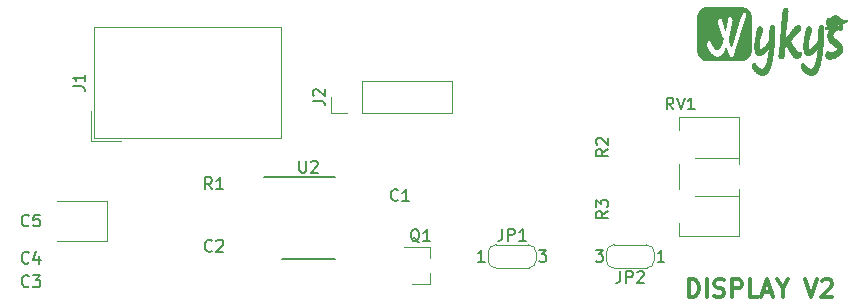
<source format=gbr>
G04 #@! TF.GenerationSoftware,KiCad,Pcbnew,5.0.0-rc2-dev-unknown-0f0d9af~63~ubuntu16.04.1*
G04 #@! TF.CreationDate,2018-05-08T16:55:26+02:00*
G04 #@! TF.ProjectId,display,646973706C61792E6B696361645F7063,rev?*
G04 #@! TF.SameCoordinates,Original*
G04 #@! TF.FileFunction,Legend,Top*
G04 #@! TF.FilePolarity,Positive*
%FSLAX46Y46*%
G04 Gerber Fmt 4.6, Leading zero omitted, Abs format (unit mm)*
G04 Created by KiCad (PCBNEW 5.0.0-rc2-dev-unknown-0f0d9af~63~ubuntu16.04.1) date Tue May  8 16:55:26 2018*
%MOMM*%
%LPD*%
G01*
G04 APERTURE LIST*
%ADD10C,0.300000*%
%ADD11C,0.150000*%
%ADD12C,0.120000*%
%ADD13C,0.010000*%
G04 APERTURE END LIST*
D10*
X140964285Y-91678571D02*
X140964285Y-90178571D01*
X141321428Y-90178571D01*
X141535714Y-90250000D01*
X141678571Y-90392857D01*
X141750000Y-90535714D01*
X141821428Y-90821428D01*
X141821428Y-91035714D01*
X141750000Y-91321428D01*
X141678571Y-91464285D01*
X141535714Y-91607142D01*
X141321428Y-91678571D01*
X140964285Y-91678571D01*
X142464285Y-91678571D02*
X142464285Y-90178571D01*
X143107142Y-91607142D02*
X143321428Y-91678571D01*
X143678571Y-91678571D01*
X143821428Y-91607142D01*
X143892857Y-91535714D01*
X143964285Y-91392857D01*
X143964285Y-91250000D01*
X143892857Y-91107142D01*
X143821428Y-91035714D01*
X143678571Y-90964285D01*
X143392857Y-90892857D01*
X143250000Y-90821428D01*
X143178571Y-90750000D01*
X143107142Y-90607142D01*
X143107142Y-90464285D01*
X143178571Y-90321428D01*
X143250000Y-90250000D01*
X143392857Y-90178571D01*
X143750000Y-90178571D01*
X143964285Y-90250000D01*
X144607142Y-91678571D02*
X144607142Y-90178571D01*
X145178571Y-90178571D01*
X145321428Y-90250000D01*
X145392857Y-90321428D01*
X145464285Y-90464285D01*
X145464285Y-90678571D01*
X145392857Y-90821428D01*
X145321428Y-90892857D01*
X145178571Y-90964285D01*
X144607142Y-90964285D01*
X146821428Y-91678571D02*
X146107142Y-91678571D01*
X146107142Y-90178571D01*
X147250000Y-91250000D02*
X147964285Y-91250000D01*
X147107142Y-91678571D02*
X147607142Y-90178571D01*
X148107142Y-91678571D01*
X148892857Y-90964285D02*
X148892857Y-91678571D01*
X148392857Y-90178571D02*
X148892857Y-90964285D01*
X149392857Y-90178571D01*
X150821428Y-90178571D02*
X151321428Y-91678571D01*
X151821428Y-90178571D01*
X152250000Y-90321428D02*
X152321428Y-90250000D01*
X152464285Y-90178571D01*
X152821428Y-90178571D01*
X152964285Y-90250000D01*
X153035714Y-90321428D01*
X153107142Y-90464285D01*
X153107142Y-90607142D01*
X153035714Y-90821428D01*
X152178571Y-91678571D01*
X153107142Y-91678571D01*
D11*
X106525000Y-88450000D02*
X110975000Y-88450000D01*
X105000000Y-81550000D02*
X110975000Y-81550000D01*
D12*
X87500000Y-86910000D02*
X91720000Y-86910000D01*
X91720000Y-86910000D02*
X91720000Y-83590000D01*
X91720000Y-83590000D02*
X87500000Y-83590000D01*
X90610000Y-68845000D02*
X106390000Y-68845000D01*
X106390000Y-68845000D02*
X106390000Y-78195000D01*
X106390000Y-78195000D02*
X90610000Y-78195000D01*
X90610000Y-78195000D02*
X90610000Y-68845000D01*
X90360000Y-78445000D02*
X92900000Y-78445000D01*
X90360000Y-78445000D02*
X90360000Y-75905000D01*
X120950000Y-76080000D02*
X120950000Y-73420000D01*
X113270000Y-76080000D02*
X120950000Y-76080000D01*
X113270000Y-73420000D02*
X120950000Y-73420000D01*
X113270000Y-76080000D02*
X113270000Y-73420000D01*
X112000000Y-76080000D02*
X110670000Y-76080000D01*
X110670000Y-76080000D02*
X110670000Y-74750000D01*
X138050000Y-88550000D02*
G75*
G02X137350000Y-89250000I-700000J0D01*
G01*
X137350000Y-87250000D02*
G75*
G02X138050000Y-87950000I0J-700000D01*
G01*
X133950000Y-87950000D02*
G75*
G02X134650000Y-87250000I700000J0D01*
G01*
X134650000Y-89250000D02*
G75*
G02X133950000Y-88550000I0J700000D01*
G01*
X137400000Y-89250000D02*
X134600000Y-89250000D01*
X133950000Y-88550000D02*
X133950000Y-87950000D01*
X134600000Y-87250000D02*
X137400000Y-87250000D01*
X138050000Y-87950000D02*
X138050000Y-88550000D01*
X123950000Y-88550000D02*
X123950000Y-87950000D01*
X127400000Y-89250000D02*
X124600000Y-89250000D01*
X128050000Y-87950000D02*
X128050000Y-88550000D01*
X124600000Y-87250000D02*
X127400000Y-87250000D01*
X127350000Y-87250000D02*
G75*
G02X128050000Y-87950000I0J-700000D01*
G01*
X128050000Y-88550000D02*
G75*
G02X127350000Y-89250000I-700000J0D01*
G01*
X124650000Y-89250000D02*
G75*
G02X123950000Y-88550000I0J700000D01*
G01*
X123950000Y-87950000D02*
G75*
G02X124650000Y-87250000I700000J0D01*
G01*
X119010000Y-90580000D02*
X119010000Y-89650000D01*
X119010000Y-87420000D02*
X119010000Y-88350000D01*
X119010000Y-87420000D02*
X116850000Y-87420000D01*
X119010000Y-90580000D02*
X117550000Y-90580000D01*
X140129000Y-76479000D02*
X145170000Y-76479000D01*
X140129000Y-86520000D02*
X145170000Y-86520000D01*
X145170000Y-76479000D02*
X145170000Y-80428000D01*
X145170000Y-82573000D02*
X145170000Y-86520000D01*
X140129000Y-85425000D02*
X140129000Y-86520000D01*
X140129000Y-76479000D02*
X140129000Y-77574000D01*
X140129000Y-80426000D02*
X140129000Y-82575000D01*
X141487000Y-79880000D02*
X145170000Y-79880000D01*
X141487000Y-83120000D02*
X145170000Y-83120000D01*
X140129000Y-80426000D02*
X140129000Y-82575000D01*
X145170000Y-79880000D02*
X145170000Y-80428000D01*
X145170000Y-82573000D02*
X145170000Y-83120000D01*
D13*
G36*
X153916733Y-68200923D02*
X153918097Y-68202202D01*
X153917817Y-68202937D01*
X153917639Y-68202950D01*
X153916565Y-68202047D01*
X153916173Y-68201483D01*
X153916024Y-68200614D01*
X153916733Y-68200923D01*
X153916733Y-68200923D01*
G37*
X153916733Y-68200923D02*
X153918097Y-68202202D01*
X153917817Y-68202937D01*
X153917639Y-68202950D01*
X153916565Y-68202047D01*
X153916173Y-68201483D01*
X153916024Y-68200614D01*
X153916733Y-68200923D01*
G36*
X153342616Y-67830197D02*
X153380243Y-67837275D01*
X153416499Y-67846418D01*
X153451590Y-67857702D01*
X153485722Y-67871200D01*
X153519101Y-67886987D01*
X153551933Y-67905138D01*
X153554980Y-67906957D01*
X153567804Y-67914835D01*
X153580555Y-67923034D01*
X153593394Y-67931681D01*
X153606482Y-67940903D01*
X153619981Y-67950827D01*
X153634054Y-67961579D01*
X153648861Y-67973288D01*
X153664565Y-67986080D01*
X153681327Y-68000083D01*
X153699310Y-68015422D01*
X153718675Y-68032226D01*
X153739583Y-68050621D01*
X153752520Y-68062104D01*
X153766115Y-68074193D01*
X153778117Y-68084834D01*
X153788821Y-68094280D01*
X153798521Y-68102782D01*
X153807511Y-68110594D01*
X153816086Y-68117968D01*
X153824539Y-68125155D01*
X153833165Y-68132409D01*
X153842258Y-68139983D01*
X153852113Y-68148127D01*
X153863022Y-68157096D01*
X153867743Y-68160967D01*
X153877019Y-68168582D01*
X153885692Y-68175727D01*
X153893563Y-68182237D01*
X153900434Y-68187946D01*
X153906107Y-68192690D01*
X153910384Y-68196303D01*
X153913066Y-68198620D01*
X153913950Y-68199456D01*
X153913335Y-68199358D01*
X153911043Y-68198060D01*
X153907485Y-68195804D01*
X153905091Y-68194213D01*
X153900778Y-68191355D01*
X153897281Y-68189137D01*
X153895111Y-68187879D01*
X153894687Y-68187710D01*
X153894423Y-68187779D01*
X153893800Y-68188016D01*
X153892723Y-68188466D01*
X153891093Y-68189172D01*
X153888814Y-68190180D01*
X153885789Y-68191532D01*
X153881921Y-68193273D01*
X153877112Y-68195448D01*
X153871266Y-68198100D01*
X153864286Y-68201274D01*
X153856074Y-68205014D01*
X153846533Y-68209365D01*
X153835567Y-68214369D01*
X153823078Y-68220073D01*
X153808969Y-68226519D01*
X153793143Y-68233753D01*
X153775504Y-68241818D01*
X153755953Y-68250758D01*
X153734394Y-68260618D01*
X153710730Y-68271442D01*
X153684864Y-68283274D01*
X153681980Y-68284594D01*
X153662370Y-68293564D01*
X153640838Y-68303414D01*
X153617769Y-68313967D01*
X153593551Y-68325045D01*
X153568570Y-68336472D01*
X153543214Y-68348071D01*
X153517869Y-68359664D01*
X153492922Y-68371076D01*
X153468759Y-68382128D01*
X153445768Y-68392645D01*
X153424336Y-68402448D01*
X153419090Y-68404848D01*
X153282565Y-68467296D01*
X152970780Y-68594358D01*
X152943846Y-68605334D01*
X152917522Y-68616062D01*
X152891906Y-68626501D01*
X152867095Y-68636611D01*
X152843186Y-68646354D01*
X152820276Y-68655690D01*
X152798463Y-68664578D01*
X152777844Y-68672980D01*
X152758515Y-68680856D01*
X152740575Y-68688165D01*
X152724121Y-68694869D01*
X152709250Y-68700928D01*
X152696059Y-68706302D01*
X152684645Y-68710952D01*
X152675106Y-68714837D01*
X152667539Y-68717919D01*
X152662041Y-68720157D01*
X152658709Y-68721513D01*
X152657643Y-68721946D01*
X152656823Y-68720965D01*
X152655408Y-68717851D01*
X152653516Y-68712910D01*
X152651263Y-68706447D01*
X152649122Y-68699882D01*
X152637141Y-68660733D01*
X152626660Y-68623470D01*
X152617648Y-68587956D01*
X152610074Y-68554050D01*
X152603908Y-68521612D01*
X152599120Y-68490503D01*
X152595678Y-68460582D01*
X152594771Y-68450173D01*
X152594170Y-68439953D01*
X152593818Y-68427946D01*
X152593701Y-68414693D01*
X152593808Y-68400736D01*
X152594126Y-68386615D01*
X152594644Y-68372870D01*
X152595349Y-68360044D01*
X152596228Y-68348676D01*
X152597261Y-68339385D01*
X152602908Y-68305839D01*
X152610616Y-68273268D01*
X152620474Y-68241407D01*
X152632576Y-68209993D01*
X152647012Y-68178763D01*
X152663837Y-68147515D01*
X152669593Y-68137616D01*
X152674476Y-68129584D01*
X152678830Y-68123053D01*
X152682998Y-68117659D01*
X152687323Y-68113039D01*
X152692148Y-68108828D01*
X152697816Y-68104661D01*
X152704670Y-68100175D01*
X152713054Y-68095005D01*
X152713605Y-68094670D01*
X152726269Y-68087328D01*
X152739274Y-68080530D01*
X152752861Y-68074194D01*
X152767272Y-68068236D01*
X152782746Y-68062576D01*
X152799524Y-68057129D01*
X152817848Y-68051813D01*
X152837958Y-68046547D01*
X152860095Y-68041248D01*
X152884499Y-68035832D01*
X152886960Y-68035306D01*
X152909561Y-68030415D01*
X152929917Y-68025831D01*
X152948290Y-68021443D01*
X152964940Y-68017138D01*
X152980127Y-68012803D01*
X152994111Y-68008325D01*
X153007154Y-68003592D01*
X153019517Y-67998491D01*
X153031458Y-67992910D01*
X153043240Y-67986736D01*
X153055123Y-67979856D01*
X153067367Y-67972158D01*
X153080232Y-67963529D01*
X153093980Y-67953856D01*
X153108871Y-67943028D01*
X153120640Y-67934308D01*
X153131982Y-67925871D01*
X153141592Y-67918757D01*
X153149765Y-67912757D01*
X153156792Y-67907663D01*
X153162968Y-67903264D01*
X153168586Y-67899352D01*
X153173939Y-67895716D01*
X153179322Y-67892149D01*
X153184140Y-67889012D01*
X153207929Y-67874457D01*
X153231145Y-67862003D01*
X153254265Y-67851443D01*
X153277770Y-67842565D01*
X153302138Y-67835160D01*
X153314656Y-67831979D01*
X153330278Y-67828245D01*
X153342616Y-67830197D01*
X153342616Y-67830197D01*
G37*
X153342616Y-67830197D02*
X153380243Y-67837275D01*
X153416499Y-67846418D01*
X153451590Y-67857702D01*
X153485722Y-67871200D01*
X153519101Y-67886987D01*
X153551933Y-67905138D01*
X153554980Y-67906957D01*
X153567804Y-67914835D01*
X153580555Y-67923034D01*
X153593394Y-67931681D01*
X153606482Y-67940903D01*
X153619981Y-67950827D01*
X153634054Y-67961579D01*
X153648861Y-67973288D01*
X153664565Y-67986080D01*
X153681327Y-68000083D01*
X153699310Y-68015422D01*
X153718675Y-68032226D01*
X153739583Y-68050621D01*
X153752520Y-68062104D01*
X153766115Y-68074193D01*
X153778117Y-68084834D01*
X153788821Y-68094280D01*
X153798521Y-68102782D01*
X153807511Y-68110594D01*
X153816086Y-68117968D01*
X153824539Y-68125155D01*
X153833165Y-68132409D01*
X153842258Y-68139983D01*
X153852113Y-68148127D01*
X153863022Y-68157096D01*
X153867743Y-68160967D01*
X153877019Y-68168582D01*
X153885692Y-68175727D01*
X153893563Y-68182237D01*
X153900434Y-68187946D01*
X153906107Y-68192690D01*
X153910384Y-68196303D01*
X153913066Y-68198620D01*
X153913950Y-68199456D01*
X153913335Y-68199358D01*
X153911043Y-68198060D01*
X153907485Y-68195804D01*
X153905091Y-68194213D01*
X153900778Y-68191355D01*
X153897281Y-68189137D01*
X153895111Y-68187879D01*
X153894687Y-68187710D01*
X153894423Y-68187779D01*
X153893800Y-68188016D01*
X153892723Y-68188466D01*
X153891093Y-68189172D01*
X153888814Y-68190180D01*
X153885789Y-68191532D01*
X153881921Y-68193273D01*
X153877112Y-68195448D01*
X153871266Y-68198100D01*
X153864286Y-68201274D01*
X153856074Y-68205014D01*
X153846533Y-68209365D01*
X153835567Y-68214369D01*
X153823078Y-68220073D01*
X153808969Y-68226519D01*
X153793143Y-68233753D01*
X153775504Y-68241818D01*
X153755953Y-68250758D01*
X153734394Y-68260618D01*
X153710730Y-68271442D01*
X153684864Y-68283274D01*
X153681980Y-68284594D01*
X153662370Y-68293564D01*
X153640838Y-68303414D01*
X153617769Y-68313967D01*
X153593551Y-68325045D01*
X153568570Y-68336472D01*
X153543214Y-68348071D01*
X153517869Y-68359664D01*
X153492922Y-68371076D01*
X153468759Y-68382128D01*
X153445768Y-68392645D01*
X153424336Y-68402448D01*
X153419090Y-68404848D01*
X153282565Y-68467296D01*
X152970780Y-68594358D01*
X152943846Y-68605334D01*
X152917522Y-68616062D01*
X152891906Y-68626501D01*
X152867095Y-68636611D01*
X152843186Y-68646354D01*
X152820276Y-68655690D01*
X152798463Y-68664578D01*
X152777844Y-68672980D01*
X152758515Y-68680856D01*
X152740575Y-68688165D01*
X152724121Y-68694869D01*
X152709250Y-68700928D01*
X152696059Y-68706302D01*
X152684645Y-68710952D01*
X152675106Y-68714837D01*
X152667539Y-68717919D01*
X152662041Y-68720157D01*
X152658709Y-68721513D01*
X152657643Y-68721946D01*
X152656823Y-68720965D01*
X152655408Y-68717851D01*
X152653516Y-68712910D01*
X152651263Y-68706447D01*
X152649122Y-68699882D01*
X152637141Y-68660733D01*
X152626660Y-68623470D01*
X152617648Y-68587956D01*
X152610074Y-68554050D01*
X152603908Y-68521612D01*
X152599120Y-68490503D01*
X152595678Y-68460582D01*
X152594771Y-68450173D01*
X152594170Y-68439953D01*
X152593818Y-68427946D01*
X152593701Y-68414693D01*
X152593808Y-68400736D01*
X152594126Y-68386615D01*
X152594644Y-68372870D01*
X152595349Y-68360044D01*
X152596228Y-68348676D01*
X152597261Y-68339385D01*
X152602908Y-68305839D01*
X152610616Y-68273268D01*
X152620474Y-68241407D01*
X152632576Y-68209993D01*
X152647012Y-68178763D01*
X152663837Y-68147515D01*
X152669593Y-68137616D01*
X152674476Y-68129584D01*
X152678830Y-68123053D01*
X152682998Y-68117659D01*
X152687323Y-68113039D01*
X152692148Y-68108828D01*
X152697816Y-68104661D01*
X152704670Y-68100175D01*
X152713054Y-68095005D01*
X152713605Y-68094670D01*
X152726269Y-68087328D01*
X152739274Y-68080530D01*
X152752861Y-68074194D01*
X152767272Y-68068236D01*
X152782746Y-68062576D01*
X152799524Y-68057129D01*
X152817848Y-68051813D01*
X152837958Y-68046547D01*
X152860095Y-68041248D01*
X152884499Y-68035832D01*
X152886960Y-68035306D01*
X152909561Y-68030415D01*
X152929917Y-68025831D01*
X152948290Y-68021443D01*
X152964940Y-68017138D01*
X152980127Y-68012803D01*
X152994111Y-68008325D01*
X153007154Y-68003592D01*
X153019517Y-67998491D01*
X153031458Y-67992910D01*
X153043240Y-67986736D01*
X153055123Y-67979856D01*
X153067367Y-67972158D01*
X153080232Y-67963529D01*
X153093980Y-67953856D01*
X153108871Y-67943028D01*
X153120640Y-67934308D01*
X153131982Y-67925871D01*
X153141592Y-67918757D01*
X153149765Y-67912757D01*
X153156792Y-67907663D01*
X153162968Y-67903264D01*
X153168586Y-67899352D01*
X153173939Y-67895716D01*
X153179322Y-67892149D01*
X153184140Y-67889012D01*
X153207929Y-67874457D01*
X153231145Y-67862003D01*
X153254265Y-67851443D01*
X153277770Y-67842565D01*
X153302138Y-67835160D01*
X153314656Y-67831979D01*
X153330278Y-67828245D01*
X153342616Y-67830197D01*
G36*
X154163064Y-68199835D02*
X154175173Y-68200137D01*
X154186195Y-68200691D01*
X154195576Y-68201497D01*
X154200140Y-68202096D01*
X154220771Y-68205983D01*
X154239248Y-68210935D01*
X154255758Y-68217039D01*
X154270489Y-68224378D01*
X154283631Y-68233039D01*
X154295370Y-68243106D01*
X154299047Y-68246834D01*
X154305001Y-68253505D01*
X154309597Y-68259667D01*
X154313533Y-68266300D01*
X154315156Y-68269458D01*
X154317763Y-68274769D01*
X154319370Y-68278380D01*
X154320113Y-68280861D01*
X154320126Y-68282784D01*
X154319546Y-68284720D01*
X154319065Y-68285899D01*
X154315149Y-68293183D01*
X154309064Y-68301563D01*
X154300892Y-68310957D01*
X154290717Y-68321288D01*
X154278620Y-68332475D01*
X154264685Y-68344438D01*
X154248994Y-68357099D01*
X154231629Y-68370376D01*
X154230659Y-68371099D01*
X154213353Y-68383677D01*
X154193985Y-68397204D01*
X154172786Y-68411537D01*
X154149987Y-68426534D01*
X154125818Y-68442051D01*
X154100511Y-68457946D01*
X154074297Y-68474075D01*
X154047406Y-68490295D01*
X154020069Y-68506462D01*
X153992517Y-68522435D01*
X153964982Y-68538070D01*
X153937694Y-68553223D01*
X153929630Y-68557633D01*
X153925671Y-68559699D01*
X153919502Y-68562794D01*
X153911217Y-68566874D01*
X153900909Y-68571892D01*
X153888669Y-68577807D01*
X153874592Y-68584572D01*
X153858770Y-68592145D01*
X153841296Y-68600480D01*
X153822262Y-68609533D01*
X153801763Y-68619260D01*
X153779890Y-68629617D01*
X153756737Y-68640560D01*
X153732397Y-68652044D01*
X153706962Y-68664025D01*
X153680526Y-68676458D01*
X153664200Y-68684127D01*
X153423535Y-68797131D01*
X153165090Y-68878529D01*
X153140106Y-68886399D01*
X153115694Y-68894091D01*
X153091968Y-68901570D01*
X153069046Y-68908799D01*
X153047043Y-68915740D01*
X153026078Y-68922356D01*
X153006265Y-68928612D01*
X152987721Y-68934469D01*
X152970564Y-68939892D01*
X152954908Y-68944844D01*
X152940872Y-68949287D01*
X152928571Y-68953185D01*
X152918122Y-68956500D01*
X152909641Y-68959197D01*
X152903245Y-68961239D01*
X152899051Y-68962588D01*
X152897252Y-68963180D01*
X152892098Y-68964731D01*
X152884446Y-68966680D01*
X152874306Y-68969024D01*
X152861689Y-68971762D01*
X152846605Y-68974891D01*
X152829065Y-68978409D01*
X152809078Y-68982314D01*
X152786655Y-68986604D01*
X152761806Y-68991277D01*
X152734543Y-68996331D01*
X152704874Y-69001764D01*
X152704715Y-69001793D01*
X152692588Y-69004020D01*
X152680188Y-69006328D01*
X152667984Y-69008629D01*
X152656446Y-69010833D01*
X152646044Y-69012850D01*
X152637247Y-69014591D01*
X152631055Y-69015856D01*
X152622737Y-69017483D01*
X152613889Y-69019024D01*
X152604974Y-69020416D01*
X152596456Y-69021597D01*
X152588800Y-69022505D01*
X152582470Y-69023078D01*
X152577929Y-69023253D01*
X152576445Y-69023168D01*
X152574680Y-69022996D01*
X152571034Y-69022670D01*
X152566158Y-69022248D01*
X152563745Y-69022043D01*
X152546498Y-69019603D01*
X152530825Y-69015347D01*
X152516804Y-69009316D01*
X152504512Y-69001551D01*
X152494029Y-68992092D01*
X152485630Y-68981291D01*
X152481465Y-68973991D01*
X152478752Y-68966899D01*
X152477259Y-68959166D01*
X152476755Y-68949946D01*
X152476750Y-68948738D01*
X152477653Y-68935645D01*
X152480458Y-68922691D01*
X152485304Y-68909302D01*
X152487554Y-68904307D01*
X152496676Y-68887542D01*
X152507318Y-68872619D01*
X152519367Y-68859688D01*
X152526629Y-68853417D01*
X152531128Y-68850031D01*
X152535704Y-68847068D01*
X152540823Y-68844295D01*
X152546956Y-68841481D01*
X152554569Y-68838392D01*
X152564132Y-68834798D01*
X152564380Y-68834707D01*
X152569721Y-68832817D01*
X152576643Y-68830471D01*
X152584856Y-68827760D01*
X152594074Y-68824772D01*
X152604008Y-68821596D01*
X152614372Y-68818322D01*
X152624877Y-68815038D01*
X152635235Y-68811834D01*
X152645159Y-68808799D01*
X152654362Y-68806021D01*
X152662555Y-68803589D01*
X152669451Y-68801594D01*
X152674762Y-68800123D01*
X152678200Y-68799266D01*
X152679452Y-68799092D01*
X152680525Y-68800491D01*
X152682058Y-68803707D01*
X152683771Y-68808125D01*
X152684280Y-68809600D01*
X152685951Y-68814420D01*
X152687432Y-68818397D01*
X152688462Y-68820837D01*
X152688630Y-68821143D01*
X152689513Y-68821326D01*
X152691675Y-68820905D01*
X152695273Y-68819824D01*
X152700464Y-68818027D01*
X152707404Y-68815458D01*
X152716250Y-68812062D01*
X152727159Y-68807781D01*
X152737188Y-68803798D01*
X152754343Y-68796931D01*
X152771715Y-68789920D01*
X152789437Y-68782709D01*
X152807643Y-68775243D01*
X152826466Y-68767463D01*
X152846039Y-68759314D01*
X152866498Y-68750738D01*
X152887974Y-68741680D01*
X152910601Y-68732082D01*
X152934513Y-68721889D01*
X152959844Y-68711042D01*
X152986727Y-68699487D01*
X153015296Y-68687166D01*
X153045683Y-68674023D01*
X153078023Y-68660000D01*
X153112449Y-68645042D01*
X153139690Y-68633188D01*
X153157787Y-68625311D01*
X153176193Y-68617306D01*
X153194651Y-68609284D01*
X153212906Y-68601356D01*
X153230702Y-68593632D01*
X153247785Y-68586223D01*
X153263899Y-68579240D01*
X153278789Y-68572794D01*
X153292199Y-68566994D01*
X153303874Y-68561953D01*
X153313558Y-68557780D01*
X153316220Y-68556636D01*
X153328329Y-68551417D01*
X153340631Y-68546084D01*
X153352738Y-68540808D01*
X153364260Y-68535760D01*
X153374807Y-68531110D01*
X153383989Y-68527030D01*
X153391417Y-68523690D01*
X153394325Y-68522363D01*
X153403263Y-68518192D01*
X153414338Y-68512910D01*
X153427432Y-68506578D01*
X153442428Y-68499252D01*
X153459207Y-68490993D01*
X153477650Y-68481858D01*
X153497641Y-68471906D01*
X153519060Y-68461197D01*
X153541791Y-68449788D01*
X153565714Y-68437738D01*
X153590712Y-68425106D01*
X153616667Y-68411951D01*
X153624195Y-68408129D01*
X153661108Y-68389430D01*
X153695886Y-68371925D01*
X153728612Y-68355574D01*
X153759370Y-68340336D01*
X153788245Y-68326171D01*
X153815320Y-68313038D01*
X153840679Y-68300898D01*
X153864407Y-68289711D01*
X153886587Y-68279434D01*
X153907304Y-68270030D01*
X153926642Y-68261456D01*
X153944685Y-68253674D01*
X153958306Y-68247964D01*
X153964917Y-68245114D01*
X153972411Y-68241706D01*
X153979420Y-68238364D01*
X153981056Y-68237552D01*
X154000895Y-68228616D01*
X154022801Y-68220624D01*
X154046448Y-68213670D01*
X154071512Y-68207845D01*
X154097667Y-68203242D01*
X154105675Y-68202114D01*
X154114880Y-68201154D01*
X154125777Y-68200446D01*
X154137810Y-68199990D01*
X154150425Y-68199786D01*
X154163064Y-68199835D01*
X154163064Y-68199835D01*
G37*
X154163064Y-68199835D02*
X154175173Y-68200137D01*
X154186195Y-68200691D01*
X154195576Y-68201497D01*
X154200140Y-68202096D01*
X154220771Y-68205983D01*
X154239248Y-68210935D01*
X154255758Y-68217039D01*
X154270489Y-68224378D01*
X154283631Y-68233039D01*
X154295370Y-68243106D01*
X154299047Y-68246834D01*
X154305001Y-68253505D01*
X154309597Y-68259667D01*
X154313533Y-68266300D01*
X154315156Y-68269458D01*
X154317763Y-68274769D01*
X154319370Y-68278380D01*
X154320113Y-68280861D01*
X154320126Y-68282784D01*
X154319546Y-68284720D01*
X154319065Y-68285899D01*
X154315149Y-68293183D01*
X154309064Y-68301563D01*
X154300892Y-68310957D01*
X154290717Y-68321288D01*
X154278620Y-68332475D01*
X154264685Y-68344438D01*
X154248994Y-68357099D01*
X154231629Y-68370376D01*
X154230659Y-68371099D01*
X154213353Y-68383677D01*
X154193985Y-68397204D01*
X154172786Y-68411537D01*
X154149987Y-68426534D01*
X154125818Y-68442051D01*
X154100511Y-68457946D01*
X154074297Y-68474075D01*
X154047406Y-68490295D01*
X154020069Y-68506462D01*
X153992517Y-68522435D01*
X153964982Y-68538070D01*
X153937694Y-68553223D01*
X153929630Y-68557633D01*
X153925671Y-68559699D01*
X153919502Y-68562794D01*
X153911217Y-68566874D01*
X153900909Y-68571892D01*
X153888669Y-68577807D01*
X153874592Y-68584572D01*
X153858770Y-68592145D01*
X153841296Y-68600480D01*
X153822262Y-68609533D01*
X153801763Y-68619260D01*
X153779890Y-68629617D01*
X153756737Y-68640560D01*
X153732397Y-68652044D01*
X153706962Y-68664025D01*
X153680526Y-68676458D01*
X153664200Y-68684127D01*
X153423535Y-68797131D01*
X153165090Y-68878529D01*
X153140106Y-68886399D01*
X153115694Y-68894091D01*
X153091968Y-68901570D01*
X153069046Y-68908799D01*
X153047043Y-68915740D01*
X153026078Y-68922356D01*
X153006265Y-68928612D01*
X152987721Y-68934469D01*
X152970564Y-68939892D01*
X152954908Y-68944844D01*
X152940872Y-68949287D01*
X152928571Y-68953185D01*
X152918122Y-68956500D01*
X152909641Y-68959197D01*
X152903245Y-68961239D01*
X152899051Y-68962588D01*
X152897252Y-68963180D01*
X152892098Y-68964731D01*
X152884446Y-68966680D01*
X152874306Y-68969024D01*
X152861689Y-68971762D01*
X152846605Y-68974891D01*
X152829065Y-68978409D01*
X152809078Y-68982314D01*
X152786655Y-68986604D01*
X152761806Y-68991277D01*
X152734543Y-68996331D01*
X152704874Y-69001764D01*
X152704715Y-69001793D01*
X152692588Y-69004020D01*
X152680188Y-69006328D01*
X152667984Y-69008629D01*
X152656446Y-69010833D01*
X152646044Y-69012850D01*
X152637247Y-69014591D01*
X152631055Y-69015856D01*
X152622737Y-69017483D01*
X152613889Y-69019024D01*
X152604974Y-69020416D01*
X152596456Y-69021597D01*
X152588800Y-69022505D01*
X152582470Y-69023078D01*
X152577929Y-69023253D01*
X152576445Y-69023168D01*
X152574680Y-69022996D01*
X152571034Y-69022670D01*
X152566158Y-69022248D01*
X152563745Y-69022043D01*
X152546498Y-69019603D01*
X152530825Y-69015347D01*
X152516804Y-69009316D01*
X152504512Y-69001551D01*
X152494029Y-68992092D01*
X152485630Y-68981291D01*
X152481465Y-68973991D01*
X152478752Y-68966899D01*
X152477259Y-68959166D01*
X152476755Y-68949946D01*
X152476750Y-68948738D01*
X152477653Y-68935645D01*
X152480458Y-68922691D01*
X152485304Y-68909302D01*
X152487554Y-68904307D01*
X152496676Y-68887542D01*
X152507318Y-68872619D01*
X152519367Y-68859688D01*
X152526629Y-68853417D01*
X152531128Y-68850031D01*
X152535704Y-68847068D01*
X152540823Y-68844295D01*
X152546956Y-68841481D01*
X152554569Y-68838392D01*
X152564132Y-68834798D01*
X152564380Y-68834707D01*
X152569721Y-68832817D01*
X152576643Y-68830471D01*
X152584856Y-68827760D01*
X152594074Y-68824772D01*
X152604008Y-68821596D01*
X152614372Y-68818322D01*
X152624877Y-68815038D01*
X152635235Y-68811834D01*
X152645159Y-68808799D01*
X152654362Y-68806021D01*
X152662555Y-68803589D01*
X152669451Y-68801594D01*
X152674762Y-68800123D01*
X152678200Y-68799266D01*
X152679452Y-68799092D01*
X152680525Y-68800491D01*
X152682058Y-68803707D01*
X152683771Y-68808125D01*
X152684280Y-68809600D01*
X152685951Y-68814420D01*
X152687432Y-68818397D01*
X152688462Y-68820837D01*
X152688630Y-68821143D01*
X152689513Y-68821326D01*
X152691675Y-68820905D01*
X152695273Y-68819824D01*
X152700464Y-68818027D01*
X152707404Y-68815458D01*
X152716250Y-68812062D01*
X152727159Y-68807781D01*
X152737188Y-68803798D01*
X152754343Y-68796931D01*
X152771715Y-68789920D01*
X152789437Y-68782709D01*
X152807643Y-68775243D01*
X152826466Y-68767463D01*
X152846039Y-68759314D01*
X152866498Y-68750738D01*
X152887974Y-68741680D01*
X152910601Y-68732082D01*
X152934513Y-68721889D01*
X152959844Y-68711042D01*
X152986727Y-68699487D01*
X153015296Y-68687166D01*
X153045683Y-68674023D01*
X153078023Y-68660000D01*
X153112449Y-68645042D01*
X153139690Y-68633188D01*
X153157787Y-68625311D01*
X153176193Y-68617306D01*
X153194651Y-68609284D01*
X153212906Y-68601356D01*
X153230702Y-68593632D01*
X153247785Y-68586223D01*
X153263899Y-68579240D01*
X153278789Y-68572794D01*
X153292199Y-68566994D01*
X153303874Y-68561953D01*
X153313558Y-68557780D01*
X153316220Y-68556636D01*
X153328329Y-68551417D01*
X153340631Y-68546084D01*
X153352738Y-68540808D01*
X153364260Y-68535760D01*
X153374807Y-68531110D01*
X153383989Y-68527030D01*
X153391417Y-68523690D01*
X153394325Y-68522363D01*
X153403263Y-68518192D01*
X153414338Y-68512910D01*
X153427432Y-68506578D01*
X153442428Y-68499252D01*
X153459207Y-68490993D01*
X153477650Y-68481858D01*
X153497641Y-68471906D01*
X153519060Y-68461197D01*
X153541791Y-68449788D01*
X153565714Y-68437738D01*
X153590712Y-68425106D01*
X153616667Y-68411951D01*
X153624195Y-68408129D01*
X153661108Y-68389430D01*
X153695886Y-68371925D01*
X153728612Y-68355574D01*
X153759370Y-68340336D01*
X153788245Y-68326171D01*
X153815320Y-68313038D01*
X153840679Y-68300898D01*
X153864407Y-68289711D01*
X153886587Y-68279434D01*
X153907304Y-68270030D01*
X153926642Y-68261456D01*
X153944685Y-68253674D01*
X153958306Y-68247964D01*
X153964917Y-68245114D01*
X153972411Y-68241706D01*
X153979420Y-68238364D01*
X153981056Y-68237552D01*
X154000895Y-68228616D01*
X154022801Y-68220624D01*
X154046448Y-68213670D01*
X154071512Y-68207845D01*
X154097667Y-68203242D01*
X154105675Y-68202114D01*
X154114880Y-68201154D01*
X154125777Y-68200446D01*
X154137810Y-68199990D01*
X154150425Y-68199786D01*
X154163064Y-68199835D01*
G36*
X149163902Y-67203122D02*
X149173835Y-67204527D01*
X149179602Y-67205891D01*
X149194355Y-67211342D01*
X149208245Y-67218884D01*
X149221349Y-67228590D01*
X149233748Y-67240533D01*
X149245520Y-67254786D01*
X149256743Y-67271422D01*
X149264090Y-67284111D01*
X149276196Y-67308297D01*
X149286588Y-67333478D01*
X149295315Y-67359837D01*
X149302423Y-67387558D01*
X149307958Y-67416825D01*
X149311969Y-67447821D01*
X149314503Y-67480731D01*
X149314521Y-67481078D01*
X149314960Y-67491026D01*
X149315212Y-67501069D01*
X149315268Y-67511469D01*
X149315116Y-67522485D01*
X149314745Y-67534377D01*
X149314146Y-67547407D01*
X149313306Y-67561834D01*
X149312216Y-67577919D01*
X149310864Y-67595922D01*
X149309240Y-67616104D01*
X149308650Y-67623195D01*
X149306454Y-67648516D01*
X149303928Y-67675952D01*
X149301071Y-67705523D01*
X149297880Y-67737249D01*
X149294353Y-67771149D01*
X149290487Y-67807244D01*
X149286281Y-67845553D01*
X149281731Y-67886096D01*
X149276836Y-67928893D01*
X149271593Y-67973963D01*
X149265999Y-68021327D01*
X149260054Y-68071004D01*
X149253753Y-68123015D01*
X149247095Y-68177378D01*
X149240077Y-68234113D01*
X149232697Y-68293242D01*
X149224953Y-68354782D01*
X149216843Y-68418755D01*
X149208363Y-68485179D01*
X149199513Y-68554076D01*
X149190288Y-68625464D01*
X149189990Y-68627765D01*
X149185768Y-68660382D01*
X149181612Y-68692560D01*
X149177535Y-68724201D01*
X149173549Y-68755211D01*
X149169665Y-68785494D01*
X149165895Y-68814954D01*
X149162252Y-68843496D01*
X149158748Y-68871023D01*
X149155394Y-68897441D01*
X149152204Y-68922654D01*
X149149187Y-68946566D01*
X149146358Y-68969081D01*
X149143727Y-68990105D01*
X149141307Y-69009540D01*
X149139110Y-69027293D01*
X149137147Y-69043267D01*
X149135431Y-69057366D01*
X149133975Y-69069495D01*
X149132789Y-69079559D01*
X149131885Y-69087462D01*
X149131277Y-69093107D01*
X149130976Y-69096400D01*
X149130957Y-69097266D01*
X149130934Y-69098777D01*
X149130660Y-69102616D01*
X149130156Y-69108588D01*
X149129439Y-69116495D01*
X149128529Y-69126142D01*
X149127444Y-69137330D01*
X149126204Y-69149863D01*
X149124827Y-69163545D01*
X149123333Y-69178179D01*
X149121740Y-69193568D01*
X149121407Y-69196757D01*
X149115639Y-69252163D01*
X149110110Y-69305729D01*
X149104821Y-69357419D01*
X149099776Y-69407196D01*
X149094979Y-69455025D01*
X149090433Y-69500871D01*
X149086141Y-69544696D01*
X149082107Y-69586466D01*
X149078334Y-69626144D01*
X149074825Y-69663695D01*
X149071583Y-69699082D01*
X149068613Y-69732269D01*
X149065916Y-69763221D01*
X149063498Y-69791901D01*
X149061360Y-69818275D01*
X149059506Y-69842305D01*
X149057939Y-69863956D01*
X149056664Y-69883191D01*
X149055683Y-69899976D01*
X149055009Y-69914015D01*
X149054819Y-69919303D01*
X149054835Y-69922440D01*
X149055131Y-69923809D01*
X149055784Y-69923797D01*
X149056757Y-69922905D01*
X149057849Y-69921564D01*
X149060411Y-69918290D01*
X149064375Y-69913172D01*
X149069675Y-69906298D01*
X149076242Y-69897757D01*
X149084010Y-69887638D01*
X149092910Y-69876029D01*
X149102874Y-69863018D01*
X149113837Y-69848695D01*
X149125729Y-69833149D01*
X149138483Y-69816466D01*
X149152032Y-69798737D01*
X149166308Y-69780050D01*
X149181244Y-69760494D01*
X149196772Y-69740156D01*
X149212824Y-69719127D01*
X149229334Y-69697493D01*
X149246233Y-69675345D01*
X149263453Y-69652770D01*
X149280928Y-69629858D01*
X149298590Y-69606696D01*
X149316371Y-69583374D01*
X149334203Y-69559980D01*
X149352020Y-69536603D01*
X149369753Y-69513331D01*
X149387335Y-69490253D01*
X149404698Y-69467458D01*
X149421775Y-69445034D01*
X149438499Y-69423070D01*
X149454801Y-69401654D01*
X149470615Y-69380875D01*
X149485872Y-69360822D01*
X149500505Y-69341584D01*
X149514447Y-69323248D01*
X149527630Y-69305904D01*
X149539986Y-69289640D01*
X149551448Y-69274545D01*
X149561949Y-69260707D01*
X149571420Y-69248216D01*
X149579794Y-69237159D01*
X149587004Y-69227625D01*
X149592983Y-69219703D01*
X149597661Y-69213482D01*
X149600973Y-69209050D01*
X149602728Y-69206666D01*
X149636120Y-69160977D01*
X149668955Y-69117128D01*
X149701197Y-69075154D01*
X149732815Y-69035095D01*
X149763774Y-68996988D01*
X149794042Y-68960871D01*
X149823585Y-68926780D01*
X149852369Y-68894754D01*
X149880362Y-68864830D01*
X149907530Y-68837046D01*
X149933840Y-68811440D01*
X149959259Y-68788049D01*
X149983752Y-68766911D01*
X150007288Y-68748063D01*
X150011887Y-68744564D01*
X150034315Y-68728340D01*
X150055675Y-68714310D01*
X150076083Y-68702422D01*
X150095654Y-68692622D01*
X150114504Y-68684858D01*
X150132748Y-68679076D01*
X150150502Y-68675223D01*
X150167255Y-68673287D01*
X150178361Y-68673084D01*
X150191054Y-68673717D01*
X150204555Y-68675087D01*
X150218091Y-68677092D01*
X150230884Y-68679633D01*
X150242160Y-68682609D01*
X150244090Y-68683223D01*
X150262269Y-68690398D01*
X150278791Y-68699432D01*
X150293667Y-68710343D01*
X150306907Y-68723146D01*
X150318523Y-68737857D01*
X150328525Y-68754492D01*
X150336925Y-68773068D01*
X150343733Y-68793600D01*
X150348960Y-68816105D01*
X150352618Y-68840599D01*
X150352870Y-68842898D01*
X150353535Y-68851306D01*
X150353993Y-68861749D01*
X150354251Y-68873730D01*
X150354314Y-68886754D01*
X150354190Y-68900324D01*
X150353884Y-68913944D01*
X150353402Y-68927118D01*
X150352750Y-68939350D01*
X150351936Y-68950143D01*
X150351475Y-68954790D01*
X150346694Y-68989736D01*
X150340168Y-69022872D01*
X150331870Y-69054257D01*
X150321775Y-69083952D01*
X150309856Y-69112015D01*
X150296086Y-69138506D01*
X150280439Y-69163485D01*
X150262890Y-69187012D01*
X150243411Y-69209146D01*
X150235910Y-69216796D01*
X150221117Y-69230663D01*
X150205570Y-69243767D01*
X150190141Y-69255376D01*
X150188618Y-69256440D01*
X150184424Y-69259533D01*
X150181104Y-69262327D01*
X150179184Y-69264364D01*
X150178932Y-69264842D01*
X150177748Y-69266491D01*
X150175018Y-69269254D01*
X150171202Y-69272686D01*
X150168434Y-69275002D01*
X150148474Y-69291307D01*
X150130323Y-69306256D01*
X150113769Y-69320027D01*
X150098601Y-69332801D01*
X150084604Y-69344758D01*
X150071568Y-69356076D01*
X150059278Y-69366936D01*
X150052955Y-69372604D01*
X150038094Y-69386219D01*
X150021775Y-69401588D01*
X150004179Y-69418524D01*
X149985486Y-69436841D01*
X149965877Y-69456352D01*
X149945531Y-69476870D01*
X149924630Y-69498208D01*
X149903354Y-69520179D01*
X149881883Y-69542596D01*
X149860398Y-69565273D01*
X149839079Y-69588022D01*
X149818106Y-69610658D01*
X149797661Y-69632992D01*
X149777923Y-69654838D01*
X149759072Y-69676010D01*
X149749930Y-69686406D01*
X149724008Y-69716353D01*
X149699547Y-69745299D01*
X149676576Y-69773200D01*
X149655125Y-69800012D01*
X149635221Y-69825690D01*
X149616895Y-69850192D01*
X149600175Y-69873473D01*
X149585089Y-69895490D01*
X149571668Y-69916198D01*
X149559939Y-69935554D01*
X149549932Y-69953514D01*
X149541676Y-69970034D01*
X149535199Y-69985070D01*
X149530531Y-69998578D01*
X149527701Y-70010514D01*
X149526736Y-70020835D01*
X149526888Y-70024600D01*
X149527464Y-70029224D01*
X149528471Y-70034026D01*
X149530025Y-70039303D01*
X149532241Y-70045351D01*
X149535237Y-70052464D01*
X149539129Y-70060939D01*
X149544033Y-70071071D01*
X149549440Y-70081915D01*
X149559102Y-70100543D01*
X149570297Y-70121079D01*
X149583029Y-70143531D01*
X149597303Y-70167908D01*
X149613124Y-70194215D01*
X149630497Y-70222461D01*
X149649425Y-70252654D01*
X149669914Y-70284801D01*
X149691968Y-70318909D01*
X149715593Y-70354987D01*
X149740793Y-70393042D01*
X149751395Y-70408940D01*
X149779706Y-70451041D01*
X149807296Y-70491534D01*
X149834122Y-70530359D01*
X149860142Y-70567457D01*
X149885311Y-70602770D01*
X149909587Y-70636237D01*
X149932926Y-70667799D01*
X149955285Y-70697399D01*
X149976621Y-70724976D01*
X149996892Y-70750472D01*
X150016053Y-70773826D01*
X150030224Y-70790546D01*
X150051618Y-70814487D01*
X150072552Y-70836058D01*
X150093147Y-70855363D01*
X150113525Y-70872506D01*
X150133809Y-70887589D01*
X150154121Y-70900716D01*
X150173920Y-70911653D01*
X150196763Y-70922014D01*
X150219526Y-70929864D01*
X150242287Y-70935228D01*
X150256549Y-70937329D01*
X150261076Y-70937744D01*
X150266333Y-70938020D01*
X150272617Y-70938159D01*
X150280227Y-70938159D01*
X150289460Y-70938020D01*
X150300614Y-70937742D01*
X150313986Y-70937326D01*
X150314969Y-70937293D01*
X150328540Y-70936862D01*
X150339870Y-70936582D01*
X150349255Y-70936481D01*
X150356991Y-70936587D01*
X150363374Y-70936929D01*
X150368700Y-70937535D01*
X150373265Y-70938434D01*
X150377365Y-70939654D01*
X150381296Y-70941222D01*
X150385354Y-70943169D01*
X150387415Y-70944235D01*
X150396730Y-70950008D01*
X150405145Y-70957186D01*
X150413082Y-70966173D01*
X150419130Y-70974573D01*
X150426230Y-70986507D01*
X150432019Y-70999235D01*
X150436564Y-71013031D01*
X150439928Y-71028169D01*
X150442177Y-71044922D01*
X150443375Y-71063565D01*
X150443623Y-71078230D01*
X150442955Y-71098618D01*
X150440883Y-71118648D01*
X150437315Y-71138751D01*
X150432161Y-71159359D01*
X150425331Y-71180904D01*
X150417940Y-71200785D01*
X150412318Y-71214123D01*
X150405419Y-71228983D01*
X150397508Y-71244868D01*
X150388848Y-71261280D01*
X150379705Y-71277724D01*
X150370343Y-71293703D01*
X150361026Y-71308719D01*
X150357721Y-71313815D01*
X150342342Y-71335167D01*
X150325506Y-71354608D01*
X150307161Y-71372165D01*
X150287255Y-71387869D01*
X150265737Y-71401749D01*
X150242553Y-71413834D01*
X150217653Y-71424153D01*
X150190983Y-71432736D01*
X150162492Y-71439612D01*
X150132128Y-71444811D01*
X150123440Y-71445951D01*
X150113908Y-71446918D01*
X150102864Y-71447698D01*
X150090805Y-71448283D01*
X150078225Y-71448668D01*
X150065621Y-71448845D01*
X150053487Y-71448810D01*
X150042319Y-71448555D01*
X150032613Y-71448073D01*
X150024863Y-71447360D01*
X150023879Y-71447229D01*
X150004673Y-71443869D01*
X149986072Y-71439163D01*
X149967486Y-71432922D01*
X149948322Y-71424957D01*
X149936115Y-71419181D01*
X149918168Y-71409778D01*
X149900803Y-71399496D01*
X149883687Y-71388094D01*
X149866490Y-71375333D01*
X149848880Y-71360972D01*
X149830526Y-71344772D01*
X149820178Y-71335164D01*
X149806862Y-71322086D01*
X149792952Y-71307404D01*
X149778426Y-71291081D01*
X149763259Y-71273082D01*
X149747427Y-71253371D01*
X149730906Y-71231911D01*
X149713673Y-71208666D01*
X149695703Y-71183601D01*
X149676972Y-71156680D01*
X149657457Y-71127866D01*
X149637134Y-71097123D01*
X149615978Y-71064416D01*
X149593966Y-71029708D01*
X149571074Y-70992963D01*
X149547277Y-70954146D01*
X149522552Y-70913220D01*
X149496875Y-70870149D01*
X149470222Y-70824898D01*
X149442570Y-70777430D01*
X149413893Y-70727708D01*
X149398256Y-70700405D01*
X149377094Y-70663440D01*
X149357109Y-70628683D01*
X149338282Y-70596100D01*
X149320592Y-70565660D01*
X149304019Y-70537328D01*
X149288543Y-70511074D01*
X149274145Y-70486863D01*
X149260804Y-70464663D01*
X149248500Y-70444442D01*
X149237214Y-70426167D01*
X149226925Y-70409805D01*
X149217613Y-70395323D01*
X149209258Y-70382689D01*
X149201840Y-70371869D01*
X149195340Y-70362833D01*
X149189737Y-70355545D01*
X149185011Y-70349975D01*
X149182028Y-70346901D01*
X149179329Y-70344728D01*
X149176730Y-70343680D01*
X149173986Y-70343903D01*
X149170849Y-70345546D01*
X149167075Y-70348756D01*
X149162415Y-70353680D01*
X149156625Y-70360466D01*
X149153958Y-70363708D01*
X149144456Y-70375743D01*
X149134144Y-70389522D01*
X149123241Y-70404709D01*
X149111965Y-70420965D01*
X149100531Y-70437954D01*
X149089158Y-70455338D01*
X149078063Y-70472782D01*
X149067462Y-70489948D01*
X149057575Y-70506498D01*
X149048616Y-70522096D01*
X149040805Y-70536405D01*
X149034358Y-70549088D01*
X149034088Y-70549645D01*
X149030915Y-70556299D01*
X149028633Y-70561423D01*
X149027023Y-70565757D01*
X149025864Y-70570040D01*
X149024938Y-70575011D01*
X149024024Y-70581408D01*
X149023526Y-70585205D01*
X149019835Y-70614778D01*
X149016463Y-70644445D01*
X149013398Y-70674407D01*
X149010628Y-70704868D01*
X149008141Y-70736030D01*
X149005926Y-70768096D01*
X149003970Y-70801268D01*
X149002262Y-70835749D01*
X149000789Y-70871741D01*
X148999539Y-70909448D01*
X148998502Y-70949072D01*
X148997664Y-70990815D01*
X148997015Y-71034880D01*
X148996989Y-71036955D01*
X148996718Y-71058686D01*
X148996456Y-71078075D01*
X148996195Y-71095317D01*
X148995923Y-71110610D01*
X148995633Y-71124152D01*
X148995315Y-71136138D01*
X148994960Y-71146766D01*
X148994557Y-71156232D01*
X148994098Y-71164735D01*
X148993573Y-71172470D01*
X148992973Y-71179634D01*
X148992288Y-71186425D01*
X148991510Y-71193040D01*
X148990628Y-71199675D01*
X148989634Y-71206527D01*
X148988573Y-71213436D01*
X148982722Y-71244443D01*
X148975070Y-71274335D01*
X148965685Y-71302971D01*
X148954633Y-71330205D01*
X148941982Y-71355894D01*
X148927798Y-71379893D01*
X148912149Y-71402060D01*
X148895101Y-71422251D01*
X148887678Y-71429969D01*
X148871091Y-71444975D01*
X148853763Y-71457552D01*
X148835681Y-71467705D01*
X148816828Y-71475441D01*
X148797189Y-71480765D01*
X148776747Y-71483682D01*
X148755489Y-71484198D01*
X148740446Y-71483169D01*
X148719049Y-71479732D01*
X148698618Y-71474012D01*
X148679277Y-71466062D01*
X148661147Y-71455931D01*
X148644354Y-71443671D01*
X148643963Y-71443348D01*
X148631410Y-71431691D01*
X148619006Y-71417865D01*
X148606979Y-71402238D01*
X148595555Y-71385179D01*
X148584961Y-71367057D01*
X148575423Y-71348240D01*
X148567169Y-71329099D01*
X148560424Y-71310001D01*
X148558842Y-71304732D01*
X148555931Y-71293843D01*
X148553535Y-71283021D01*
X148551646Y-71272010D01*
X148550256Y-71260554D01*
X148549355Y-71248394D01*
X148548937Y-71235275D01*
X148548994Y-71220938D01*
X148549516Y-71205129D01*
X148550496Y-71187588D01*
X148551926Y-71168060D01*
X148553797Y-71146287D01*
X148553807Y-71146175D01*
X148555001Y-71133320D01*
X148556255Y-71120403D01*
X148557587Y-71107265D01*
X148559018Y-71093750D01*
X148560566Y-71079701D01*
X148562252Y-71064962D01*
X148564094Y-71049375D01*
X148566113Y-71032784D01*
X148568327Y-71015033D01*
X148570756Y-70995963D01*
X148573420Y-70975419D01*
X148576338Y-70953243D01*
X148579530Y-70929279D01*
X148583015Y-70903370D01*
X148586812Y-70875360D01*
X148590941Y-70845090D01*
X148593711Y-70824865D01*
X148602974Y-70755570D01*
X148612050Y-70684092D01*
X148620942Y-70610408D01*
X148629652Y-70534498D01*
X148638181Y-70456338D01*
X148646533Y-70375906D01*
X148654708Y-70293182D01*
X148662709Y-70208141D01*
X148670538Y-70120764D01*
X148678196Y-70031027D01*
X148685686Y-69938908D01*
X148693010Y-69844386D01*
X148700169Y-69747438D01*
X148707166Y-69648043D01*
X148714002Y-69546178D01*
X148720680Y-69441821D01*
X148727076Y-69337060D01*
X148727831Y-69324767D01*
X148728771Y-69310093D01*
X148729884Y-69293192D01*
X148731159Y-69274214D01*
X148732586Y-69253311D01*
X148734154Y-69230636D01*
X148735851Y-69206341D01*
X148737666Y-69180578D01*
X148739589Y-69153498D01*
X148741609Y-69125254D01*
X148743714Y-69095998D01*
X148745894Y-69065881D01*
X148748137Y-69035056D01*
X148750433Y-69003675D01*
X148752770Y-68971890D01*
X148755139Y-68939853D01*
X148757527Y-68907716D01*
X148759923Y-68875630D01*
X148762318Y-68843748D01*
X148764699Y-68812223D01*
X148767056Y-68781205D01*
X148769377Y-68750847D01*
X148770296Y-68738890D01*
X148776185Y-68662929D01*
X148781968Y-68589485D01*
X148787648Y-68518534D01*
X148793225Y-68450056D01*
X148798704Y-68384029D01*
X148804084Y-68320430D01*
X148809370Y-68259238D01*
X148814563Y-68200431D01*
X148819665Y-68143987D01*
X148824679Y-68089885D01*
X148829606Y-68038102D01*
X148834449Y-67988618D01*
X148839211Y-67941409D01*
X148843892Y-67896455D01*
X148848495Y-67853733D01*
X148853023Y-67813222D01*
X148857478Y-67774900D01*
X148861862Y-67738744D01*
X148866177Y-67704734D01*
X148870425Y-67672848D01*
X148874608Y-67643063D01*
X148878729Y-67615358D01*
X148882790Y-67589711D01*
X148886793Y-67566101D01*
X148888505Y-67556520D01*
X148895918Y-67519328D01*
X148904239Y-67484423D01*
X148913516Y-67451700D01*
X148923796Y-67421054D01*
X148935128Y-67392383D01*
X148947560Y-67365581D01*
X148961140Y-67340545D01*
X148975915Y-67317171D01*
X148991934Y-67295354D01*
X149009244Y-67274991D01*
X149026378Y-67257425D01*
X149043233Y-67242485D01*
X149060199Y-67229990D01*
X149077444Y-67219846D01*
X149095136Y-67211959D01*
X149113442Y-67206234D01*
X149120457Y-67204635D01*
X149130328Y-67203153D01*
X149141375Y-67202418D01*
X149152824Y-67202413D01*
X149163902Y-67203122D01*
X149163902Y-67203122D01*
G37*
X149163902Y-67203122D02*
X149173835Y-67204527D01*
X149179602Y-67205891D01*
X149194355Y-67211342D01*
X149208245Y-67218884D01*
X149221349Y-67228590D01*
X149233748Y-67240533D01*
X149245520Y-67254786D01*
X149256743Y-67271422D01*
X149264090Y-67284111D01*
X149276196Y-67308297D01*
X149286588Y-67333478D01*
X149295315Y-67359837D01*
X149302423Y-67387558D01*
X149307958Y-67416825D01*
X149311969Y-67447821D01*
X149314503Y-67480731D01*
X149314521Y-67481078D01*
X149314960Y-67491026D01*
X149315212Y-67501069D01*
X149315268Y-67511469D01*
X149315116Y-67522485D01*
X149314745Y-67534377D01*
X149314146Y-67547407D01*
X149313306Y-67561834D01*
X149312216Y-67577919D01*
X149310864Y-67595922D01*
X149309240Y-67616104D01*
X149308650Y-67623195D01*
X149306454Y-67648516D01*
X149303928Y-67675952D01*
X149301071Y-67705523D01*
X149297880Y-67737249D01*
X149294353Y-67771149D01*
X149290487Y-67807244D01*
X149286281Y-67845553D01*
X149281731Y-67886096D01*
X149276836Y-67928893D01*
X149271593Y-67973963D01*
X149265999Y-68021327D01*
X149260054Y-68071004D01*
X149253753Y-68123015D01*
X149247095Y-68177378D01*
X149240077Y-68234113D01*
X149232697Y-68293242D01*
X149224953Y-68354782D01*
X149216843Y-68418755D01*
X149208363Y-68485179D01*
X149199513Y-68554076D01*
X149190288Y-68625464D01*
X149189990Y-68627765D01*
X149185768Y-68660382D01*
X149181612Y-68692560D01*
X149177535Y-68724201D01*
X149173549Y-68755211D01*
X149169665Y-68785494D01*
X149165895Y-68814954D01*
X149162252Y-68843496D01*
X149158748Y-68871023D01*
X149155394Y-68897441D01*
X149152204Y-68922654D01*
X149149187Y-68946566D01*
X149146358Y-68969081D01*
X149143727Y-68990105D01*
X149141307Y-69009540D01*
X149139110Y-69027293D01*
X149137147Y-69043267D01*
X149135431Y-69057366D01*
X149133975Y-69069495D01*
X149132789Y-69079559D01*
X149131885Y-69087462D01*
X149131277Y-69093107D01*
X149130976Y-69096400D01*
X149130957Y-69097266D01*
X149130934Y-69098777D01*
X149130660Y-69102616D01*
X149130156Y-69108588D01*
X149129439Y-69116495D01*
X149128529Y-69126142D01*
X149127444Y-69137330D01*
X149126204Y-69149863D01*
X149124827Y-69163545D01*
X149123333Y-69178179D01*
X149121740Y-69193568D01*
X149121407Y-69196757D01*
X149115639Y-69252163D01*
X149110110Y-69305729D01*
X149104821Y-69357419D01*
X149099776Y-69407196D01*
X149094979Y-69455025D01*
X149090433Y-69500871D01*
X149086141Y-69544696D01*
X149082107Y-69586466D01*
X149078334Y-69626144D01*
X149074825Y-69663695D01*
X149071583Y-69699082D01*
X149068613Y-69732269D01*
X149065916Y-69763221D01*
X149063498Y-69791901D01*
X149061360Y-69818275D01*
X149059506Y-69842305D01*
X149057939Y-69863956D01*
X149056664Y-69883191D01*
X149055683Y-69899976D01*
X149055009Y-69914015D01*
X149054819Y-69919303D01*
X149054835Y-69922440D01*
X149055131Y-69923809D01*
X149055784Y-69923797D01*
X149056757Y-69922905D01*
X149057849Y-69921564D01*
X149060411Y-69918290D01*
X149064375Y-69913172D01*
X149069675Y-69906298D01*
X149076242Y-69897757D01*
X149084010Y-69887638D01*
X149092910Y-69876029D01*
X149102874Y-69863018D01*
X149113837Y-69848695D01*
X149125729Y-69833149D01*
X149138483Y-69816466D01*
X149152032Y-69798737D01*
X149166308Y-69780050D01*
X149181244Y-69760494D01*
X149196772Y-69740156D01*
X149212824Y-69719127D01*
X149229334Y-69697493D01*
X149246233Y-69675345D01*
X149263453Y-69652770D01*
X149280928Y-69629858D01*
X149298590Y-69606696D01*
X149316371Y-69583374D01*
X149334203Y-69559980D01*
X149352020Y-69536603D01*
X149369753Y-69513331D01*
X149387335Y-69490253D01*
X149404698Y-69467458D01*
X149421775Y-69445034D01*
X149438499Y-69423070D01*
X149454801Y-69401654D01*
X149470615Y-69380875D01*
X149485872Y-69360822D01*
X149500505Y-69341584D01*
X149514447Y-69323248D01*
X149527630Y-69305904D01*
X149539986Y-69289640D01*
X149551448Y-69274545D01*
X149561949Y-69260707D01*
X149571420Y-69248216D01*
X149579794Y-69237159D01*
X149587004Y-69227625D01*
X149592983Y-69219703D01*
X149597661Y-69213482D01*
X149600973Y-69209050D01*
X149602728Y-69206666D01*
X149636120Y-69160977D01*
X149668955Y-69117128D01*
X149701197Y-69075154D01*
X149732815Y-69035095D01*
X149763774Y-68996988D01*
X149794042Y-68960871D01*
X149823585Y-68926780D01*
X149852369Y-68894754D01*
X149880362Y-68864830D01*
X149907530Y-68837046D01*
X149933840Y-68811440D01*
X149959259Y-68788049D01*
X149983752Y-68766911D01*
X150007288Y-68748063D01*
X150011887Y-68744564D01*
X150034315Y-68728340D01*
X150055675Y-68714310D01*
X150076083Y-68702422D01*
X150095654Y-68692622D01*
X150114504Y-68684858D01*
X150132748Y-68679076D01*
X150150502Y-68675223D01*
X150167255Y-68673287D01*
X150178361Y-68673084D01*
X150191054Y-68673717D01*
X150204555Y-68675087D01*
X150218091Y-68677092D01*
X150230884Y-68679633D01*
X150242160Y-68682609D01*
X150244090Y-68683223D01*
X150262269Y-68690398D01*
X150278791Y-68699432D01*
X150293667Y-68710343D01*
X150306907Y-68723146D01*
X150318523Y-68737857D01*
X150328525Y-68754492D01*
X150336925Y-68773068D01*
X150343733Y-68793600D01*
X150348960Y-68816105D01*
X150352618Y-68840599D01*
X150352870Y-68842898D01*
X150353535Y-68851306D01*
X150353993Y-68861749D01*
X150354251Y-68873730D01*
X150354314Y-68886754D01*
X150354190Y-68900324D01*
X150353884Y-68913944D01*
X150353402Y-68927118D01*
X150352750Y-68939350D01*
X150351936Y-68950143D01*
X150351475Y-68954790D01*
X150346694Y-68989736D01*
X150340168Y-69022872D01*
X150331870Y-69054257D01*
X150321775Y-69083952D01*
X150309856Y-69112015D01*
X150296086Y-69138506D01*
X150280439Y-69163485D01*
X150262890Y-69187012D01*
X150243411Y-69209146D01*
X150235910Y-69216796D01*
X150221117Y-69230663D01*
X150205570Y-69243767D01*
X150190141Y-69255376D01*
X150188618Y-69256440D01*
X150184424Y-69259533D01*
X150181104Y-69262327D01*
X150179184Y-69264364D01*
X150178932Y-69264842D01*
X150177748Y-69266491D01*
X150175018Y-69269254D01*
X150171202Y-69272686D01*
X150168434Y-69275002D01*
X150148474Y-69291307D01*
X150130323Y-69306256D01*
X150113769Y-69320027D01*
X150098601Y-69332801D01*
X150084604Y-69344758D01*
X150071568Y-69356076D01*
X150059278Y-69366936D01*
X150052955Y-69372604D01*
X150038094Y-69386219D01*
X150021775Y-69401588D01*
X150004179Y-69418524D01*
X149985486Y-69436841D01*
X149965877Y-69456352D01*
X149945531Y-69476870D01*
X149924630Y-69498208D01*
X149903354Y-69520179D01*
X149881883Y-69542596D01*
X149860398Y-69565273D01*
X149839079Y-69588022D01*
X149818106Y-69610658D01*
X149797661Y-69632992D01*
X149777923Y-69654838D01*
X149759072Y-69676010D01*
X149749930Y-69686406D01*
X149724008Y-69716353D01*
X149699547Y-69745299D01*
X149676576Y-69773200D01*
X149655125Y-69800012D01*
X149635221Y-69825690D01*
X149616895Y-69850192D01*
X149600175Y-69873473D01*
X149585089Y-69895490D01*
X149571668Y-69916198D01*
X149559939Y-69935554D01*
X149549932Y-69953514D01*
X149541676Y-69970034D01*
X149535199Y-69985070D01*
X149530531Y-69998578D01*
X149527701Y-70010514D01*
X149526736Y-70020835D01*
X149526888Y-70024600D01*
X149527464Y-70029224D01*
X149528471Y-70034026D01*
X149530025Y-70039303D01*
X149532241Y-70045351D01*
X149535237Y-70052464D01*
X149539129Y-70060939D01*
X149544033Y-70071071D01*
X149549440Y-70081915D01*
X149559102Y-70100543D01*
X149570297Y-70121079D01*
X149583029Y-70143531D01*
X149597303Y-70167908D01*
X149613124Y-70194215D01*
X149630497Y-70222461D01*
X149649425Y-70252654D01*
X149669914Y-70284801D01*
X149691968Y-70318909D01*
X149715593Y-70354987D01*
X149740793Y-70393042D01*
X149751395Y-70408940D01*
X149779706Y-70451041D01*
X149807296Y-70491534D01*
X149834122Y-70530359D01*
X149860142Y-70567457D01*
X149885311Y-70602770D01*
X149909587Y-70636237D01*
X149932926Y-70667799D01*
X149955285Y-70697399D01*
X149976621Y-70724976D01*
X149996892Y-70750472D01*
X150016053Y-70773826D01*
X150030224Y-70790546D01*
X150051618Y-70814487D01*
X150072552Y-70836058D01*
X150093147Y-70855363D01*
X150113525Y-70872506D01*
X150133809Y-70887589D01*
X150154121Y-70900716D01*
X150173920Y-70911653D01*
X150196763Y-70922014D01*
X150219526Y-70929864D01*
X150242287Y-70935228D01*
X150256549Y-70937329D01*
X150261076Y-70937744D01*
X150266333Y-70938020D01*
X150272617Y-70938159D01*
X150280227Y-70938159D01*
X150289460Y-70938020D01*
X150300614Y-70937742D01*
X150313986Y-70937326D01*
X150314969Y-70937293D01*
X150328540Y-70936862D01*
X150339870Y-70936582D01*
X150349255Y-70936481D01*
X150356991Y-70936587D01*
X150363374Y-70936929D01*
X150368700Y-70937535D01*
X150373265Y-70938434D01*
X150377365Y-70939654D01*
X150381296Y-70941222D01*
X150385354Y-70943169D01*
X150387415Y-70944235D01*
X150396730Y-70950008D01*
X150405145Y-70957186D01*
X150413082Y-70966173D01*
X150419130Y-70974573D01*
X150426230Y-70986507D01*
X150432019Y-70999235D01*
X150436564Y-71013031D01*
X150439928Y-71028169D01*
X150442177Y-71044922D01*
X150443375Y-71063565D01*
X150443623Y-71078230D01*
X150442955Y-71098618D01*
X150440883Y-71118648D01*
X150437315Y-71138751D01*
X150432161Y-71159359D01*
X150425331Y-71180904D01*
X150417940Y-71200785D01*
X150412318Y-71214123D01*
X150405419Y-71228983D01*
X150397508Y-71244868D01*
X150388848Y-71261280D01*
X150379705Y-71277724D01*
X150370343Y-71293703D01*
X150361026Y-71308719D01*
X150357721Y-71313815D01*
X150342342Y-71335167D01*
X150325506Y-71354608D01*
X150307161Y-71372165D01*
X150287255Y-71387869D01*
X150265737Y-71401749D01*
X150242553Y-71413834D01*
X150217653Y-71424153D01*
X150190983Y-71432736D01*
X150162492Y-71439612D01*
X150132128Y-71444811D01*
X150123440Y-71445951D01*
X150113908Y-71446918D01*
X150102864Y-71447698D01*
X150090805Y-71448283D01*
X150078225Y-71448668D01*
X150065621Y-71448845D01*
X150053487Y-71448810D01*
X150042319Y-71448555D01*
X150032613Y-71448073D01*
X150024863Y-71447360D01*
X150023879Y-71447229D01*
X150004673Y-71443869D01*
X149986072Y-71439163D01*
X149967486Y-71432922D01*
X149948322Y-71424957D01*
X149936115Y-71419181D01*
X149918168Y-71409778D01*
X149900803Y-71399496D01*
X149883687Y-71388094D01*
X149866490Y-71375333D01*
X149848880Y-71360972D01*
X149830526Y-71344772D01*
X149820178Y-71335164D01*
X149806862Y-71322086D01*
X149792952Y-71307404D01*
X149778426Y-71291081D01*
X149763259Y-71273082D01*
X149747427Y-71253371D01*
X149730906Y-71231911D01*
X149713673Y-71208666D01*
X149695703Y-71183601D01*
X149676972Y-71156680D01*
X149657457Y-71127866D01*
X149637134Y-71097123D01*
X149615978Y-71064416D01*
X149593966Y-71029708D01*
X149571074Y-70992963D01*
X149547277Y-70954146D01*
X149522552Y-70913220D01*
X149496875Y-70870149D01*
X149470222Y-70824898D01*
X149442570Y-70777430D01*
X149413893Y-70727708D01*
X149398256Y-70700405D01*
X149377094Y-70663440D01*
X149357109Y-70628683D01*
X149338282Y-70596100D01*
X149320592Y-70565660D01*
X149304019Y-70537328D01*
X149288543Y-70511074D01*
X149274145Y-70486863D01*
X149260804Y-70464663D01*
X149248500Y-70444442D01*
X149237214Y-70426167D01*
X149226925Y-70409805D01*
X149217613Y-70395323D01*
X149209258Y-70382689D01*
X149201840Y-70371869D01*
X149195340Y-70362833D01*
X149189737Y-70355545D01*
X149185011Y-70349975D01*
X149182028Y-70346901D01*
X149179329Y-70344728D01*
X149176730Y-70343680D01*
X149173986Y-70343903D01*
X149170849Y-70345546D01*
X149167075Y-70348756D01*
X149162415Y-70353680D01*
X149156625Y-70360466D01*
X149153958Y-70363708D01*
X149144456Y-70375743D01*
X149134144Y-70389522D01*
X149123241Y-70404709D01*
X149111965Y-70420965D01*
X149100531Y-70437954D01*
X149089158Y-70455338D01*
X149078063Y-70472782D01*
X149067462Y-70489948D01*
X149057575Y-70506498D01*
X149048616Y-70522096D01*
X149040805Y-70536405D01*
X149034358Y-70549088D01*
X149034088Y-70549645D01*
X149030915Y-70556299D01*
X149028633Y-70561423D01*
X149027023Y-70565757D01*
X149025864Y-70570040D01*
X149024938Y-70575011D01*
X149024024Y-70581408D01*
X149023526Y-70585205D01*
X149019835Y-70614778D01*
X149016463Y-70644445D01*
X149013398Y-70674407D01*
X149010628Y-70704868D01*
X149008141Y-70736030D01*
X149005926Y-70768096D01*
X149003970Y-70801268D01*
X149002262Y-70835749D01*
X149000789Y-70871741D01*
X148999539Y-70909448D01*
X148998502Y-70949072D01*
X148997664Y-70990815D01*
X148997015Y-71034880D01*
X148996989Y-71036955D01*
X148996718Y-71058686D01*
X148996456Y-71078075D01*
X148996195Y-71095317D01*
X148995923Y-71110610D01*
X148995633Y-71124152D01*
X148995315Y-71136138D01*
X148994960Y-71146766D01*
X148994557Y-71156232D01*
X148994098Y-71164735D01*
X148993573Y-71172470D01*
X148992973Y-71179634D01*
X148992288Y-71186425D01*
X148991510Y-71193040D01*
X148990628Y-71199675D01*
X148989634Y-71206527D01*
X148988573Y-71213436D01*
X148982722Y-71244443D01*
X148975070Y-71274335D01*
X148965685Y-71302971D01*
X148954633Y-71330205D01*
X148941982Y-71355894D01*
X148927798Y-71379893D01*
X148912149Y-71402060D01*
X148895101Y-71422251D01*
X148887678Y-71429969D01*
X148871091Y-71444975D01*
X148853763Y-71457552D01*
X148835681Y-71467705D01*
X148816828Y-71475441D01*
X148797189Y-71480765D01*
X148776747Y-71483682D01*
X148755489Y-71484198D01*
X148740446Y-71483169D01*
X148719049Y-71479732D01*
X148698618Y-71474012D01*
X148679277Y-71466062D01*
X148661147Y-71455931D01*
X148644354Y-71443671D01*
X148643963Y-71443348D01*
X148631410Y-71431691D01*
X148619006Y-71417865D01*
X148606979Y-71402238D01*
X148595555Y-71385179D01*
X148584961Y-71367057D01*
X148575423Y-71348240D01*
X148567169Y-71329099D01*
X148560424Y-71310001D01*
X148558842Y-71304732D01*
X148555931Y-71293843D01*
X148553535Y-71283021D01*
X148551646Y-71272010D01*
X148550256Y-71260554D01*
X148549355Y-71248394D01*
X148548937Y-71235275D01*
X148548994Y-71220938D01*
X148549516Y-71205129D01*
X148550496Y-71187588D01*
X148551926Y-71168060D01*
X148553797Y-71146287D01*
X148553807Y-71146175D01*
X148555001Y-71133320D01*
X148556255Y-71120403D01*
X148557587Y-71107265D01*
X148559018Y-71093750D01*
X148560566Y-71079701D01*
X148562252Y-71064962D01*
X148564094Y-71049375D01*
X148566113Y-71032784D01*
X148568327Y-71015033D01*
X148570756Y-70995963D01*
X148573420Y-70975419D01*
X148576338Y-70953243D01*
X148579530Y-70929279D01*
X148583015Y-70903370D01*
X148586812Y-70875360D01*
X148590941Y-70845090D01*
X148593711Y-70824865D01*
X148602974Y-70755570D01*
X148612050Y-70684092D01*
X148620942Y-70610408D01*
X148629652Y-70534498D01*
X148638181Y-70456338D01*
X148646533Y-70375906D01*
X148654708Y-70293182D01*
X148662709Y-70208141D01*
X148670538Y-70120764D01*
X148678196Y-70031027D01*
X148685686Y-69938908D01*
X148693010Y-69844386D01*
X148700169Y-69747438D01*
X148707166Y-69648043D01*
X148714002Y-69546178D01*
X148720680Y-69441821D01*
X148727076Y-69337060D01*
X148727831Y-69324767D01*
X148728771Y-69310093D01*
X148729884Y-69293192D01*
X148731159Y-69274214D01*
X148732586Y-69253311D01*
X148734154Y-69230636D01*
X148735851Y-69206341D01*
X148737666Y-69180578D01*
X148739589Y-69153498D01*
X148741609Y-69125254D01*
X148743714Y-69095998D01*
X148745894Y-69065881D01*
X148748137Y-69035056D01*
X148750433Y-69003675D01*
X148752770Y-68971890D01*
X148755139Y-68939853D01*
X148757527Y-68907716D01*
X148759923Y-68875630D01*
X148762318Y-68843748D01*
X148764699Y-68812223D01*
X148767056Y-68781205D01*
X148769377Y-68750847D01*
X148770296Y-68738890D01*
X148776185Y-68662929D01*
X148781968Y-68589485D01*
X148787648Y-68518534D01*
X148793225Y-68450056D01*
X148798704Y-68384029D01*
X148804084Y-68320430D01*
X148809370Y-68259238D01*
X148814563Y-68200431D01*
X148819665Y-68143987D01*
X148824679Y-68089885D01*
X148829606Y-68038102D01*
X148834449Y-67988618D01*
X148839211Y-67941409D01*
X148843892Y-67896455D01*
X148848495Y-67853733D01*
X148853023Y-67813222D01*
X148857478Y-67774900D01*
X148861862Y-67738744D01*
X148866177Y-67704734D01*
X148870425Y-67672848D01*
X148874608Y-67643063D01*
X148878729Y-67615358D01*
X148882790Y-67589711D01*
X148886793Y-67566101D01*
X148888505Y-67556520D01*
X148895918Y-67519328D01*
X148904239Y-67484423D01*
X148913516Y-67451700D01*
X148923796Y-67421054D01*
X148935128Y-67392383D01*
X148947560Y-67365581D01*
X148961140Y-67340545D01*
X148975915Y-67317171D01*
X148991934Y-67295354D01*
X149009244Y-67274991D01*
X149026378Y-67257425D01*
X149043233Y-67242485D01*
X149060199Y-67229990D01*
X149077444Y-67219846D01*
X149095136Y-67211959D01*
X149113442Y-67206234D01*
X149120457Y-67204635D01*
X149130328Y-67203153D01*
X149141375Y-67202418D01*
X149152824Y-67202413D01*
X149163902Y-67203122D01*
G36*
X153912109Y-68599011D02*
X153913810Y-68601995D01*
X153916100Y-68606431D01*
X153918766Y-68611883D01*
X153921596Y-68617910D01*
X153924380Y-68624076D01*
X153926906Y-68629941D01*
X153928210Y-68633137D01*
X153936901Y-68657444D01*
X153944197Y-68683175D01*
X153950154Y-68710570D01*
X153954828Y-68739870D01*
X153956300Y-68751721D01*
X153957342Y-68761887D01*
X153958299Y-68773330D01*
X153959148Y-68785564D01*
X153959867Y-68798105D01*
X153960433Y-68810466D01*
X153960823Y-68822164D01*
X153961014Y-68832711D01*
X153960985Y-68841624D01*
X153960773Y-68847475D01*
X153958518Y-68871061D01*
X153954595Y-68893445D01*
X153948903Y-68914843D01*
X153941339Y-68935471D01*
X153931800Y-68955548D01*
X153920184Y-68975289D01*
X153906387Y-68994912D01*
X153890308Y-69014634D01*
X153872484Y-69034011D01*
X153857536Y-69048570D01*
X153843206Y-69060728D01*
X153829435Y-69070530D01*
X153817936Y-69077142D01*
X153808303Y-69081656D01*
X153799929Y-69084654D01*
X153792168Y-69086302D01*
X153784375Y-69086766D01*
X153781050Y-69086654D01*
X153773739Y-69085390D01*
X153764990Y-69082325D01*
X153754746Y-69077433D01*
X153742952Y-69070687D01*
X153729551Y-69062058D01*
X153727621Y-69060751D01*
X153715733Y-69052692D01*
X153705650Y-69045948D01*
X153697103Y-69040365D01*
X153689827Y-69035788D01*
X153683553Y-69032061D01*
X153678015Y-69029030D01*
X153672946Y-69026539D01*
X153668079Y-69024435D01*
X153663146Y-69022561D01*
X153659755Y-69021386D01*
X153655939Y-69020138D01*
X153652730Y-69019254D01*
X153649595Y-69018689D01*
X153646002Y-69018397D01*
X153641418Y-69018335D01*
X153635312Y-69018455D01*
X153628005Y-69018685D01*
X153600503Y-69020820D01*
X153572394Y-69025416D01*
X153543689Y-69032468D01*
X153514396Y-69041972D01*
X153484523Y-69053925D01*
X153454082Y-69068323D01*
X153423080Y-69085161D01*
X153391527Y-69104437D01*
X153359433Y-69126145D01*
X153338312Y-69141537D01*
X153312694Y-69161339D01*
X153289329Y-69180714D01*
X153268011Y-69199869D01*
X153248533Y-69219013D01*
X153230690Y-69238354D01*
X153214274Y-69258100D01*
X153199080Y-69278460D01*
X153191120Y-69290070D01*
X153175409Y-69315230D01*
X153161994Y-69340142D01*
X153150717Y-69365205D01*
X153141416Y-69390817D01*
X153133932Y-69417376D01*
X153128105Y-69445281D01*
X153127582Y-69448312D01*
X153123702Y-69477813D01*
X153122214Y-69506518D01*
X153123137Y-69534514D01*
X153126490Y-69561889D01*
X153132290Y-69588731D01*
X153140557Y-69615127D01*
X153151308Y-69641165D01*
X153164563Y-69666932D01*
X153178331Y-69689485D01*
X153189873Y-69705862D01*
X153203367Y-69722745D01*
X153218886Y-69740206D01*
X153236500Y-69758319D01*
X153256280Y-69777157D01*
X153278297Y-69796793D01*
X153297470Y-69813046D01*
X153311045Y-69824191D01*
X153324763Y-69835181D01*
X153338881Y-69846207D01*
X153353653Y-69857460D01*
X153369338Y-69869132D01*
X153386190Y-69881412D01*
X153404465Y-69894492D01*
X153424419Y-69908562D01*
X153443054Y-69921555D01*
X153474331Y-69943431D01*
X153503548Y-69964215D01*
X153530872Y-69984039D01*
X153556469Y-70003037D01*
X153580504Y-70021341D01*
X153603143Y-70039084D01*
X153624552Y-70056399D01*
X153644898Y-70073417D01*
X153664346Y-70090272D01*
X153683062Y-70107097D01*
X153701212Y-70124024D01*
X153718962Y-70141185D01*
X153723882Y-70146050D01*
X153746443Y-70169037D01*
X153766943Y-70191180D01*
X153785598Y-70212767D01*
X153802620Y-70234085D01*
X153818224Y-70255421D01*
X153832623Y-70277065D01*
X153846032Y-70299304D01*
X153858663Y-70322425D01*
X153866749Y-70338455D01*
X153884091Y-70376742D01*
X153899024Y-70415782D01*
X153911550Y-70455592D01*
X153921674Y-70496190D01*
X153929400Y-70537594D01*
X153934731Y-70579822D01*
X153937671Y-70622891D01*
X153938224Y-70666819D01*
X153938095Y-70673735D01*
X153936108Y-70715059D01*
X153932029Y-70755051D01*
X153925818Y-70793872D01*
X153917435Y-70831686D01*
X153906841Y-70868657D01*
X153893995Y-70904947D01*
X153878857Y-70940721D01*
X153866728Y-70965835D01*
X153846979Y-71001942D01*
X153824833Y-71037217D01*
X153800290Y-71071658D01*
X153773353Y-71105261D01*
X153744024Y-71138026D01*
X153712305Y-71169950D01*
X153678198Y-71201031D01*
X153641705Y-71231267D01*
X153602829Y-71260656D01*
X153561571Y-71289196D01*
X153517933Y-71316885D01*
X153509895Y-71321737D01*
X153460445Y-71349968D01*
X153410364Y-71375778D01*
X153359600Y-71399183D01*
X153308102Y-71420199D01*
X153255820Y-71438840D01*
X153202701Y-71455123D01*
X153148696Y-71469062D01*
X153093753Y-71480673D01*
X153037820Y-71489971D01*
X152980848Y-71496972D01*
X152922785Y-71501690D01*
X152910455Y-71502393D01*
X152902119Y-71502748D01*
X152892181Y-71503031D01*
X152881035Y-71503244D01*
X152869078Y-71503386D01*
X152856704Y-71503458D01*
X152844311Y-71503461D01*
X152832293Y-71503395D01*
X152821046Y-71503259D01*
X152810966Y-71503056D01*
X152802450Y-71502785D01*
X152795892Y-71502446D01*
X152793615Y-71502265D01*
X152763819Y-71498503D01*
X152735840Y-71492967D01*
X152709671Y-71485653D01*
X152685302Y-71476551D01*
X152662725Y-71465657D01*
X152641932Y-71452963D01*
X152622914Y-71438462D01*
X152605664Y-71422148D01*
X152590173Y-71404013D01*
X152576432Y-71384052D01*
X152564434Y-71362258D01*
X152554170Y-71338623D01*
X152545631Y-71313141D01*
X152541552Y-71297863D01*
X152538846Y-71285665D01*
X152536242Y-71271833D01*
X152533893Y-71257273D01*
X152531953Y-71242891D01*
X152531350Y-71237615D01*
X152530584Y-71228756D01*
X152529964Y-71218080D01*
X152529499Y-71206180D01*
X152529199Y-71193650D01*
X152529072Y-71181084D01*
X152529126Y-71169078D01*
X152529372Y-71158224D01*
X152529816Y-71149117D01*
X152530002Y-71146667D01*
X152533523Y-71117640D01*
X152539072Y-71090073D01*
X152546697Y-71063837D01*
X152556447Y-71038802D01*
X152568369Y-71014837D01*
X152582512Y-70991813D01*
X152592458Y-70977900D01*
X152608283Y-70958498D01*
X152624626Y-70941546D01*
X152641474Y-70927051D01*
X152658815Y-70915022D01*
X152676636Y-70905468D01*
X152694924Y-70898397D01*
X152713667Y-70893818D01*
X152715544Y-70893501D01*
X152724754Y-70892253D01*
X152733599Y-70891626D01*
X152742326Y-70891686D01*
X152751186Y-70892498D01*
X152760425Y-70894128D01*
X152770293Y-70896643D01*
X152781038Y-70900107D01*
X152792908Y-70904586D01*
X152806152Y-70910146D01*
X152821019Y-70916853D01*
X152837757Y-70924772D01*
X152842510Y-70927068D01*
X152858703Y-70934764D01*
X152873103Y-70941242D01*
X152886072Y-70946628D01*
X152897970Y-70951047D01*
X152909159Y-70954625D01*
X152920002Y-70957489D01*
X152930860Y-70959764D01*
X152941410Y-70961479D01*
X152946520Y-70961955D01*
X152953739Y-70962273D01*
X152962644Y-70962438D01*
X152972809Y-70962461D01*
X152983811Y-70962349D01*
X152995224Y-70962110D01*
X153006625Y-70961751D01*
X153017588Y-70961283D01*
X153027688Y-70960711D01*
X153036503Y-70960045D01*
X153041265Y-70959574D01*
X153080697Y-70954307D01*
X153119563Y-70947337D01*
X153158210Y-70938573D01*
X153196990Y-70927923D01*
X153236252Y-70915299D01*
X153276345Y-70900608D01*
X153289550Y-70895400D01*
X153324550Y-70880551D01*
X153357164Y-70865030D01*
X153387463Y-70848798D01*
X153415520Y-70831815D01*
X153441408Y-70814041D01*
X153452095Y-70805987D01*
X153461828Y-70798031D01*
X153471727Y-70789189D01*
X153481603Y-70779688D01*
X153491268Y-70769757D01*
X153500534Y-70759623D01*
X153509214Y-70749513D01*
X153517118Y-70739655D01*
X153524060Y-70730276D01*
X153529851Y-70721604D01*
X153534303Y-70713867D01*
X153537228Y-70707291D01*
X153538439Y-70702104D01*
X153538461Y-70701469D01*
X153537673Y-70691747D01*
X153535380Y-70680490D01*
X153531731Y-70668089D01*
X153526878Y-70654933D01*
X153520970Y-70641415D01*
X153514156Y-70627925D01*
X153506587Y-70614854D01*
X153503230Y-70609600D01*
X153488394Y-70588688D01*
X153471093Y-70567262D01*
X153451344Y-70545338D01*
X153429164Y-70522931D01*
X153404571Y-70500059D01*
X153377583Y-70476737D01*
X153348218Y-70452981D01*
X153316493Y-70428809D01*
X153282426Y-70404237D01*
X153273675Y-70398123D01*
X153259489Y-70388268D01*
X153247126Y-70379667D01*
X153236315Y-70372131D01*
X153226790Y-70365468D01*
X153218281Y-70359490D01*
X153210520Y-70354007D01*
X153203240Y-70348829D01*
X153196170Y-70343767D01*
X153189044Y-70338630D01*
X153181593Y-70333229D01*
X153173548Y-70327375D01*
X153171883Y-70326161D01*
X153128116Y-70293684D01*
X153086752Y-70261829D01*
X153047794Y-70230599D01*
X153011248Y-70200001D01*
X152977117Y-70170036D01*
X152945406Y-70140710D01*
X152916118Y-70112027D01*
X152889259Y-70083990D01*
X152864833Y-70056603D01*
X152842843Y-70029872D01*
X152823293Y-70003799D01*
X152806189Y-69978389D01*
X152801896Y-69971487D01*
X152790228Y-69951227D01*
X152778643Y-69928892D01*
X152767330Y-69904943D01*
X152756478Y-69879845D01*
X152746278Y-69854060D01*
X152736918Y-69828049D01*
X152728589Y-69802276D01*
X152721480Y-69777203D01*
X152720151Y-69772035D01*
X152712617Y-69739815D01*
X152706528Y-69708418D01*
X152701827Y-69677310D01*
X152698452Y-69645958D01*
X152696345Y-69613829D01*
X152695448Y-69580389D01*
X152695581Y-69551055D01*
X152695916Y-69534609D01*
X152696331Y-69520134D01*
X152696859Y-69507058D01*
X152697535Y-69494812D01*
X152698392Y-69482825D01*
X152699465Y-69470528D01*
X152700787Y-69457351D01*
X152701640Y-69449455D01*
X152708406Y-69399578D01*
X152717627Y-69350330D01*
X152729280Y-69301767D01*
X152743344Y-69253948D01*
X152759800Y-69206930D01*
X152778625Y-69160771D01*
X152799799Y-69115529D01*
X152823300Y-69071261D01*
X152849107Y-69028024D01*
X152864284Y-69004695D01*
X152872969Y-68991735D01*
X152885362Y-68987930D01*
X152887744Y-68987203D01*
X152892442Y-68985774D01*
X152899338Y-68983679D01*
X152908318Y-68980953D01*
X152919264Y-68977630D01*
X152932062Y-68973746D01*
X152946594Y-68969336D01*
X152962746Y-68964435D01*
X152980401Y-68959079D01*
X152999444Y-68953303D01*
X153019758Y-68947141D01*
X153041227Y-68940629D01*
X153063736Y-68933802D01*
X153087169Y-68926696D01*
X153111409Y-68919345D01*
X153136341Y-68911785D01*
X153161849Y-68904051D01*
X153167829Y-68902237D01*
X153437903Y-68820350D01*
X153674248Y-68709135D01*
X153697386Y-68698248D01*
X153719912Y-68687652D01*
X153741717Y-68677398D01*
X153762694Y-68667536D01*
X153782737Y-68658116D01*
X153801735Y-68649189D01*
X153819584Y-68640806D01*
X153836173Y-68633017D01*
X153851397Y-68625873D01*
X153865147Y-68619423D01*
X153877316Y-68613719D01*
X153887796Y-68608812D01*
X153896479Y-68604750D01*
X153903258Y-68601586D01*
X153908026Y-68599370D01*
X153910674Y-68598152D01*
X153911208Y-68597920D01*
X153912109Y-68599011D01*
X153912109Y-68599011D01*
G37*
X153912109Y-68599011D02*
X153913810Y-68601995D01*
X153916100Y-68606431D01*
X153918766Y-68611883D01*
X153921596Y-68617910D01*
X153924380Y-68624076D01*
X153926906Y-68629941D01*
X153928210Y-68633137D01*
X153936901Y-68657444D01*
X153944197Y-68683175D01*
X153950154Y-68710570D01*
X153954828Y-68739870D01*
X153956300Y-68751721D01*
X153957342Y-68761887D01*
X153958299Y-68773330D01*
X153959148Y-68785564D01*
X153959867Y-68798105D01*
X153960433Y-68810466D01*
X153960823Y-68822164D01*
X153961014Y-68832711D01*
X153960985Y-68841624D01*
X153960773Y-68847475D01*
X153958518Y-68871061D01*
X153954595Y-68893445D01*
X153948903Y-68914843D01*
X153941339Y-68935471D01*
X153931800Y-68955548D01*
X153920184Y-68975289D01*
X153906387Y-68994912D01*
X153890308Y-69014634D01*
X153872484Y-69034011D01*
X153857536Y-69048570D01*
X153843206Y-69060728D01*
X153829435Y-69070530D01*
X153817936Y-69077142D01*
X153808303Y-69081656D01*
X153799929Y-69084654D01*
X153792168Y-69086302D01*
X153784375Y-69086766D01*
X153781050Y-69086654D01*
X153773739Y-69085390D01*
X153764990Y-69082325D01*
X153754746Y-69077433D01*
X153742952Y-69070687D01*
X153729551Y-69062058D01*
X153727621Y-69060751D01*
X153715733Y-69052692D01*
X153705650Y-69045948D01*
X153697103Y-69040365D01*
X153689827Y-69035788D01*
X153683553Y-69032061D01*
X153678015Y-69029030D01*
X153672946Y-69026539D01*
X153668079Y-69024435D01*
X153663146Y-69022561D01*
X153659755Y-69021386D01*
X153655939Y-69020138D01*
X153652730Y-69019254D01*
X153649595Y-69018689D01*
X153646002Y-69018397D01*
X153641418Y-69018335D01*
X153635312Y-69018455D01*
X153628005Y-69018685D01*
X153600503Y-69020820D01*
X153572394Y-69025416D01*
X153543689Y-69032468D01*
X153514396Y-69041972D01*
X153484523Y-69053925D01*
X153454082Y-69068323D01*
X153423080Y-69085161D01*
X153391527Y-69104437D01*
X153359433Y-69126145D01*
X153338312Y-69141537D01*
X153312694Y-69161339D01*
X153289329Y-69180714D01*
X153268011Y-69199869D01*
X153248533Y-69219013D01*
X153230690Y-69238354D01*
X153214274Y-69258100D01*
X153199080Y-69278460D01*
X153191120Y-69290070D01*
X153175409Y-69315230D01*
X153161994Y-69340142D01*
X153150717Y-69365205D01*
X153141416Y-69390817D01*
X153133932Y-69417376D01*
X153128105Y-69445281D01*
X153127582Y-69448312D01*
X153123702Y-69477813D01*
X153122214Y-69506518D01*
X153123137Y-69534514D01*
X153126490Y-69561889D01*
X153132290Y-69588731D01*
X153140557Y-69615127D01*
X153151308Y-69641165D01*
X153164563Y-69666932D01*
X153178331Y-69689485D01*
X153189873Y-69705862D01*
X153203367Y-69722745D01*
X153218886Y-69740206D01*
X153236500Y-69758319D01*
X153256280Y-69777157D01*
X153278297Y-69796793D01*
X153297470Y-69813046D01*
X153311045Y-69824191D01*
X153324763Y-69835181D01*
X153338881Y-69846207D01*
X153353653Y-69857460D01*
X153369338Y-69869132D01*
X153386190Y-69881412D01*
X153404465Y-69894492D01*
X153424419Y-69908562D01*
X153443054Y-69921555D01*
X153474331Y-69943431D01*
X153503548Y-69964215D01*
X153530872Y-69984039D01*
X153556469Y-70003037D01*
X153580504Y-70021341D01*
X153603143Y-70039084D01*
X153624552Y-70056399D01*
X153644898Y-70073417D01*
X153664346Y-70090272D01*
X153683062Y-70107097D01*
X153701212Y-70124024D01*
X153718962Y-70141185D01*
X153723882Y-70146050D01*
X153746443Y-70169037D01*
X153766943Y-70191180D01*
X153785598Y-70212767D01*
X153802620Y-70234085D01*
X153818224Y-70255421D01*
X153832623Y-70277065D01*
X153846032Y-70299304D01*
X153858663Y-70322425D01*
X153866749Y-70338455D01*
X153884091Y-70376742D01*
X153899024Y-70415782D01*
X153911550Y-70455592D01*
X153921674Y-70496190D01*
X153929400Y-70537594D01*
X153934731Y-70579822D01*
X153937671Y-70622891D01*
X153938224Y-70666819D01*
X153938095Y-70673735D01*
X153936108Y-70715059D01*
X153932029Y-70755051D01*
X153925818Y-70793872D01*
X153917435Y-70831686D01*
X153906841Y-70868657D01*
X153893995Y-70904947D01*
X153878857Y-70940721D01*
X153866728Y-70965835D01*
X153846979Y-71001942D01*
X153824833Y-71037217D01*
X153800290Y-71071658D01*
X153773353Y-71105261D01*
X153744024Y-71138026D01*
X153712305Y-71169950D01*
X153678198Y-71201031D01*
X153641705Y-71231267D01*
X153602829Y-71260656D01*
X153561571Y-71289196D01*
X153517933Y-71316885D01*
X153509895Y-71321737D01*
X153460445Y-71349968D01*
X153410364Y-71375778D01*
X153359600Y-71399183D01*
X153308102Y-71420199D01*
X153255820Y-71438840D01*
X153202701Y-71455123D01*
X153148696Y-71469062D01*
X153093753Y-71480673D01*
X153037820Y-71489971D01*
X152980848Y-71496972D01*
X152922785Y-71501690D01*
X152910455Y-71502393D01*
X152902119Y-71502748D01*
X152892181Y-71503031D01*
X152881035Y-71503244D01*
X152869078Y-71503386D01*
X152856704Y-71503458D01*
X152844311Y-71503461D01*
X152832293Y-71503395D01*
X152821046Y-71503259D01*
X152810966Y-71503056D01*
X152802450Y-71502785D01*
X152795892Y-71502446D01*
X152793615Y-71502265D01*
X152763819Y-71498503D01*
X152735840Y-71492967D01*
X152709671Y-71485653D01*
X152685302Y-71476551D01*
X152662725Y-71465657D01*
X152641932Y-71452963D01*
X152622914Y-71438462D01*
X152605664Y-71422148D01*
X152590173Y-71404013D01*
X152576432Y-71384052D01*
X152564434Y-71362258D01*
X152554170Y-71338623D01*
X152545631Y-71313141D01*
X152541552Y-71297863D01*
X152538846Y-71285665D01*
X152536242Y-71271833D01*
X152533893Y-71257273D01*
X152531953Y-71242891D01*
X152531350Y-71237615D01*
X152530584Y-71228756D01*
X152529964Y-71218080D01*
X152529499Y-71206180D01*
X152529199Y-71193650D01*
X152529072Y-71181084D01*
X152529126Y-71169078D01*
X152529372Y-71158224D01*
X152529816Y-71149117D01*
X152530002Y-71146667D01*
X152533523Y-71117640D01*
X152539072Y-71090073D01*
X152546697Y-71063837D01*
X152556447Y-71038802D01*
X152568369Y-71014837D01*
X152582512Y-70991813D01*
X152592458Y-70977900D01*
X152608283Y-70958498D01*
X152624626Y-70941546D01*
X152641474Y-70927051D01*
X152658815Y-70915022D01*
X152676636Y-70905468D01*
X152694924Y-70898397D01*
X152713667Y-70893818D01*
X152715544Y-70893501D01*
X152724754Y-70892253D01*
X152733599Y-70891626D01*
X152742326Y-70891686D01*
X152751186Y-70892498D01*
X152760425Y-70894128D01*
X152770293Y-70896643D01*
X152781038Y-70900107D01*
X152792908Y-70904586D01*
X152806152Y-70910146D01*
X152821019Y-70916853D01*
X152837757Y-70924772D01*
X152842510Y-70927068D01*
X152858703Y-70934764D01*
X152873103Y-70941242D01*
X152886072Y-70946628D01*
X152897970Y-70951047D01*
X152909159Y-70954625D01*
X152920002Y-70957489D01*
X152930860Y-70959764D01*
X152941410Y-70961479D01*
X152946520Y-70961955D01*
X152953739Y-70962273D01*
X152962644Y-70962438D01*
X152972809Y-70962461D01*
X152983811Y-70962349D01*
X152995224Y-70962110D01*
X153006625Y-70961751D01*
X153017588Y-70961283D01*
X153027688Y-70960711D01*
X153036503Y-70960045D01*
X153041265Y-70959574D01*
X153080697Y-70954307D01*
X153119563Y-70947337D01*
X153158210Y-70938573D01*
X153196990Y-70927923D01*
X153236252Y-70915299D01*
X153276345Y-70900608D01*
X153289550Y-70895400D01*
X153324550Y-70880551D01*
X153357164Y-70865030D01*
X153387463Y-70848798D01*
X153415520Y-70831815D01*
X153441408Y-70814041D01*
X153452095Y-70805987D01*
X153461828Y-70798031D01*
X153471727Y-70789189D01*
X153481603Y-70779688D01*
X153491268Y-70769757D01*
X153500534Y-70759623D01*
X153509214Y-70749513D01*
X153517118Y-70739655D01*
X153524060Y-70730276D01*
X153529851Y-70721604D01*
X153534303Y-70713867D01*
X153537228Y-70707291D01*
X153538439Y-70702104D01*
X153538461Y-70701469D01*
X153537673Y-70691747D01*
X153535380Y-70680490D01*
X153531731Y-70668089D01*
X153526878Y-70654933D01*
X153520970Y-70641415D01*
X153514156Y-70627925D01*
X153506587Y-70614854D01*
X153503230Y-70609600D01*
X153488394Y-70588688D01*
X153471093Y-70567262D01*
X153451344Y-70545338D01*
X153429164Y-70522931D01*
X153404571Y-70500059D01*
X153377583Y-70476737D01*
X153348218Y-70452981D01*
X153316493Y-70428809D01*
X153282426Y-70404237D01*
X153273675Y-70398123D01*
X153259489Y-70388268D01*
X153247126Y-70379667D01*
X153236315Y-70372131D01*
X153226790Y-70365468D01*
X153218281Y-70359490D01*
X153210520Y-70354007D01*
X153203240Y-70348829D01*
X153196170Y-70343767D01*
X153189044Y-70338630D01*
X153181593Y-70333229D01*
X153173548Y-70327375D01*
X153171883Y-70326161D01*
X153128116Y-70293684D01*
X153086752Y-70261829D01*
X153047794Y-70230599D01*
X153011248Y-70200001D01*
X152977117Y-70170036D01*
X152945406Y-70140710D01*
X152916118Y-70112027D01*
X152889259Y-70083990D01*
X152864833Y-70056603D01*
X152842843Y-70029872D01*
X152823293Y-70003799D01*
X152806189Y-69978389D01*
X152801896Y-69971487D01*
X152790228Y-69951227D01*
X152778643Y-69928892D01*
X152767330Y-69904943D01*
X152756478Y-69879845D01*
X152746278Y-69854060D01*
X152736918Y-69828049D01*
X152728589Y-69802276D01*
X152721480Y-69777203D01*
X152720151Y-69772035D01*
X152712617Y-69739815D01*
X152706528Y-69708418D01*
X152701827Y-69677310D01*
X152698452Y-69645958D01*
X152696345Y-69613829D01*
X152695448Y-69580389D01*
X152695581Y-69551055D01*
X152695916Y-69534609D01*
X152696331Y-69520134D01*
X152696859Y-69507058D01*
X152697535Y-69494812D01*
X152698392Y-69482825D01*
X152699465Y-69470528D01*
X152700787Y-69457351D01*
X152701640Y-69449455D01*
X152708406Y-69399578D01*
X152717627Y-69350330D01*
X152729280Y-69301767D01*
X152743344Y-69253948D01*
X152759800Y-69206930D01*
X152778625Y-69160771D01*
X152799799Y-69115529D01*
X152823300Y-69071261D01*
X152849107Y-69028024D01*
X152864284Y-69004695D01*
X152872969Y-68991735D01*
X152885362Y-68987930D01*
X152887744Y-68987203D01*
X152892442Y-68985774D01*
X152899338Y-68983679D01*
X152908318Y-68980953D01*
X152919264Y-68977630D01*
X152932062Y-68973746D01*
X152946594Y-68969336D01*
X152962746Y-68964435D01*
X152980401Y-68959079D01*
X152999444Y-68953303D01*
X153019758Y-68947141D01*
X153041227Y-68940629D01*
X153063736Y-68933802D01*
X153087169Y-68926696D01*
X153111409Y-68919345D01*
X153136341Y-68911785D01*
X153161849Y-68904051D01*
X153167829Y-68902237D01*
X153437903Y-68820350D01*
X153674248Y-68709135D01*
X153697386Y-68698248D01*
X153719912Y-68687652D01*
X153741717Y-68677398D01*
X153762694Y-68667536D01*
X153782737Y-68658116D01*
X153801735Y-68649189D01*
X153819584Y-68640806D01*
X153836173Y-68633017D01*
X153851397Y-68625873D01*
X153865147Y-68619423D01*
X153877316Y-68613719D01*
X153887796Y-68608812D01*
X153896479Y-68604750D01*
X153903258Y-68601586D01*
X153908026Y-68599370D01*
X153910674Y-68598152D01*
X153911208Y-68597920D01*
X153912109Y-68599011D01*
G36*
X143998257Y-67132315D02*
X144051173Y-67132318D01*
X144103955Y-67132322D01*
X144156541Y-67132327D01*
X144208867Y-67132335D01*
X144260873Y-67132343D01*
X144312495Y-67132353D01*
X144363671Y-67132365D01*
X144414340Y-67132379D01*
X144464439Y-67132394D01*
X144513906Y-67132411D01*
X144562679Y-67132429D01*
X144610695Y-67132449D01*
X144657892Y-67132471D01*
X144704209Y-67132494D01*
X144749582Y-67132519D01*
X144793950Y-67132545D01*
X144837251Y-67132573D01*
X144879422Y-67132602D01*
X144920401Y-67132633D01*
X144960126Y-67132666D01*
X144998534Y-67132700D01*
X145035565Y-67132736D01*
X145071154Y-67132773D01*
X145105241Y-67132812D01*
X145137762Y-67132853D01*
X145168657Y-67132895D01*
X145197861Y-67132939D01*
X145225315Y-67132984D01*
X145250954Y-67133031D01*
X145274717Y-67133080D01*
X145296542Y-67133130D01*
X145316367Y-67133181D01*
X145334129Y-67133234D01*
X145349766Y-67133289D01*
X145363215Y-67133346D01*
X145374416Y-67133404D01*
X145383305Y-67133463D01*
X145389821Y-67133524D01*
X145393901Y-67133587D01*
X145395230Y-67133629D01*
X145404543Y-67134195D01*
X145414715Y-67134903D01*
X145424784Y-67135683D01*
X145433785Y-67136459D01*
X145437775Y-67136843D01*
X145483193Y-67142678D01*
X145527831Y-67150886D01*
X145571624Y-67161403D01*
X145614502Y-67174163D01*
X145656400Y-67189103D01*
X145697249Y-67206157D01*
X145736982Y-67225262D01*
X145775533Y-67246352D01*
X145812832Y-67269364D01*
X145848814Y-67294232D01*
X145883411Y-67320893D01*
X145916556Y-67349281D01*
X145948180Y-67379332D01*
X145978218Y-67410982D01*
X146006601Y-67444166D01*
X146033263Y-67478819D01*
X146058135Y-67514877D01*
X146081151Y-67552276D01*
X146102243Y-67590951D01*
X146121344Y-67630837D01*
X146138387Y-67671870D01*
X146153304Y-67713985D01*
X146166028Y-67757118D01*
X146176492Y-67801204D01*
X146184627Y-67846179D01*
X146185744Y-67853700D01*
X146187050Y-67863179D01*
X146188435Y-67873924D01*
X146189759Y-67884800D01*
X146190882Y-67894672D01*
X146191183Y-67897515D01*
X146191296Y-67898675D01*
X146191404Y-67899985D01*
X146191509Y-67901488D01*
X146191610Y-67903228D01*
X146191708Y-67905247D01*
X146191802Y-67907590D01*
X146191892Y-67910301D01*
X146191979Y-67913421D01*
X146192063Y-67916997D01*
X146192143Y-67921070D01*
X146192220Y-67925684D01*
X146192294Y-67930884D01*
X146192365Y-67936712D01*
X146192433Y-67943212D01*
X146192498Y-67950428D01*
X146192560Y-67958404D01*
X146192620Y-67967182D01*
X146192676Y-67976806D01*
X146192730Y-67987321D01*
X146192781Y-67998769D01*
X146192830Y-68011195D01*
X146192876Y-68024641D01*
X146192920Y-68039151D01*
X146192961Y-68054769D01*
X146193000Y-68071539D01*
X146193037Y-68089503D01*
X146193071Y-68108707D01*
X146193104Y-68129192D01*
X146193134Y-68151003D01*
X146193163Y-68174184D01*
X146193189Y-68198777D01*
X146193214Y-68224826D01*
X146193237Y-68252376D01*
X146193258Y-68281469D01*
X146193278Y-68312150D01*
X146193296Y-68344461D01*
X146193312Y-68378446D01*
X146193328Y-68414149D01*
X146193341Y-68451614D01*
X146193353Y-68490884D01*
X146193365Y-68532002D01*
X146193374Y-68575012D01*
X146193383Y-68619958D01*
X146193391Y-68666884D01*
X146193398Y-68715832D01*
X146193403Y-68766846D01*
X146193408Y-68819971D01*
X146193412Y-68875249D01*
X146193416Y-68932724D01*
X146193419Y-68992440D01*
X146193421Y-69054441D01*
X146193422Y-69118769D01*
X146193423Y-69185468D01*
X146193424Y-69254583D01*
X146193424Y-69326156D01*
X146193425Y-69390400D01*
X146193424Y-69464113D01*
X146193424Y-69535331D01*
X146193423Y-69604096D01*
X146193422Y-69670451D01*
X146193421Y-69734442D01*
X146193419Y-69796110D01*
X146193416Y-69855500D01*
X146193413Y-69912655D01*
X146193409Y-69967619D01*
X146193404Y-70020436D01*
X146193398Y-70071148D01*
X146193392Y-70119801D01*
X146193384Y-70166437D01*
X146193375Y-70211100D01*
X146193366Y-70253833D01*
X146193355Y-70294681D01*
X146193342Y-70333687D01*
X146193329Y-70370894D01*
X146193314Y-70406346D01*
X146193298Y-70440087D01*
X146193280Y-70472160D01*
X146193260Y-70502609D01*
X146193239Y-70531478D01*
X146193216Y-70558810D01*
X146193192Y-70584649D01*
X146193165Y-70609038D01*
X146193137Y-70632021D01*
X146193106Y-70653641D01*
X146193074Y-70673943D01*
X146193039Y-70692970D01*
X146193002Y-70710765D01*
X146192963Y-70727372D01*
X146192922Y-70742835D01*
X146192878Y-70757198D01*
X146192832Y-70770503D01*
X146192783Y-70782794D01*
X146192732Y-70794116D01*
X146192678Y-70804512D01*
X146192621Y-70814025D01*
X146192562Y-70822699D01*
X146192500Y-70830578D01*
X146192434Y-70837705D01*
X146192366Y-70844124D01*
X146192295Y-70849878D01*
X146192220Y-70855011D01*
X146192143Y-70859567D01*
X146192062Y-70863590D01*
X146191978Y-70867122D01*
X146191890Y-70870208D01*
X146191799Y-70872891D01*
X146191705Y-70875215D01*
X146191606Y-70877223D01*
X146191505Y-70878959D01*
X146191399Y-70880467D01*
X146191290Y-70881790D01*
X146191177Y-70882972D01*
X146191144Y-70883285D01*
X146185673Y-70926677D01*
X146178572Y-70968352D01*
X146169756Y-71008605D01*
X146159141Y-71047733D01*
X146146643Y-71086035D01*
X146132177Y-71123806D01*
X146115660Y-71161344D01*
X146107063Y-71179195D01*
X146085392Y-71220155D01*
X146061647Y-71259670D01*
X146035881Y-71297681D01*
X146008147Y-71334132D01*
X145978497Y-71368966D01*
X145946982Y-71402126D01*
X145913657Y-71433555D01*
X145878574Y-71463196D01*
X145841784Y-71490992D01*
X145803341Y-71516886D01*
X145784881Y-71528285D01*
X145744809Y-71550870D01*
X145703740Y-71571122D01*
X145661696Y-71589034D01*
X145618703Y-71604598D01*
X145574785Y-71617806D01*
X145529967Y-71628652D01*
X145484273Y-71637127D01*
X145437727Y-71643223D01*
X145407692Y-71645860D01*
X145405580Y-71645935D01*
X145401386Y-71646007D01*
X145395097Y-71646077D01*
X145386699Y-71646145D01*
X145376179Y-71646209D01*
X145363524Y-71646271D01*
X145348722Y-71646331D01*
X145331758Y-71646387D01*
X145312620Y-71646442D01*
X145291295Y-71646493D01*
X145267769Y-71646542D01*
X145242030Y-71646588D01*
X145214064Y-71646632D01*
X145183858Y-71646673D01*
X145151400Y-71646712D01*
X145116676Y-71646748D01*
X145079672Y-71646782D01*
X145040377Y-71646813D01*
X144998776Y-71646842D01*
X144954857Y-71646868D01*
X144908606Y-71646891D01*
X144860011Y-71646913D01*
X144809058Y-71646931D01*
X144755734Y-71646947D01*
X144700027Y-71646961D01*
X144641922Y-71646972D01*
X144581407Y-71646981D01*
X144518469Y-71646988D01*
X144453095Y-71646992D01*
X144385271Y-71646993D01*
X144314985Y-71646993D01*
X144242222Y-71646990D01*
X144166972Y-71646984D01*
X144089219Y-71646976D01*
X144008951Y-71646966D01*
X143933857Y-71646955D01*
X143873060Y-71646944D01*
X143812867Y-71646934D01*
X143753327Y-71646922D01*
X143694493Y-71646910D01*
X143636413Y-71646898D01*
X143579139Y-71646885D01*
X143522721Y-71646871D01*
X143467210Y-71646858D01*
X143412656Y-71646843D01*
X143359109Y-71646828D01*
X143306622Y-71646813D01*
X143255243Y-71646798D01*
X143205023Y-71646782D01*
X143156014Y-71646765D01*
X143108265Y-71646749D01*
X143061827Y-71646732D01*
X143016751Y-71646715D01*
X142973088Y-71646697D01*
X142930887Y-71646680D01*
X142890199Y-71646662D01*
X142851075Y-71646644D01*
X142813566Y-71646626D01*
X142777721Y-71646608D01*
X142743593Y-71646589D01*
X142711230Y-71646571D01*
X142680684Y-71646552D01*
X142652005Y-71646533D01*
X142625244Y-71646515D01*
X142600451Y-71646496D01*
X142577677Y-71646478D01*
X142556972Y-71646459D01*
X142538388Y-71646441D01*
X142521974Y-71646422D01*
X142507781Y-71646404D01*
X142495859Y-71646386D01*
X142486260Y-71646368D01*
X142479034Y-71646350D01*
X142474230Y-71646332D01*
X142471901Y-71646315D01*
X142471690Y-71646309D01*
X142464295Y-71645786D01*
X142455049Y-71644995D01*
X142444614Y-71644005D01*
X142433656Y-71642883D01*
X142422840Y-71641697D01*
X142412832Y-71640516D01*
X142404380Y-71639420D01*
X142359487Y-71631942D01*
X142315168Y-71622024D01*
X142271525Y-71609724D01*
X142228659Y-71595097D01*
X142186673Y-71578199D01*
X142145667Y-71559087D01*
X142105744Y-71537818D01*
X142067004Y-71514446D01*
X142029550Y-71489029D01*
X141993483Y-71461623D01*
X141958904Y-71432284D01*
X141925917Y-71401069D01*
X141894621Y-71368033D01*
X141876392Y-71346996D01*
X141847481Y-71310519D01*
X141820766Y-71272782D01*
X141796272Y-71233841D01*
X141774023Y-71193752D01*
X141754044Y-71152572D01*
X141736358Y-71110358D01*
X141720989Y-71067166D01*
X141707964Y-71023053D01*
X141697305Y-70978075D01*
X141689037Y-70932289D01*
X141685057Y-70902970D01*
X141684796Y-70900813D01*
X141684544Y-70898788D01*
X141684301Y-70896849D01*
X141684066Y-70894952D01*
X141683840Y-70893053D01*
X141683621Y-70891108D01*
X141683411Y-70889073D01*
X141683209Y-70886903D01*
X141683015Y-70884555D01*
X141682828Y-70881984D01*
X141682649Y-70879146D01*
X141682476Y-70875996D01*
X141682312Y-70872491D01*
X141682154Y-70868586D01*
X141682003Y-70864238D01*
X141681859Y-70859401D01*
X141681721Y-70854032D01*
X141681590Y-70848087D01*
X141681464Y-70841521D01*
X141681346Y-70834291D01*
X141681233Y-70826351D01*
X141681125Y-70817658D01*
X141681024Y-70808168D01*
X141680928Y-70797837D01*
X141680837Y-70786619D01*
X141680751Y-70774472D01*
X141680671Y-70761350D01*
X141680595Y-70747210D01*
X141680524Y-70732008D01*
X141680458Y-70715699D01*
X141680396Y-70698239D01*
X141680339Y-70679584D01*
X141680285Y-70659689D01*
X141680236Y-70638511D01*
X141680190Y-70616006D01*
X141680148Y-70592128D01*
X141680109Y-70566835D01*
X141680074Y-70540081D01*
X141680042Y-70511823D01*
X141680013Y-70482016D01*
X141679987Y-70450616D01*
X141679964Y-70417580D01*
X141679944Y-70382862D01*
X141679925Y-70346418D01*
X141679910Y-70308206D01*
X141679896Y-70268179D01*
X141679896Y-70265778D01*
X142410284Y-70265778D01*
X142410488Y-70277502D01*
X142410918Y-70288035D01*
X142411577Y-70296799D01*
X142411831Y-70299085D01*
X142413553Y-70311825D01*
X142415608Y-70324422D01*
X142418090Y-70337305D01*
X142421092Y-70350900D01*
X142424709Y-70365635D01*
X142429034Y-70381938D01*
X142433614Y-70398320D01*
X142448554Y-70447283D01*
X142465329Y-70495673D01*
X142484072Y-70543827D01*
X142504915Y-70592082D01*
X142527991Y-70640775D01*
X142533346Y-70651510D01*
X142555752Y-70694415D01*
X142579589Y-70736876D01*
X142604963Y-70779045D01*
X142631981Y-70821075D01*
X142660750Y-70863120D01*
X142691378Y-70905330D01*
X142723971Y-70947861D01*
X142758638Y-70990863D01*
X142795484Y-71034490D01*
X142827195Y-71070610D01*
X142851363Y-71096963D01*
X142875000Y-71121215D01*
X142898433Y-71143655D01*
X142921991Y-71164572D01*
X142946002Y-71184254D01*
X142970793Y-71202990D01*
X142996692Y-71221070D01*
X143002093Y-71224672D01*
X143038062Y-71247118D01*
X143074444Y-71267121D01*
X143111206Y-71284669D01*
X143148312Y-71299748D01*
X143185727Y-71312346D01*
X143223417Y-71322451D01*
X143261347Y-71330049D01*
X143299482Y-71335129D01*
X143310468Y-71336121D01*
X143320845Y-71336735D01*
X143333011Y-71337086D01*
X143346405Y-71337187D01*
X143360464Y-71337051D01*
X143374624Y-71336691D01*
X143388324Y-71336119D01*
X143401000Y-71335349D01*
X143412089Y-71334393D01*
X143418475Y-71333639D01*
X143454620Y-71327492D01*
X143489791Y-71319028D01*
X143524014Y-71308235D01*
X143557312Y-71295101D01*
X143589710Y-71279613D01*
X143621234Y-71261759D01*
X143651907Y-71241526D01*
X143681755Y-71218902D01*
X143710801Y-71193874D01*
X143726932Y-71178604D01*
X143735860Y-71169630D01*
X143745944Y-71159081D01*
X143756786Y-71147397D01*
X143767990Y-71135016D01*
X143779163Y-71122375D01*
X143789906Y-71109913D01*
X143799825Y-71098069D01*
X143801515Y-71096010D01*
X143826441Y-71064434D01*
X143851003Y-71031128D01*
X143875246Y-70996015D01*
X143899213Y-70959017D01*
X143922949Y-70920055D01*
X143946498Y-70879052D01*
X143969904Y-70835930D01*
X143993212Y-70790611D01*
X144016465Y-70743017D01*
X144039708Y-70693071D01*
X144062985Y-70640694D01*
X144071934Y-70619938D01*
X144085163Y-70589002D01*
X144088567Y-70596625D01*
X144090649Y-70601519D01*
X144093464Y-70608486D01*
X144096890Y-70617205D01*
X144100808Y-70627357D01*
X144105097Y-70638622D01*
X144109635Y-70650680D01*
X144114302Y-70663211D01*
X144118977Y-70675895D01*
X144123540Y-70688413D01*
X144127869Y-70700444D01*
X144129437Y-70704850D01*
X144131690Y-70711286D01*
X144134664Y-70719916D01*
X144138284Y-70730520D01*
X144142476Y-70742878D01*
X144147168Y-70756772D01*
X144152285Y-70771983D01*
X144157753Y-70788290D01*
X144163499Y-70805474D01*
X144169450Y-70823316D01*
X144175530Y-70841598D01*
X144181668Y-70860098D01*
X144186189Y-70873760D01*
X144196636Y-70905287D01*
X144206380Y-70934540D01*
X144215477Y-70961668D01*
X144223982Y-70986822D01*
X144231950Y-71010150D01*
X144239436Y-71031804D01*
X144246495Y-71051933D01*
X144253183Y-71070686D01*
X144259553Y-71088214D01*
X144265662Y-71104667D01*
X144271564Y-71120194D01*
X144277315Y-71134945D01*
X144282969Y-71149071D01*
X144288582Y-71162721D01*
X144294209Y-71176046D01*
X144299904Y-71189194D01*
X144305723Y-71202316D01*
X144311721Y-71215562D01*
X144311933Y-71216025D01*
X144320268Y-71233876D01*
X144328895Y-71251649D01*
X144337697Y-71269145D01*
X144346562Y-71286162D01*
X144355373Y-71302503D01*
X144364017Y-71317966D01*
X144372379Y-71332352D01*
X144380346Y-71345461D01*
X144387801Y-71357094D01*
X144394632Y-71367052D01*
X144400723Y-71375133D01*
X144405960Y-71381139D01*
X144407322Y-71382482D01*
X144421637Y-71394501D01*
X144436529Y-71404086D01*
X144452093Y-71411263D01*
X144468423Y-71416061D01*
X144485614Y-71418508D01*
X144503760Y-71418631D01*
X144522740Y-71416495D01*
X144539269Y-71412794D01*
X144556916Y-71407058D01*
X144575439Y-71399397D01*
X144594600Y-71389922D01*
X144614156Y-71378744D01*
X144633870Y-71365975D01*
X144637675Y-71363335D01*
X144649322Y-71354932D01*
X144661635Y-71345633D01*
X144674233Y-71335750D01*
X144686738Y-71325598D01*
X144698771Y-71315492D01*
X144709955Y-71305746D01*
X144719909Y-71296675D01*
X144728255Y-71288593D01*
X144730628Y-71286159D01*
X144744011Y-71270911D01*
X144756424Y-71254090D01*
X144767929Y-71235566D01*
X144778590Y-71215211D01*
X144788469Y-71192894D01*
X144797627Y-71168486D01*
X144806126Y-71141857D01*
X144814030Y-71112877D01*
X144814237Y-71112056D01*
X144816923Y-71101047D01*
X144819643Y-71089201D01*
X144822445Y-71076290D01*
X144825372Y-71062089D01*
X144828471Y-71046371D01*
X144831786Y-71028910D01*
X144835363Y-71009479D01*
X144839246Y-70987852D01*
X144840896Y-70978535D01*
X144845338Y-70953638D01*
X144849480Y-70931053D01*
X144853369Y-70910575D01*
X144857052Y-70891999D01*
X144860575Y-70875122D01*
X144863986Y-70859738D01*
X144867331Y-70845643D01*
X144870657Y-70832632D01*
X144874011Y-70820501D01*
X144877440Y-70809046D01*
X144880991Y-70798061D01*
X144884667Y-70787463D01*
X144886027Y-70783559D01*
X144888111Y-70777433D01*
X144890855Y-70769280D01*
X144894195Y-70759291D01*
X144898068Y-70747660D01*
X144902409Y-70734581D01*
X144907156Y-70720246D01*
X144912244Y-70704850D01*
X144917610Y-70688585D01*
X144923190Y-70671645D01*
X144928921Y-70654222D01*
X144934739Y-70636511D01*
X144940579Y-70618704D01*
X144946380Y-70600994D01*
X144952076Y-70583576D01*
X144957604Y-70566642D01*
X144962901Y-70550386D01*
X144967902Y-70535001D01*
X144972127Y-70521970D01*
X144979775Y-70498317D01*
X144987344Y-70474856D01*
X144994866Y-70451475D01*
X145002378Y-70428065D01*
X145009913Y-70404515D01*
X145017505Y-70380715D01*
X145025190Y-70356554D01*
X145033002Y-70331923D01*
X145040975Y-70306711D01*
X145049145Y-70280808D01*
X145057544Y-70254104D01*
X145066209Y-70226487D01*
X145075173Y-70197849D01*
X145084472Y-70168079D01*
X145094138Y-70137067D01*
X145104208Y-70104701D01*
X145114716Y-70070873D01*
X145125695Y-70035472D01*
X145137181Y-69998387D01*
X145149209Y-69959509D01*
X145161812Y-69918727D01*
X145175025Y-69875930D01*
X145188883Y-69831009D01*
X145203420Y-69783854D01*
X145215083Y-69746000D01*
X145226565Y-69708732D01*
X145237340Y-69673760D01*
X145247452Y-69640952D01*
X145256940Y-69610176D01*
X145265844Y-69581300D01*
X145274207Y-69554193D01*
X145282068Y-69528721D01*
X145289470Y-69504754D01*
X145296451Y-69482159D01*
X145303054Y-69460804D01*
X145309318Y-69440558D01*
X145315286Y-69421288D01*
X145320997Y-69402862D01*
X145326493Y-69385149D01*
X145331814Y-69368016D01*
X145337002Y-69351332D01*
X145342096Y-69334965D01*
X145347138Y-69318782D01*
X145352169Y-69302652D01*
X145357229Y-69286442D01*
X145359865Y-69278005D01*
X145384963Y-69197943D01*
X145409490Y-69120247D01*
X145433479Y-69044812D01*
X145456965Y-68971538D01*
X145479982Y-68900323D01*
X145502565Y-68831063D01*
X145524747Y-68763657D01*
X145546562Y-68698003D01*
X145568046Y-68633998D01*
X145589232Y-68571541D01*
X145610155Y-68510529D01*
X145630848Y-68450861D01*
X145651346Y-68392434D01*
X145671684Y-68335145D01*
X145691894Y-68278893D01*
X145712013Y-68223576D01*
X145725190Y-68187710D01*
X145733356Y-68165626D01*
X145741433Y-68143890D01*
X145749358Y-68122661D01*
X145757073Y-68102096D01*
X145764517Y-68082352D01*
X145771629Y-68063588D01*
X145778349Y-68045961D01*
X145784618Y-68029628D01*
X145790373Y-68014749D01*
X145795556Y-68001480D01*
X145800106Y-67989979D01*
X145803963Y-67980404D01*
X145807065Y-67972913D01*
X145809201Y-67968000D01*
X145820352Y-67940298D01*
X145829200Y-67911566D01*
X145835748Y-67881787D01*
X145839998Y-67850950D01*
X145841952Y-67819039D01*
X145841885Y-67793375D01*
X145840255Y-67765387D01*
X145837079Y-67738108D01*
X145832421Y-67711677D01*
X145826349Y-67686235D01*
X145818927Y-67661919D01*
X145810223Y-67638869D01*
X145800303Y-67617226D01*
X145789232Y-67597127D01*
X145777076Y-67578714D01*
X145763903Y-67562124D01*
X145749778Y-67547497D01*
X145734766Y-67534973D01*
X145718935Y-67524691D01*
X145712866Y-67521474D01*
X145706269Y-67518449D01*
X145698731Y-67515387D01*
X145691693Y-67512867D01*
X145690505Y-67512489D01*
X145686467Y-67511277D01*
X145682987Y-67510380D01*
X145679574Y-67509752D01*
X145675740Y-67509349D01*
X145670994Y-67509123D01*
X145664848Y-67509029D01*
X145656812Y-67509021D01*
X145653675Y-67509029D01*
X145640791Y-67509218D01*
X145629828Y-67509760D01*
X145620182Y-67510739D01*
X145611247Y-67512241D01*
X145602418Y-67514352D01*
X145593091Y-67517156D01*
X145590810Y-67517909D01*
X145572416Y-67525266D01*
X145554330Y-67534944D01*
X145536471Y-67546998D01*
X145518760Y-67561483D01*
X145501116Y-67578452D01*
X145500596Y-67578990D01*
X145487397Y-67593466D01*
X145474280Y-67609438D01*
X145461191Y-67626998D01*
X145448079Y-67646240D01*
X145434892Y-67667255D01*
X145421576Y-67690136D01*
X145408081Y-67714975D01*
X145394352Y-67741866D01*
X145380338Y-67770900D01*
X145365987Y-67802170D01*
X145351246Y-67835768D01*
X145339357Y-67863860D01*
X145337281Y-67868825D01*
X145334388Y-67875732D01*
X145330843Y-67884183D01*
X145326815Y-67893777D01*
X145322471Y-67904117D01*
X145317978Y-67914802D01*
X145314465Y-67923155D01*
X145306421Y-67942715D01*
X145297767Y-67964603D01*
X145288543Y-67988691D01*
X145278795Y-68014852D01*
X145268564Y-68042959D01*
X145257893Y-68072886D01*
X145246826Y-68104506D01*
X145235405Y-68137691D01*
X145223673Y-68172314D01*
X145211673Y-68208248D01*
X145199449Y-68245367D01*
X145187042Y-68283544D01*
X145174497Y-68322651D01*
X145161855Y-68362561D01*
X145149160Y-68403148D01*
X145136454Y-68444284D01*
X145123782Y-68485843D01*
X145119846Y-68498860D01*
X145113509Y-68519909D01*
X145107277Y-68540705D01*
X145101119Y-68561361D01*
X145095002Y-68581994D01*
X145088894Y-68602717D01*
X145082761Y-68623647D01*
X145076572Y-68644898D01*
X145070295Y-68666586D01*
X145063896Y-68688826D01*
X145057343Y-68711733D01*
X145050604Y-68735422D01*
X145043646Y-68760009D01*
X145036436Y-68785608D01*
X145028943Y-68812335D01*
X145021134Y-68840305D01*
X145012976Y-68869634D01*
X145004437Y-68900435D01*
X144995485Y-68932825D01*
X144986086Y-68966919D01*
X144976208Y-69002832D01*
X144965820Y-69040679D01*
X144954888Y-69080575D01*
X144943380Y-69122636D01*
X144931263Y-69166976D01*
X144924857Y-69190441D01*
X144912865Y-69234354D01*
X144901499Y-69275935D01*
X144890725Y-69315303D01*
X144880510Y-69352577D01*
X144870820Y-69387877D01*
X144861621Y-69421324D01*
X144852880Y-69453037D01*
X144844562Y-69483136D01*
X144836634Y-69511741D01*
X144829062Y-69538971D01*
X144821813Y-69564946D01*
X144814852Y-69589787D01*
X144808146Y-69613612D01*
X144801661Y-69636542D01*
X144795364Y-69658697D01*
X144789220Y-69680196D01*
X144783196Y-69701160D01*
X144777258Y-69721707D01*
X144771373Y-69741958D01*
X144765506Y-69762032D01*
X144759624Y-69782050D01*
X144753693Y-69802132D01*
X144747680Y-69822396D01*
X144741550Y-69842963D01*
X144735270Y-69863953D01*
X144732747Y-69872365D01*
X144720087Y-69914227D01*
X144707059Y-69956683D01*
X144693790Y-69999334D01*
X144680410Y-70041778D01*
X144667043Y-70083616D01*
X144653820Y-70124447D01*
X144640866Y-70163873D01*
X144628309Y-70201492D01*
X144620420Y-70224790D01*
X144615772Y-70238469D01*
X144611800Y-70250276D01*
X144608377Y-70260648D01*
X144605373Y-70270026D01*
X144602658Y-70278847D01*
X144600105Y-70287549D01*
X144597584Y-70296572D01*
X144594965Y-70306354D01*
X144592121Y-70317333D01*
X144588922Y-70329949D01*
X144585643Y-70343019D01*
X144581531Y-70359342D01*
X144577913Y-70373428D01*
X144574722Y-70385514D01*
X144571890Y-70395840D01*
X144569349Y-70404643D01*
X144567033Y-70412163D01*
X144564873Y-70418639D01*
X144562801Y-70424310D01*
X144562042Y-70426255D01*
X144557679Y-70436227D01*
X144553472Y-70443723D01*
X144549360Y-70448798D01*
X144545282Y-70451505D01*
X144541177Y-70451899D01*
X144536985Y-70450035D01*
X144536219Y-70449466D01*
X144533018Y-70445864D01*
X144529541Y-70439990D01*
X144525876Y-70432085D01*
X144522114Y-70422389D01*
X144518344Y-70411144D01*
X144514656Y-70398591D01*
X144511140Y-70384971D01*
X144509329Y-70377190D01*
X144508182Y-70372561D01*
X144506593Y-70366992D01*
X144504525Y-70360380D01*
X144501937Y-70352623D01*
X144498793Y-70343618D01*
X144495052Y-70333262D01*
X144490676Y-70321453D01*
X144485627Y-70308089D01*
X144479866Y-70293067D01*
X144473355Y-70276284D01*
X144466054Y-70257639D01*
X144457925Y-70237028D01*
X144448930Y-70214349D01*
X144439030Y-70189499D01*
X144431319Y-70170205D01*
X144420432Y-70142881D01*
X144410476Y-70117658D01*
X144401367Y-70094308D01*
X144393019Y-70072605D01*
X144385348Y-70052321D01*
X144378268Y-70033230D01*
X144371693Y-70015105D01*
X144365539Y-69997718D01*
X144359720Y-69980843D01*
X144355691Y-69968885D01*
X144351960Y-69957541D01*
X144348151Y-69945654D01*
X144344343Y-69933501D01*
X144340617Y-69921356D01*
X144337053Y-69909496D01*
X144333731Y-69898194D01*
X144330731Y-69887727D01*
X144328134Y-69878371D01*
X144326019Y-69870399D01*
X144324468Y-69864089D01*
X144323560Y-69859715D01*
X144323350Y-69857882D01*
X144323645Y-69856313D01*
X144324504Y-69852437D01*
X144325890Y-69846412D01*
X144327765Y-69838400D01*
X144330089Y-69828560D01*
X144332826Y-69817051D01*
X144335937Y-69804033D01*
X144339383Y-69789667D01*
X144343128Y-69774112D01*
X144347131Y-69757528D01*
X144351356Y-69740075D01*
X144355765Y-69721913D01*
X144357092Y-69716455D01*
X144368030Y-69671457D01*
X144378386Y-69628798D01*
X144388190Y-69588354D01*
X144397471Y-69549999D01*
X144406258Y-69513607D01*
X144414582Y-69479052D01*
X144422472Y-69446210D01*
X144429957Y-69414955D01*
X144437067Y-69385162D01*
X144443832Y-69356704D01*
X144450280Y-69329456D01*
X144456443Y-69303294D01*
X144462349Y-69278090D01*
X144468028Y-69253721D01*
X144473510Y-69230060D01*
X144478823Y-69206983D01*
X144483999Y-69184362D01*
X144489065Y-69162074D01*
X144494053Y-69139992D01*
X144498991Y-69117991D01*
X144503909Y-69095946D01*
X144508837Y-69073730D01*
X144511825Y-69060200D01*
X144532227Y-68966104D01*
X144551439Y-68874226D01*
X144569466Y-68784543D01*
X144586313Y-68697031D01*
X144601983Y-68611665D01*
X144616480Y-68528423D01*
X144629810Y-68447280D01*
X144641977Y-68368212D01*
X144652984Y-68291195D01*
X144661932Y-68223377D01*
X144666660Y-68186019D01*
X144664483Y-68165953D01*
X144659984Y-68135150D01*
X144653306Y-68105475D01*
X144644479Y-68077002D01*
X144633528Y-68049805D01*
X144620483Y-68023959D01*
X144605370Y-67999537D01*
X144598223Y-67989464D01*
X144592353Y-67982064D01*
X144585097Y-67973769D01*
X144576906Y-67965029D01*
X144568235Y-67956295D01*
X144559535Y-67948017D01*
X144551260Y-67940646D01*
X144543863Y-67934630D01*
X144540830Y-67932408D01*
X144523278Y-67921062D01*
X144506055Y-67911883D01*
X144488664Y-67904637D01*
X144470946Y-67899174D01*
X144459019Y-67896739D01*
X144445661Y-67895126D01*
X144431744Y-67894374D01*
X144418141Y-67894519D01*
X144405722Y-67895601D01*
X144402090Y-67896160D01*
X144382921Y-67900702D01*
X144364320Y-67907486D01*
X144346775Y-67916310D01*
X144335281Y-67923666D01*
X144329669Y-67927397D01*
X144323347Y-67931263D01*
X144317675Y-67934431D01*
X144317635Y-67934452D01*
X144301021Y-67944361D01*
X144285107Y-67956363D01*
X144270393Y-67970020D01*
X144257378Y-67984893D01*
X144252228Y-67991840D01*
X144241369Y-68008632D01*
X144231271Y-68026973D01*
X144221910Y-68046950D01*
X144213262Y-68068654D01*
X144205301Y-68092174D01*
X144198004Y-68117598D01*
X144191346Y-68145015D01*
X144185303Y-68174515D01*
X144179851Y-68206186D01*
X144174965Y-68240119D01*
X144170620Y-68276400D01*
X144168373Y-68298200D01*
X144167464Y-68306345D01*
X144166104Y-68316821D01*
X144164320Y-68329465D01*
X144162141Y-68344112D01*
X144159595Y-68360600D01*
X144156709Y-68378764D01*
X144153510Y-68398440D01*
X144150026Y-68419466D01*
X144146286Y-68441677D01*
X144142317Y-68464910D01*
X144138146Y-68489002D01*
X144133801Y-68513788D01*
X144129309Y-68539105D01*
X144124700Y-68564790D01*
X144119999Y-68590678D01*
X144115236Y-68616607D01*
X144110436Y-68642412D01*
X144107342Y-68658880D01*
X144103651Y-68678307D01*
X144099773Y-68698481D01*
X144095738Y-68719262D01*
X144091573Y-68740511D01*
X144087308Y-68762088D01*
X144082972Y-68783855D01*
X144078594Y-68805672D01*
X144074203Y-68827401D01*
X144069829Y-68848901D01*
X144065500Y-68870034D01*
X144061245Y-68890661D01*
X144057093Y-68910643D01*
X144053074Y-68929839D01*
X144049217Y-68948112D01*
X144045549Y-68965322D01*
X144042102Y-68981330D01*
X144038903Y-68995996D01*
X144035982Y-69009182D01*
X144033367Y-69020748D01*
X144031089Y-69030556D01*
X144029175Y-69038465D01*
X144027655Y-69044337D01*
X144026558Y-69048033D01*
X144025913Y-69049413D01*
X144025820Y-69049370D01*
X144024747Y-69047014D01*
X144022961Y-69042582D01*
X144020579Y-69036394D01*
X144017720Y-69028775D01*
X144014501Y-69020046D01*
X144011039Y-69010530D01*
X144007454Y-69000550D01*
X144003863Y-68990429D01*
X144000383Y-68980488D01*
X143997132Y-68971052D01*
X143996140Y-68968132D01*
X143991455Y-68954213D01*
X143986976Y-68940718D01*
X143982661Y-68927492D01*
X143978467Y-68914381D01*
X143974352Y-68901233D01*
X143970273Y-68887892D01*
X143966188Y-68874205D01*
X143962054Y-68860019D01*
X143957829Y-68845179D01*
X143953470Y-68829532D01*
X143948934Y-68812924D01*
X143944180Y-68795202D01*
X143939165Y-68776211D01*
X143933846Y-68755797D01*
X143928181Y-68733807D01*
X143922127Y-68710088D01*
X143915642Y-68684485D01*
X143908684Y-68656844D01*
X143901209Y-68627012D01*
X143894737Y-68601095D01*
X143886898Y-68569729D01*
X143879601Y-68540674D01*
X143872802Y-68513768D01*
X143866457Y-68488849D01*
X143860522Y-68465756D01*
X143854952Y-68444329D01*
X143849702Y-68424405D01*
X143844729Y-68405824D01*
X143839989Y-68388424D01*
X143835437Y-68372045D01*
X143831028Y-68356524D01*
X143826720Y-68341700D01*
X143822466Y-68327413D01*
X143818224Y-68313501D01*
X143813948Y-68299803D01*
X143809595Y-68286157D01*
X143805120Y-68272402D01*
X143801475Y-68261370D01*
X143793916Y-68238895D01*
X143786906Y-68218673D01*
X143780349Y-68200502D01*
X143774145Y-68184179D01*
X143768197Y-68169501D01*
X143762405Y-68156265D01*
X143756673Y-68144269D01*
X143750900Y-68133311D01*
X143744990Y-68123187D01*
X143738844Y-68113695D01*
X143732364Y-68104631D01*
X143725451Y-68095795D01*
X143718006Y-68086982D01*
X143715559Y-68084205D01*
X143700622Y-68069213D01*
X143683875Y-68055666D01*
X143665695Y-68043785D01*
X143646454Y-68033789D01*
X143626527Y-68025897D01*
X143606637Y-68020402D01*
X143601932Y-68019538D01*
X143596715Y-68018915D01*
X143590504Y-68018506D01*
X143582819Y-68018279D01*
X143573178Y-68018206D01*
X143570875Y-68018207D01*
X143561687Y-68018256D01*
X143554511Y-68018398D01*
X143548821Y-68018674D01*
X143544089Y-68019125D01*
X143539788Y-68019796D01*
X143535391Y-68020726D01*
X143533410Y-68021200D01*
X143512687Y-68027554D01*
X143492996Y-68036203D01*
X143474399Y-68047094D01*
X143456957Y-68060174D01*
X143440732Y-68075392D01*
X143425785Y-68092694D01*
X143412180Y-68112027D01*
X143399977Y-68133340D01*
X143398629Y-68135989D01*
X143395148Y-68143032D01*
X143392130Y-68149446D01*
X143389408Y-68155666D01*
X143386819Y-68162123D01*
X143384195Y-68169252D01*
X143381373Y-68177483D01*
X143378185Y-68187251D01*
X143374467Y-68198989D01*
X143374123Y-68200085D01*
X143366382Y-68225292D01*
X143359599Y-68248551D01*
X143353691Y-68270235D01*
X143348576Y-68290715D01*
X143344175Y-68310363D01*
X143340404Y-68329548D01*
X143337183Y-68348644D01*
X143334431Y-68368021D01*
X143332065Y-68388051D01*
X143331307Y-68395355D01*
X143330611Y-68404452D01*
X143330122Y-68415428D01*
X143329836Y-68427715D01*
X143329750Y-68440739D01*
X143329860Y-68453932D01*
X143330163Y-68466723D01*
X143330654Y-68478540D01*
X143331330Y-68488814D01*
X143331943Y-68495050D01*
X143336034Y-68522085D01*
X143341769Y-68548286D01*
X143349043Y-68573273D01*
X143357752Y-68596671D01*
X143363852Y-68610266D01*
X143366715Y-68616594D01*
X143370206Y-68625002D01*
X143374349Y-68635550D01*
X143379166Y-68648299D01*
X143384680Y-68663308D01*
X143390913Y-68680639D01*
X143395808Y-68694440D01*
X143404562Y-68719224D01*
X143413289Y-68743882D01*
X143422023Y-68768504D01*
X143430795Y-68793180D01*
X143439638Y-68818000D01*
X143448586Y-68843055D01*
X143457672Y-68868435D01*
X143466927Y-68894229D01*
X143476385Y-68920529D01*
X143486079Y-68947425D01*
X143496041Y-68975006D01*
X143506305Y-69003363D01*
X143516903Y-69032587D01*
X143527868Y-69062766D01*
X143539233Y-69093992D01*
X143551031Y-69126355D01*
X143563294Y-69159946D01*
X143576056Y-69194853D01*
X143589348Y-69231168D01*
X143603205Y-69268980D01*
X143617659Y-69308381D01*
X143632742Y-69349459D01*
X143648488Y-69392306D01*
X143664929Y-69437012D01*
X143682099Y-69483666D01*
X143700029Y-69532359D01*
X143718753Y-69583182D01*
X143738304Y-69636224D01*
X143754293Y-69679587D01*
X143821833Y-69862729D01*
X143811047Y-69896122D01*
X143808448Y-69904195D01*
X143805214Y-69914282D01*
X143801474Y-69925976D01*
X143797360Y-69938871D01*
X143793000Y-69952557D01*
X143788525Y-69966629D01*
X143784064Y-69980678D01*
X143779953Y-69993650D01*
X143772509Y-70017122D01*
X143765720Y-70038442D01*
X143759498Y-70057884D01*
X143753751Y-70075725D01*
X143748392Y-70092239D01*
X143743329Y-70107702D01*
X143738474Y-70122390D01*
X143733736Y-70136578D01*
X143729026Y-70150541D01*
X143725587Y-70160655D01*
X143709785Y-70205891D01*
X143694070Y-70248682D01*
X143678398Y-70289120D01*
X143662726Y-70327297D01*
X143647010Y-70363304D01*
X143631206Y-70397234D01*
X143615271Y-70429177D01*
X143599161Y-70459226D01*
X143582833Y-70487472D01*
X143566242Y-70514007D01*
X143549346Y-70538923D01*
X143538607Y-70553720D01*
X143519907Y-70577560D01*
X143500245Y-70600255D01*
X143479899Y-70621527D01*
X143459147Y-70641098D01*
X143438268Y-70658689D01*
X143419586Y-70672607D01*
X143409243Y-70678969D01*
X143397688Y-70684394D01*
X143384508Y-70689046D01*
X143369293Y-70693091D01*
X143366972Y-70693619D01*
X143357210Y-70695255D01*
X143345746Y-70696293D01*
X143333348Y-70696732D01*
X143320782Y-70696573D01*
X143308817Y-70695813D01*
X143298218Y-70694453D01*
X143294321Y-70693694D01*
X143272314Y-70687597D01*
X143250373Y-70679029D01*
X143228489Y-70667982D01*
X143206647Y-70654445D01*
X143184837Y-70638412D01*
X143163046Y-70619872D01*
X143141262Y-70598817D01*
X143119473Y-70575239D01*
X143100841Y-70553085D01*
X143082105Y-70528933D01*
X143063097Y-70502592D01*
X143043997Y-70474371D01*
X143024989Y-70444577D01*
X143006256Y-70413521D01*
X142987979Y-70381510D01*
X142970341Y-70348855D01*
X142953525Y-70315864D01*
X142937713Y-70282846D01*
X142926429Y-70257810D01*
X142913177Y-70227916D01*
X142900599Y-70200312D01*
X142888617Y-70174862D01*
X142877151Y-70151431D01*
X142866122Y-70129882D01*
X142855453Y-70110080D01*
X142845063Y-70091888D01*
X142834874Y-70075172D01*
X142824807Y-70059794D01*
X142814783Y-70045620D01*
X142804724Y-70032513D01*
X142794549Y-70020338D01*
X142784181Y-70008959D01*
X142778442Y-70003065D01*
X142763890Y-69989245D01*
X142749881Y-69977617D01*
X142736093Y-69967981D01*
X142722208Y-69960138D01*
X142707906Y-69953891D01*
X142692867Y-69949041D01*
X142690527Y-69948421D01*
X142685723Y-69947278D01*
X142680909Y-69946370D01*
X142675600Y-69945644D01*
X142669309Y-69945047D01*
X142661552Y-69944526D01*
X142651843Y-69944027D01*
X142649490Y-69943919D01*
X142636207Y-69943402D01*
X142625070Y-69943172D01*
X142615699Y-69943244D01*
X142607715Y-69943635D01*
X142600737Y-69944361D01*
X142594386Y-69945441D01*
X142589548Y-69946558D01*
X142571063Y-69952585D01*
X142553162Y-69960982D01*
X142535926Y-69971628D01*
X142519436Y-69984403D01*
X142503772Y-69999187D01*
X142489016Y-70015859D01*
X142475248Y-70034300D01*
X142462550Y-70054389D01*
X142451002Y-70076006D01*
X142440685Y-70099030D01*
X142431681Y-70123342D01*
X142424070Y-70148821D01*
X142417933Y-70175347D01*
X142413352Y-70202800D01*
X142412487Y-70209557D01*
X142411630Y-70218552D01*
X142410977Y-70229251D01*
X142410532Y-70241074D01*
X142410300Y-70253442D01*
X142410284Y-70265778D01*
X141679896Y-70265778D01*
X141679884Y-70226294D01*
X141679874Y-70182508D01*
X141679866Y-70136774D01*
X141679859Y-70089051D01*
X141679854Y-70039292D01*
X141679850Y-69987455D01*
X141679847Y-69933495D01*
X141679845Y-69877367D01*
X141679844Y-69819027D01*
X141679843Y-69758432D01*
X141679843Y-69630299D01*
X141679844Y-69562671D01*
X141679844Y-69420075D01*
X141679845Y-69387860D01*
X141679845Y-69243490D01*
X141679846Y-69175005D01*
X141679847Y-69108929D01*
X141679848Y-69045217D01*
X141679851Y-68983827D01*
X141679853Y-68924713D01*
X141679857Y-68867833D01*
X141679861Y-68813141D01*
X141679866Y-68760596D01*
X141679871Y-68710151D01*
X141679878Y-68661765D01*
X141679886Y-68615392D01*
X141679895Y-68570990D01*
X141679905Y-68528514D01*
X141679916Y-68487920D01*
X141679928Y-68449165D01*
X141679942Y-68412205D01*
X141679957Y-68376995D01*
X141679974Y-68343493D01*
X141679992Y-68311654D01*
X141680012Y-68281434D01*
X141680033Y-68252789D01*
X141680057Y-68225677D01*
X141680082Y-68200052D01*
X141680109Y-68175871D01*
X141680138Y-68153091D01*
X141680168Y-68131667D01*
X141680201Y-68111555D01*
X141680237Y-68092712D01*
X141680274Y-68075094D01*
X141680313Y-68058657D01*
X141680355Y-68043357D01*
X141680400Y-68029150D01*
X141680447Y-68015993D01*
X141680496Y-68003842D01*
X141680548Y-67992652D01*
X141680603Y-67982380D01*
X141680660Y-67972983D01*
X141680721Y-67964415D01*
X141680784Y-67956635D01*
X141680850Y-67949596D01*
X141680919Y-67943257D01*
X141680991Y-67937572D01*
X141681067Y-67932499D01*
X141681145Y-67927992D01*
X141681227Y-67924010D01*
X141681312Y-67920506D01*
X141681401Y-67917439D01*
X141681493Y-67914763D01*
X141681589Y-67912436D01*
X141681688Y-67910412D01*
X141681791Y-67908649D01*
X141681898Y-67907103D01*
X141682009Y-67905729D01*
X141682117Y-67904549D01*
X141686644Y-67865081D01*
X141692428Y-67827443D01*
X141699562Y-67791211D01*
X141708136Y-67755959D01*
X141718240Y-67721263D01*
X141726682Y-67695906D01*
X141743060Y-67652958D01*
X141761666Y-67611169D01*
X141782432Y-67570613D01*
X141805292Y-67531363D01*
X141830177Y-67493491D01*
X141857021Y-67457070D01*
X141885756Y-67422174D01*
X141916313Y-67388875D01*
X141948626Y-67357246D01*
X141982628Y-67327360D01*
X142018250Y-67299291D01*
X142055425Y-67273111D01*
X142094086Y-67248892D01*
X142134164Y-67226709D01*
X142175593Y-67206634D01*
X142182275Y-67203652D01*
X142224616Y-67186362D01*
X142267829Y-67171456D01*
X142311906Y-67158936D01*
X142356836Y-67148805D01*
X142402608Y-67141065D01*
X142449213Y-67135718D01*
X142478040Y-67133633D01*
X142480441Y-67133570D01*
X142485320Y-67133507D01*
X142492615Y-67133447D01*
X142502264Y-67133388D01*
X142514203Y-67133330D01*
X142528372Y-67133274D01*
X142544707Y-67133220D01*
X142563147Y-67133167D01*
X142583629Y-67133116D01*
X142606092Y-67133067D01*
X142630473Y-67133018D01*
X142656709Y-67132972D01*
X142684739Y-67132927D01*
X142714501Y-67132884D01*
X142745931Y-67132842D01*
X142778969Y-67132802D01*
X142813552Y-67132764D01*
X142849617Y-67132727D01*
X142887102Y-67132691D01*
X142925946Y-67132657D01*
X142966086Y-67132625D01*
X143007460Y-67132595D01*
X143050005Y-67132566D01*
X143093660Y-67132538D01*
X143138362Y-67132512D01*
X143184050Y-67132488D01*
X143230659Y-67132465D01*
X143278130Y-67132444D01*
X143326399Y-67132424D01*
X143375405Y-67132406D01*
X143425084Y-67132390D01*
X143475375Y-67132375D01*
X143526216Y-67132362D01*
X143577545Y-67132350D01*
X143629298Y-67132340D01*
X143681415Y-67132333D01*
X143733833Y-67132326D01*
X143786489Y-67132320D01*
X143839322Y-67132317D01*
X143892269Y-67132315D01*
X143945268Y-67132314D01*
X143998257Y-67132315D01*
X143998257Y-67132315D01*
G37*
X143998257Y-67132315D02*
X144051173Y-67132318D01*
X144103955Y-67132322D01*
X144156541Y-67132327D01*
X144208867Y-67132335D01*
X144260873Y-67132343D01*
X144312495Y-67132353D01*
X144363671Y-67132365D01*
X144414340Y-67132379D01*
X144464439Y-67132394D01*
X144513906Y-67132411D01*
X144562679Y-67132429D01*
X144610695Y-67132449D01*
X144657892Y-67132471D01*
X144704209Y-67132494D01*
X144749582Y-67132519D01*
X144793950Y-67132545D01*
X144837251Y-67132573D01*
X144879422Y-67132602D01*
X144920401Y-67132633D01*
X144960126Y-67132666D01*
X144998534Y-67132700D01*
X145035565Y-67132736D01*
X145071154Y-67132773D01*
X145105241Y-67132812D01*
X145137762Y-67132853D01*
X145168657Y-67132895D01*
X145197861Y-67132939D01*
X145225315Y-67132984D01*
X145250954Y-67133031D01*
X145274717Y-67133080D01*
X145296542Y-67133130D01*
X145316367Y-67133181D01*
X145334129Y-67133234D01*
X145349766Y-67133289D01*
X145363215Y-67133346D01*
X145374416Y-67133404D01*
X145383305Y-67133463D01*
X145389821Y-67133524D01*
X145393901Y-67133587D01*
X145395230Y-67133629D01*
X145404543Y-67134195D01*
X145414715Y-67134903D01*
X145424784Y-67135683D01*
X145433785Y-67136459D01*
X145437775Y-67136843D01*
X145483193Y-67142678D01*
X145527831Y-67150886D01*
X145571624Y-67161403D01*
X145614502Y-67174163D01*
X145656400Y-67189103D01*
X145697249Y-67206157D01*
X145736982Y-67225262D01*
X145775533Y-67246352D01*
X145812832Y-67269364D01*
X145848814Y-67294232D01*
X145883411Y-67320893D01*
X145916556Y-67349281D01*
X145948180Y-67379332D01*
X145978218Y-67410982D01*
X146006601Y-67444166D01*
X146033263Y-67478819D01*
X146058135Y-67514877D01*
X146081151Y-67552276D01*
X146102243Y-67590951D01*
X146121344Y-67630837D01*
X146138387Y-67671870D01*
X146153304Y-67713985D01*
X146166028Y-67757118D01*
X146176492Y-67801204D01*
X146184627Y-67846179D01*
X146185744Y-67853700D01*
X146187050Y-67863179D01*
X146188435Y-67873924D01*
X146189759Y-67884800D01*
X146190882Y-67894672D01*
X146191183Y-67897515D01*
X146191296Y-67898675D01*
X146191404Y-67899985D01*
X146191509Y-67901488D01*
X146191610Y-67903228D01*
X146191708Y-67905247D01*
X146191802Y-67907590D01*
X146191892Y-67910301D01*
X146191979Y-67913421D01*
X146192063Y-67916997D01*
X146192143Y-67921070D01*
X146192220Y-67925684D01*
X146192294Y-67930884D01*
X146192365Y-67936712D01*
X146192433Y-67943212D01*
X146192498Y-67950428D01*
X146192560Y-67958404D01*
X146192620Y-67967182D01*
X146192676Y-67976806D01*
X146192730Y-67987321D01*
X146192781Y-67998769D01*
X146192830Y-68011195D01*
X146192876Y-68024641D01*
X146192920Y-68039151D01*
X146192961Y-68054769D01*
X146193000Y-68071539D01*
X146193037Y-68089503D01*
X146193071Y-68108707D01*
X146193104Y-68129192D01*
X146193134Y-68151003D01*
X146193163Y-68174184D01*
X146193189Y-68198777D01*
X146193214Y-68224826D01*
X146193237Y-68252376D01*
X146193258Y-68281469D01*
X146193278Y-68312150D01*
X146193296Y-68344461D01*
X146193312Y-68378446D01*
X146193328Y-68414149D01*
X146193341Y-68451614D01*
X146193353Y-68490884D01*
X146193365Y-68532002D01*
X146193374Y-68575012D01*
X146193383Y-68619958D01*
X146193391Y-68666884D01*
X146193398Y-68715832D01*
X146193403Y-68766846D01*
X146193408Y-68819971D01*
X146193412Y-68875249D01*
X146193416Y-68932724D01*
X146193419Y-68992440D01*
X146193421Y-69054441D01*
X146193422Y-69118769D01*
X146193423Y-69185468D01*
X146193424Y-69254583D01*
X146193424Y-69326156D01*
X146193425Y-69390400D01*
X146193424Y-69464113D01*
X146193424Y-69535331D01*
X146193423Y-69604096D01*
X146193422Y-69670451D01*
X146193421Y-69734442D01*
X146193419Y-69796110D01*
X146193416Y-69855500D01*
X146193413Y-69912655D01*
X146193409Y-69967619D01*
X146193404Y-70020436D01*
X146193398Y-70071148D01*
X146193392Y-70119801D01*
X146193384Y-70166437D01*
X146193375Y-70211100D01*
X146193366Y-70253833D01*
X146193355Y-70294681D01*
X146193342Y-70333687D01*
X146193329Y-70370894D01*
X146193314Y-70406346D01*
X146193298Y-70440087D01*
X146193280Y-70472160D01*
X146193260Y-70502609D01*
X146193239Y-70531478D01*
X146193216Y-70558810D01*
X146193192Y-70584649D01*
X146193165Y-70609038D01*
X146193137Y-70632021D01*
X146193106Y-70653641D01*
X146193074Y-70673943D01*
X146193039Y-70692970D01*
X146193002Y-70710765D01*
X146192963Y-70727372D01*
X146192922Y-70742835D01*
X146192878Y-70757198D01*
X146192832Y-70770503D01*
X146192783Y-70782794D01*
X146192732Y-70794116D01*
X146192678Y-70804512D01*
X146192621Y-70814025D01*
X146192562Y-70822699D01*
X146192500Y-70830578D01*
X146192434Y-70837705D01*
X146192366Y-70844124D01*
X146192295Y-70849878D01*
X146192220Y-70855011D01*
X146192143Y-70859567D01*
X146192062Y-70863590D01*
X146191978Y-70867122D01*
X146191890Y-70870208D01*
X146191799Y-70872891D01*
X146191705Y-70875215D01*
X146191606Y-70877223D01*
X146191505Y-70878959D01*
X146191399Y-70880467D01*
X146191290Y-70881790D01*
X146191177Y-70882972D01*
X146191144Y-70883285D01*
X146185673Y-70926677D01*
X146178572Y-70968352D01*
X146169756Y-71008605D01*
X146159141Y-71047733D01*
X146146643Y-71086035D01*
X146132177Y-71123806D01*
X146115660Y-71161344D01*
X146107063Y-71179195D01*
X146085392Y-71220155D01*
X146061647Y-71259670D01*
X146035881Y-71297681D01*
X146008147Y-71334132D01*
X145978497Y-71368966D01*
X145946982Y-71402126D01*
X145913657Y-71433555D01*
X145878574Y-71463196D01*
X145841784Y-71490992D01*
X145803341Y-71516886D01*
X145784881Y-71528285D01*
X145744809Y-71550870D01*
X145703740Y-71571122D01*
X145661696Y-71589034D01*
X145618703Y-71604598D01*
X145574785Y-71617806D01*
X145529967Y-71628652D01*
X145484273Y-71637127D01*
X145437727Y-71643223D01*
X145407692Y-71645860D01*
X145405580Y-71645935D01*
X145401386Y-71646007D01*
X145395097Y-71646077D01*
X145386699Y-71646145D01*
X145376179Y-71646209D01*
X145363524Y-71646271D01*
X145348722Y-71646331D01*
X145331758Y-71646387D01*
X145312620Y-71646442D01*
X145291295Y-71646493D01*
X145267769Y-71646542D01*
X145242030Y-71646588D01*
X145214064Y-71646632D01*
X145183858Y-71646673D01*
X145151400Y-71646712D01*
X145116676Y-71646748D01*
X145079672Y-71646782D01*
X145040377Y-71646813D01*
X144998776Y-71646842D01*
X144954857Y-71646868D01*
X144908606Y-71646891D01*
X144860011Y-71646913D01*
X144809058Y-71646931D01*
X144755734Y-71646947D01*
X144700027Y-71646961D01*
X144641922Y-71646972D01*
X144581407Y-71646981D01*
X144518469Y-71646988D01*
X144453095Y-71646992D01*
X144385271Y-71646993D01*
X144314985Y-71646993D01*
X144242222Y-71646990D01*
X144166972Y-71646984D01*
X144089219Y-71646976D01*
X144008951Y-71646966D01*
X143933857Y-71646955D01*
X143873060Y-71646944D01*
X143812867Y-71646934D01*
X143753327Y-71646922D01*
X143694493Y-71646910D01*
X143636413Y-71646898D01*
X143579139Y-71646885D01*
X143522721Y-71646871D01*
X143467210Y-71646858D01*
X143412656Y-71646843D01*
X143359109Y-71646828D01*
X143306622Y-71646813D01*
X143255243Y-71646798D01*
X143205023Y-71646782D01*
X143156014Y-71646765D01*
X143108265Y-71646749D01*
X143061827Y-71646732D01*
X143016751Y-71646715D01*
X142973088Y-71646697D01*
X142930887Y-71646680D01*
X142890199Y-71646662D01*
X142851075Y-71646644D01*
X142813566Y-71646626D01*
X142777721Y-71646608D01*
X142743593Y-71646589D01*
X142711230Y-71646571D01*
X142680684Y-71646552D01*
X142652005Y-71646533D01*
X142625244Y-71646515D01*
X142600451Y-71646496D01*
X142577677Y-71646478D01*
X142556972Y-71646459D01*
X142538388Y-71646441D01*
X142521974Y-71646422D01*
X142507781Y-71646404D01*
X142495859Y-71646386D01*
X142486260Y-71646368D01*
X142479034Y-71646350D01*
X142474230Y-71646332D01*
X142471901Y-71646315D01*
X142471690Y-71646309D01*
X142464295Y-71645786D01*
X142455049Y-71644995D01*
X142444614Y-71644005D01*
X142433656Y-71642883D01*
X142422840Y-71641697D01*
X142412832Y-71640516D01*
X142404380Y-71639420D01*
X142359487Y-71631942D01*
X142315168Y-71622024D01*
X142271525Y-71609724D01*
X142228659Y-71595097D01*
X142186673Y-71578199D01*
X142145667Y-71559087D01*
X142105744Y-71537818D01*
X142067004Y-71514446D01*
X142029550Y-71489029D01*
X141993483Y-71461623D01*
X141958904Y-71432284D01*
X141925917Y-71401069D01*
X141894621Y-71368033D01*
X141876392Y-71346996D01*
X141847481Y-71310519D01*
X141820766Y-71272782D01*
X141796272Y-71233841D01*
X141774023Y-71193752D01*
X141754044Y-71152572D01*
X141736358Y-71110358D01*
X141720989Y-71067166D01*
X141707964Y-71023053D01*
X141697305Y-70978075D01*
X141689037Y-70932289D01*
X141685057Y-70902970D01*
X141684796Y-70900813D01*
X141684544Y-70898788D01*
X141684301Y-70896849D01*
X141684066Y-70894952D01*
X141683840Y-70893053D01*
X141683621Y-70891108D01*
X141683411Y-70889073D01*
X141683209Y-70886903D01*
X141683015Y-70884555D01*
X141682828Y-70881984D01*
X141682649Y-70879146D01*
X141682476Y-70875996D01*
X141682312Y-70872491D01*
X141682154Y-70868586D01*
X141682003Y-70864238D01*
X141681859Y-70859401D01*
X141681721Y-70854032D01*
X141681590Y-70848087D01*
X141681464Y-70841521D01*
X141681346Y-70834291D01*
X141681233Y-70826351D01*
X141681125Y-70817658D01*
X141681024Y-70808168D01*
X141680928Y-70797837D01*
X141680837Y-70786619D01*
X141680751Y-70774472D01*
X141680671Y-70761350D01*
X141680595Y-70747210D01*
X141680524Y-70732008D01*
X141680458Y-70715699D01*
X141680396Y-70698239D01*
X141680339Y-70679584D01*
X141680285Y-70659689D01*
X141680236Y-70638511D01*
X141680190Y-70616006D01*
X141680148Y-70592128D01*
X141680109Y-70566835D01*
X141680074Y-70540081D01*
X141680042Y-70511823D01*
X141680013Y-70482016D01*
X141679987Y-70450616D01*
X141679964Y-70417580D01*
X141679944Y-70382862D01*
X141679925Y-70346418D01*
X141679910Y-70308206D01*
X141679896Y-70268179D01*
X141679896Y-70265778D01*
X142410284Y-70265778D01*
X142410488Y-70277502D01*
X142410918Y-70288035D01*
X142411577Y-70296799D01*
X142411831Y-70299085D01*
X142413553Y-70311825D01*
X142415608Y-70324422D01*
X142418090Y-70337305D01*
X142421092Y-70350900D01*
X142424709Y-70365635D01*
X142429034Y-70381938D01*
X142433614Y-70398320D01*
X142448554Y-70447283D01*
X142465329Y-70495673D01*
X142484072Y-70543827D01*
X142504915Y-70592082D01*
X142527991Y-70640775D01*
X142533346Y-70651510D01*
X142555752Y-70694415D01*
X142579589Y-70736876D01*
X142604963Y-70779045D01*
X142631981Y-70821075D01*
X142660750Y-70863120D01*
X142691378Y-70905330D01*
X142723971Y-70947861D01*
X142758638Y-70990863D01*
X142795484Y-71034490D01*
X142827195Y-71070610D01*
X142851363Y-71096963D01*
X142875000Y-71121215D01*
X142898433Y-71143655D01*
X142921991Y-71164572D01*
X142946002Y-71184254D01*
X142970793Y-71202990D01*
X142996692Y-71221070D01*
X143002093Y-71224672D01*
X143038062Y-71247118D01*
X143074444Y-71267121D01*
X143111206Y-71284669D01*
X143148312Y-71299748D01*
X143185727Y-71312346D01*
X143223417Y-71322451D01*
X143261347Y-71330049D01*
X143299482Y-71335129D01*
X143310468Y-71336121D01*
X143320845Y-71336735D01*
X143333011Y-71337086D01*
X143346405Y-71337187D01*
X143360464Y-71337051D01*
X143374624Y-71336691D01*
X143388324Y-71336119D01*
X143401000Y-71335349D01*
X143412089Y-71334393D01*
X143418475Y-71333639D01*
X143454620Y-71327492D01*
X143489791Y-71319028D01*
X143524014Y-71308235D01*
X143557312Y-71295101D01*
X143589710Y-71279613D01*
X143621234Y-71261759D01*
X143651907Y-71241526D01*
X143681755Y-71218902D01*
X143710801Y-71193874D01*
X143726932Y-71178604D01*
X143735860Y-71169630D01*
X143745944Y-71159081D01*
X143756786Y-71147397D01*
X143767990Y-71135016D01*
X143779163Y-71122375D01*
X143789906Y-71109913D01*
X143799825Y-71098069D01*
X143801515Y-71096010D01*
X143826441Y-71064434D01*
X143851003Y-71031128D01*
X143875246Y-70996015D01*
X143899213Y-70959017D01*
X143922949Y-70920055D01*
X143946498Y-70879052D01*
X143969904Y-70835930D01*
X143993212Y-70790611D01*
X144016465Y-70743017D01*
X144039708Y-70693071D01*
X144062985Y-70640694D01*
X144071934Y-70619938D01*
X144085163Y-70589002D01*
X144088567Y-70596625D01*
X144090649Y-70601519D01*
X144093464Y-70608486D01*
X144096890Y-70617205D01*
X144100808Y-70627357D01*
X144105097Y-70638622D01*
X144109635Y-70650680D01*
X144114302Y-70663211D01*
X144118977Y-70675895D01*
X144123540Y-70688413D01*
X144127869Y-70700444D01*
X144129437Y-70704850D01*
X144131690Y-70711286D01*
X144134664Y-70719916D01*
X144138284Y-70730520D01*
X144142476Y-70742878D01*
X144147168Y-70756772D01*
X144152285Y-70771983D01*
X144157753Y-70788290D01*
X144163499Y-70805474D01*
X144169450Y-70823316D01*
X144175530Y-70841598D01*
X144181668Y-70860098D01*
X144186189Y-70873760D01*
X144196636Y-70905287D01*
X144206380Y-70934540D01*
X144215477Y-70961668D01*
X144223982Y-70986822D01*
X144231950Y-71010150D01*
X144239436Y-71031804D01*
X144246495Y-71051933D01*
X144253183Y-71070686D01*
X144259553Y-71088214D01*
X144265662Y-71104667D01*
X144271564Y-71120194D01*
X144277315Y-71134945D01*
X144282969Y-71149071D01*
X144288582Y-71162721D01*
X144294209Y-71176046D01*
X144299904Y-71189194D01*
X144305723Y-71202316D01*
X144311721Y-71215562D01*
X144311933Y-71216025D01*
X144320268Y-71233876D01*
X144328895Y-71251649D01*
X144337697Y-71269145D01*
X144346562Y-71286162D01*
X144355373Y-71302503D01*
X144364017Y-71317966D01*
X144372379Y-71332352D01*
X144380346Y-71345461D01*
X144387801Y-71357094D01*
X144394632Y-71367052D01*
X144400723Y-71375133D01*
X144405960Y-71381139D01*
X144407322Y-71382482D01*
X144421637Y-71394501D01*
X144436529Y-71404086D01*
X144452093Y-71411263D01*
X144468423Y-71416061D01*
X144485614Y-71418508D01*
X144503760Y-71418631D01*
X144522740Y-71416495D01*
X144539269Y-71412794D01*
X144556916Y-71407058D01*
X144575439Y-71399397D01*
X144594600Y-71389922D01*
X144614156Y-71378744D01*
X144633870Y-71365975D01*
X144637675Y-71363335D01*
X144649322Y-71354932D01*
X144661635Y-71345633D01*
X144674233Y-71335750D01*
X144686738Y-71325598D01*
X144698771Y-71315492D01*
X144709955Y-71305746D01*
X144719909Y-71296675D01*
X144728255Y-71288593D01*
X144730628Y-71286159D01*
X144744011Y-71270911D01*
X144756424Y-71254090D01*
X144767929Y-71235566D01*
X144778590Y-71215211D01*
X144788469Y-71192894D01*
X144797627Y-71168486D01*
X144806126Y-71141857D01*
X144814030Y-71112877D01*
X144814237Y-71112056D01*
X144816923Y-71101047D01*
X144819643Y-71089201D01*
X144822445Y-71076290D01*
X144825372Y-71062089D01*
X144828471Y-71046371D01*
X144831786Y-71028910D01*
X144835363Y-71009479D01*
X144839246Y-70987852D01*
X144840896Y-70978535D01*
X144845338Y-70953638D01*
X144849480Y-70931053D01*
X144853369Y-70910575D01*
X144857052Y-70891999D01*
X144860575Y-70875122D01*
X144863986Y-70859738D01*
X144867331Y-70845643D01*
X144870657Y-70832632D01*
X144874011Y-70820501D01*
X144877440Y-70809046D01*
X144880991Y-70798061D01*
X144884667Y-70787463D01*
X144886027Y-70783559D01*
X144888111Y-70777433D01*
X144890855Y-70769280D01*
X144894195Y-70759291D01*
X144898068Y-70747660D01*
X144902409Y-70734581D01*
X144907156Y-70720246D01*
X144912244Y-70704850D01*
X144917610Y-70688585D01*
X144923190Y-70671645D01*
X144928921Y-70654222D01*
X144934739Y-70636511D01*
X144940579Y-70618704D01*
X144946380Y-70600994D01*
X144952076Y-70583576D01*
X144957604Y-70566642D01*
X144962901Y-70550386D01*
X144967902Y-70535001D01*
X144972127Y-70521970D01*
X144979775Y-70498317D01*
X144987344Y-70474856D01*
X144994866Y-70451475D01*
X145002378Y-70428065D01*
X145009913Y-70404515D01*
X145017505Y-70380715D01*
X145025190Y-70356554D01*
X145033002Y-70331923D01*
X145040975Y-70306711D01*
X145049145Y-70280808D01*
X145057544Y-70254104D01*
X145066209Y-70226487D01*
X145075173Y-70197849D01*
X145084472Y-70168079D01*
X145094138Y-70137067D01*
X145104208Y-70104701D01*
X145114716Y-70070873D01*
X145125695Y-70035472D01*
X145137181Y-69998387D01*
X145149209Y-69959509D01*
X145161812Y-69918727D01*
X145175025Y-69875930D01*
X145188883Y-69831009D01*
X145203420Y-69783854D01*
X145215083Y-69746000D01*
X145226565Y-69708732D01*
X145237340Y-69673760D01*
X145247452Y-69640952D01*
X145256940Y-69610176D01*
X145265844Y-69581300D01*
X145274207Y-69554193D01*
X145282068Y-69528721D01*
X145289470Y-69504754D01*
X145296451Y-69482159D01*
X145303054Y-69460804D01*
X145309318Y-69440558D01*
X145315286Y-69421288D01*
X145320997Y-69402862D01*
X145326493Y-69385149D01*
X145331814Y-69368016D01*
X145337002Y-69351332D01*
X145342096Y-69334965D01*
X145347138Y-69318782D01*
X145352169Y-69302652D01*
X145357229Y-69286442D01*
X145359865Y-69278005D01*
X145384963Y-69197943D01*
X145409490Y-69120247D01*
X145433479Y-69044812D01*
X145456965Y-68971538D01*
X145479982Y-68900323D01*
X145502565Y-68831063D01*
X145524747Y-68763657D01*
X145546562Y-68698003D01*
X145568046Y-68633998D01*
X145589232Y-68571541D01*
X145610155Y-68510529D01*
X145630848Y-68450861D01*
X145651346Y-68392434D01*
X145671684Y-68335145D01*
X145691894Y-68278893D01*
X145712013Y-68223576D01*
X145725190Y-68187710D01*
X145733356Y-68165626D01*
X145741433Y-68143890D01*
X145749358Y-68122661D01*
X145757073Y-68102096D01*
X145764517Y-68082352D01*
X145771629Y-68063588D01*
X145778349Y-68045961D01*
X145784618Y-68029628D01*
X145790373Y-68014749D01*
X145795556Y-68001480D01*
X145800106Y-67989979D01*
X145803963Y-67980404D01*
X145807065Y-67972913D01*
X145809201Y-67968000D01*
X145820352Y-67940298D01*
X145829200Y-67911566D01*
X145835748Y-67881787D01*
X145839998Y-67850950D01*
X145841952Y-67819039D01*
X145841885Y-67793375D01*
X145840255Y-67765387D01*
X145837079Y-67738108D01*
X145832421Y-67711677D01*
X145826349Y-67686235D01*
X145818927Y-67661919D01*
X145810223Y-67638869D01*
X145800303Y-67617226D01*
X145789232Y-67597127D01*
X145777076Y-67578714D01*
X145763903Y-67562124D01*
X145749778Y-67547497D01*
X145734766Y-67534973D01*
X145718935Y-67524691D01*
X145712866Y-67521474D01*
X145706269Y-67518449D01*
X145698731Y-67515387D01*
X145691693Y-67512867D01*
X145690505Y-67512489D01*
X145686467Y-67511277D01*
X145682987Y-67510380D01*
X145679574Y-67509752D01*
X145675740Y-67509349D01*
X145670994Y-67509123D01*
X145664848Y-67509029D01*
X145656812Y-67509021D01*
X145653675Y-67509029D01*
X145640791Y-67509218D01*
X145629828Y-67509760D01*
X145620182Y-67510739D01*
X145611247Y-67512241D01*
X145602418Y-67514352D01*
X145593091Y-67517156D01*
X145590810Y-67517909D01*
X145572416Y-67525266D01*
X145554330Y-67534944D01*
X145536471Y-67546998D01*
X145518760Y-67561483D01*
X145501116Y-67578452D01*
X145500596Y-67578990D01*
X145487397Y-67593466D01*
X145474280Y-67609438D01*
X145461191Y-67626998D01*
X145448079Y-67646240D01*
X145434892Y-67667255D01*
X145421576Y-67690136D01*
X145408081Y-67714975D01*
X145394352Y-67741866D01*
X145380338Y-67770900D01*
X145365987Y-67802170D01*
X145351246Y-67835768D01*
X145339357Y-67863860D01*
X145337281Y-67868825D01*
X145334388Y-67875732D01*
X145330843Y-67884183D01*
X145326815Y-67893777D01*
X145322471Y-67904117D01*
X145317978Y-67914802D01*
X145314465Y-67923155D01*
X145306421Y-67942715D01*
X145297767Y-67964603D01*
X145288543Y-67988691D01*
X145278795Y-68014852D01*
X145268564Y-68042959D01*
X145257893Y-68072886D01*
X145246826Y-68104506D01*
X145235405Y-68137691D01*
X145223673Y-68172314D01*
X145211673Y-68208248D01*
X145199449Y-68245367D01*
X145187042Y-68283544D01*
X145174497Y-68322651D01*
X145161855Y-68362561D01*
X145149160Y-68403148D01*
X145136454Y-68444284D01*
X145123782Y-68485843D01*
X145119846Y-68498860D01*
X145113509Y-68519909D01*
X145107277Y-68540705D01*
X145101119Y-68561361D01*
X145095002Y-68581994D01*
X145088894Y-68602717D01*
X145082761Y-68623647D01*
X145076572Y-68644898D01*
X145070295Y-68666586D01*
X145063896Y-68688826D01*
X145057343Y-68711733D01*
X145050604Y-68735422D01*
X145043646Y-68760009D01*
X145036436Y-68785608D01*
X145028943Y-68812335D01*
X145021134Y-68840305D01*
X145012976Y-68869634D01*
X145004437Y-68900435D01*
X144995485Y-68932825D01*
X144986086Y-68966919D01*
X144976208Y-69002832D01*
X144965820Y-69040679D01*
X144954888Y-69080575D01*
X144943380Y-69122636D01*
X144931263Y-69166976D01*
X144924857Y-69190441D01*
X144912865Y-69234354D01*
X144901499Y-69275935D01*
X144890725Y-69315303D01*
X144880510Y-69352577D01*
X144870820Y-69387877D01*
X144861621Y-69421324D01*
X144852880Y-69453037D01*
X144844562Y-69483136D01*
X144836634Y-69511741D01*
X144829062Y-69538971D01*
X144821813Y-69564946D01*
X144814852Y-69589787D01*
X144808146Y-69613612D01*
X144801661Y-69636542D01*
X144795364Y-69658697D01*
X144789220Y-69680196D01*
X144783196Y-69701160D01*
X144777258Y-69721707D01*
X144771373Y-69741958D01*
X144765506Y-69762032D01*
X144759624Y-69782050D01*
X144753693Y-69802132D01*
X144747680Y-69822396D01*
X144741550Y-69842963D01*
X144735270Y-69863953D01*
X144732747Y-69872365D01*
X144720087Y-69914227D01*
X144707059Y-69956683D01*
X144693790Y-69999334D01*
X144680410Y-70041778D01*
X144667043Y-70083616D01*
X144653820Y-70124447D01*
X144640866Y-70163873D01*
X144628309Y-70201492D01*
X144620420Y-70224790D01*
X144615772Y-70238469D01*
X144611800Y-70250276D01*
X144608377Y-70260648D01*
X144605373Y-70270026D01*
X144602658Y-70278847D01*
X144600105Y-70287549D01*
X144597584Y-70296572D01*
X144594965Y-70306354D01*
X144592121Y-70317333D01*
X144588922Y-70329949D01*
X144585643Y-70343019D01*
X144581531Y-70359342D01*
X144577913Y-70373428D01*
X144574722Y-70385514D01*
X144571890Y-70395840D01*
X144569349Y-70404643D01*
X144567033Y-70412163D01*
X144564873Y-70418639D01*
X144562801Y-70424310D01*
X144562042Y-70426255D01*
X144557679Y-70436227D01*
X144553472Y-70443723D01*
X144549360Y-70448798D01*
X144545282Y-70451505D01*
X144541177Y-70451899D01*
X144536985Y-70450035D01*
X144536219Y-70449466D01*
X144533018Y-70445864D01*
X144529541Y-70439990D01*
X144525876Y-70432085D01*
X144522114Y-70422389D01*
X144518344Y-70411144D01*
X144514656Y-70398591D01*
X144511140Y-70384971D01*
X144509329Y-70377190D01*
X144508182Y-70372561D01*
X144506593Y-70366992D01*
X144504525Y-70360380D01*
X144501937Y-70352623D01*
X144498793Y-70343618D01*
X144495052Y-70333262D01*
X144490676Y-70321453D01*
X144485627Y-70308089D01*
X144479866Y-70293067D01*
X144473355Y-70276284D01*
X144466054Y-70257639D01*
X144457925Y-70237028D01*
X144448930Y-70214349D01*
X144439030Y-70189499D01*
X144431319Y-70170205D01*
X144420432Y-70142881D01*
X144410476Y-70117658D01*
X144401367Y-70094308D01*
X144393019Y-70072605D01*
X144385348Y-70052321D01*
X144378268Y-70033230D01*
X144371693Y-70015105D01*
X144365539Y-69997718D01*
X144359720Y-69980843D01*
X144355691Y-69968885D01*
X144351960Y-69957541D01*
X144348151Y-69945654D01*
X144344343Y-69933501D01*
X144340617Y-69921356D01*
X144337053Y-69909496D01*
X144333731Y-69898194D01*
X144330731Y-69887727D01*
X144328134Y-69878371D01*
X144326019Y-69870399D01*
X144324468Y-69864089D01*
X144323560Y-69859715D01*
X144323350Y-69857882D01*
X144323645Y-69856313D01*
X144324504Y-69852437D01*
X144325890Y-69846412D01*
X144327765Y-69838400D01*
X144330089Y-69828560D01*
X144332826Y-69817051D01*
X144335937Y-69804033D01*
X144339383Y-69789667D01*
X144343128Y-69774112D01*
X144347131Y-69757528D01*
X144351356Y-69740075D01*
X144355765Y-69721913D01*
X144357092Y-69716455D01*
X144368030Y-69671457D01*
X144378386Y-69628798D01*
X144388190Y-69588354D01*
X144397471Y-69549999D01*
X144406258Y-69513607D01*
X144414582Y-69479052D01*
X144422472Y-69446210D01*
X144429957Y-69414955D01*
X144437067Y-69385162D01*
X144443832Y-69356704D01*
X144450280Y-69329456D01*
X144456443Y-69303294D01*
X144462349Y-69278090D01*
X144468028Y-69253721D01*
X144473510Y-69230060D01*
X144478823Y-69206983D01*
X144483999Y-69184362D01*
X144489065Y-69162074D01*
X144494053Y-69139992D01*
X144498991Y-69117991D01*
X144503909Y-69095946D01*
X144508837Y-69073730D01*
X144511825Y-69060200D01*
X144532227Y-68966104D01*
X144551439Y-68874226D01*
X144569466Y-68784543D01*
X144586313Y-68697031D01*
X144601983Y-68611665D01*
X144616480Y-68528423D01*
X144629810Y-68447280D01*
X144641977Y-68368212D01*
X144652984Y-68291195D01*
X144661932Y-68223377D01*
X144666660Y-68186019D01*
X144664483Y-68165953D01*
X144659984Y-68135150D01*
X144653306Y-68105475D01*
X144644479Y-68077002D01*
X144633528Y-68049805D01*
X144620483Y-68023959D01*
X144605370Y-67999537D01*
X144598223Y-67989464D01*
X144592353Y-67982064D01*
X144585097Y-67973769D01*
X144576906Y-67965029D01*
X144568235Y-67956295D01*
X144559535Y-67948017D01*
X144551260Y-67940646D01*
X144543863Y-67934630D01*
X144540830Y-67932408D01*
X144523278Y-67921062D01*
X144506055Y-67911883D01*
X144488664Y-67904637D01*
X144470946Y-67899174D01*
X144459019Y-67896739D01*
X144445661Y-67895126D01*
X144431744Y-67894374D01*
X144418141Y-67894519D01*
X144405722Y-67895601D01*
X144402090Y-67896160D01*
X144382921Y-67900702D01*
X144364320Y-67907486D01*
X144346775Y-67916310D01*
X144335281Y-67923666D01*
X144329669Y-67927397D01*
X144323347Y-67931263D01*
X144317675Y-67934431D01*
X144317635Y-67934452D01*
X144301021Y-67944361D01*
X144285107Y-67956363D01*
X144270393Y-67970020D01*
X144257378Y-67984893D01*
X144252228Y-67991840D01*
X144241369Y-68008632D01*
X144231271Y-68026973D01*
X144221910Y-68046950D01*
X144213262Y-68068654D01*
X144205301Y-68092174D01*
X144198004Y-68117598D01*
X144191346Y-68145015D01*
X144185303Y-68174515D01*
X144179851Y-68206186D01*
X144174965Y-68240119D01*
X144170620Y-68276400D01*
X144168373Y-68298200D01*
X144167464Y-68306345D01*
X144166104Y-68316821D01*
X144164320Y-68329465D01*
X144162141Y-68344112D01*
X144159595Y-68360600D01*
X144156709Y-68378764D01*
X144153510Y-68398440D01*
X144150026Y-68419466D01*
X144146286Y-68441677D01*
X144142317Y-68464910D01*
X144138146Y-68489002D01*
X144133801Y-68513788D01*
X144129309Y-68539105D01*
X144124700Y-68564790D01*
X144119999Y-68590678D01*
X144115236Y-68616607D01*
X144110436Y-68642412D01*
X144107342Y-68658880D01*
X144103651Y-68678307D01*
X144099773Y-68698481D01*
X144095738Y-68719262D01*
X144091573Y-68740511D01*
X144087308Y-68762088D01*
X144082972Y-68783855D01*
X144078594Y-68805672D01*
X144074203Y-68827401D01*
X144069829Y-68848901D01*
X144065500Y-68870034D01*
X144061245Y-68890661D01*
X144057093Y-68910643D01*
X144053074Y-68929839D01*
X144049217Y-68948112D01*
X144045549Y-68965322D01*
X144042102Y-68981330D01*
X144038903Y-68995996D01*
X144035982Y-69009182D01*
X144033367Y-69020748D01*
X144031089Y-69030556D01*
X144029175Y-69038465D01*
X144027655Y-69044337D01*
X144026558Y-69048033D01*
X144025913Y-69049413D01*
X144025820Y-69049370D01*
X144024747Y-69047014D01*
X144022961Y-69042582D01*
X144020579Y-69036394D01*
X144017720Y-69028775D01*
X144014501Y-69020046D01*
X144011039Y-69010530D01*
X144007454Y-69000550D01*
X144003863Y-68990429D01*
X144000383Y-68980488D01*
X143997132Y-68971052D01*
X143996140Y-68968132D01*
X143991455Y-68954213D01*
X143986976Y-68940718D01*
X143982661Y-68927492D01*
X143978467Y-68914381D01*
X143974352Y-68901233D01*
X143970273Y-68887892D01*
X143966188Y-68874205D01*
X143962054Y-68860019D01*
X143957829Y-68845179D01*
X143953470Y-68829532D01*
X143948934Y-68812924D01*
X143944180Y-68795202D01*
X143939165Y-68776211D01*
X143933846Y-68755797D01*
X143928181Y-68733807D01*
X143922127Y-68710088D01*
X143915642Y-68684485D01*
X143908684Y-68656844D01*
X143901209Y-68627012D01*
X143894737Y-68601095D01*
X143886898Y-68569729D01*
X143879601Y-68540674D01*
X143872802Y-68513768D01*
X143866457Y-68488849D01*
X143860522Y-68465756D01*
X143854952Y-68444329D01*
X143849702Y-68424405D01*
X143844729Y-68405824D01*
X143839989Y-68388424D01*
X143835437Y-68372045D01*
X143831028Y-68356524D01*
X143826720Y-68341700D01*
X143822466Y-68327413D01*
X143818224Y-68313501D01*
X143813948Y-68299803D01*
X143809595Y-68286157D01*
X143805120Y-68272402D01*
X143801475Y-68261370D01*
X143793916Y-68238895D01*
X143786906Y-68218673D01*
X143780349Y-68200502D01*
X143774145Y-68184179D01*
X143768197Y-68169501D01*
X143762405Y-68156265D01*
X143756673Y-68144269D01*
X143750900Y-68133311D01*
X143744990Y-68123187D01*
X143738844Y-68113695D01*
X143732364Y-68104631D01*
X143725451Y-68095795D01*
X143718006Y-68086982D01*
X143715559Y-68084205D01*
X143700622Y-68069213D01*
X143683875Y-68055666D01*
X143665695Y-68043785D01*
X143646454Y-68033789D01*
X143626527Y-68025897D01*
X143606637Y-68020402D01*
X143601932Y-68019538D01*
X143596715Y-68018915D01*
X143590504Y-68018506D01*
X143582819Y-68018279D01*
X143573178Y-68018206D01*
X143570875Y-68018207D01*
X143561687Y-68018256D01*
X143554511Y-68018398D01*
X143548821Y-68018674D01*
X143544089Y-68019125D01*
X143539788Y-68019796D01*
X143535391Y-68020726D01*
X143533410Y-68021200D01*
X143512687Y-68027554D01*
X143492996Y-68036203D01*
X143474399Y-68047094D01*
X143456957Y-68060174D01*
X143440732Y-68075392D01*
X143425785Y-68092694D01*
X143412180Y-68112027D01*
X143399977Y-68133340D01*
X143398629Y-68135989D01*
X143395148Y-68143032D01*
X143392130Y-68149446D01*
X143389408Y-68155666D01*
X143386819Y-68162123D01*
X143384195Y-68169252D01*
X143381373Y-68177483D01*
X143378185Y-68187251D01*
X143374467Y-68198989D01*
X143374123Y-68200085D01*
X143366382Y-68225292D01*
X143359599Y-68248551D01*
X143353691Y-68270235D01*
X143348576Y-68290715D01*
X143344175Y-68310363D01*
X143340404Y-68329548D01*
X143337183Y-68348644D01*
X143334431Y-68368021D01*
X143332065Y-68388051D01*
X143331307Y-68395355D01*
X143330611Y-68404452D01*
X143330122Y-68415428D01*
X143329836Y-68427715D01*
X143329750Y-68440739D01*
X143329860Y-68453932D01*
X143330163Y-68466723D01*
X143330654Y-68478540D01*
X143331330Y-68488814D01*
X143331943Y-68495050D01*
X143336034Y-68522085D01*
X143341769Y-68548286D01*
X143349043Y-68573273D01*
X143357752Y-68596671D01*
X143363852Y-68610266D01*
X143366715Y-68616594D01*
X143370206Y-68625002D01*
X143374349Y-68635550D01*
X143379166Y-68648299D01*
X143384680Y-68663308D01*
X143390913Y-68680639D01*
X143395808Y-68694440D01*
X143404562Y-68719224D01*
X143413289Y-68743882D01*
X143422023Y-68768504D01*
X143430795Y-68793180D01*
X143439638Y-68818000D01*
X143448586Y-68843055D01*
X143457672Y-68868435D01*
X143466927Y-68894229D01*
X143476385Y-68920529D01*
X143486079Y-68947425D01*
X143496041Y-68975006D01*
X143506305Y-69003363D01*
X143516903Y-69032587D01*
X143527868Y-69062766D01*
X143539233Y-69093992D01*
X143551031Y-69126355D01*
X143563294Y-69159946D01*
X143576056Y-69194853D01*
X143589348Y-69231168D01*
X143603205Y-69268980D01*
X143617659Y-69308381D01*
X143632742Y-69349459D01*
X143648488Y-69392306D01*
X143664929Y-69437012D01*
X143682099Y-69483666D01*
X143700029Y-69532359D01*
X143718753Y-69583182D01*
X143738304Y-69636224D01*
X143754293Y-69679587D01*
X143821833Y-69862729D01*
X143811047Y-69896122D01*
X143808448Y-69904195D01*
X143805214Y-69914282D01*
X143801474Y-69925976D01*
X143797360Y-69938871D01*
X143793000Y-69952557D01*
X143788525Y-69966629D01*
X143784064Y-69980678D01*
X143779953Y-69993650D01*
X143772509Y-70017122D01*
X143765720Y-70038442D01*
X143759498Y-70057884D01*
X143753751Y-70075725D01*
X143748392Y-70092239D01*
X143743329Y-70107702D01*
X143738474Y-70122390D01*
X143733736Y-70136578D01*
X143729026Y-70150541D01*
X143725587Y-70160655D01*
X143709785Y-70205891D01*
X143694070Y-70248682D01*
X143678398Y-70289120D01*
X143662726Y-70327297D01*
X143647010Y-70363304D01*
X143631206Y-70397234D01*
X143615271Y-70429177D01*
X143599161Y-70459226D01*
X143582833Y-70487472D01*
X143566242Y-70514007D01*
X143549346Y-70538923D01*
X143538607Y-70553720D01*
X143519907Y-70577560D01*
X143500245Y-70600255D01*
X143479899Y-70621527D01*
X143459147Y-70641098D01*
X143438268Y-70658689D01*
X143419586Y-70672607D01*
X143409243Y-70678969D01*
X143397688Y-70684394D01*
X143384508Y-70689046D01*
X143369293Y-70693091D01*
X143366972Y-70693619D01*
X143357210Y-70695255D01*
X143345746Y-70696293D01*
X143333348Y-70696732D01*
X143320782Y-70696573D01*
X143308817Y-70695813D01*
X143298218Y-70694453D01*
X143294321Y-70693694D01*
X143272314Y-70687597D01*
X143250373Y-70679029D01*
X143228489Y-70667982D01*
X143206647Y-70654445D01*
X143184837Y-70638412D01*
X143163046Y-70619872D01*
X143141262Y-70598817D01*
X143119473Y-70575239D01*
X143100841Y-70553085D01*
X143082105Y-70528933D01*
X143063097Y-70502592D01*
X143043997Y-70474371D01*
X143024989Y-70444577D01*
X143006256Y-70413521D01*
X142987979Y-70381510D01*
X142970341Y-70348855D01*
X142953525Y-70315864D01*
X142937713Y-70282846D01*
X142926429Y-70257810D01*
X142913177Y-70227916D01*
X142900599Y-70200312D01*
X142888617Y-70174862D01*
X142877151Y-70151431D01*
X142866122Y-70129882D01*
X142855453Y-70110080D01*
X142845063Y-70091888D01*
X142834874Y-70075172D01*
X142824807Y-70059794D01*
X142814783Y-70045620D01*
X142804724Y-70032513D01*
X142794549Y-70020338D01*
X142784181Y-70008959D01*
X142778442Y-70003065D01*
X142763890Y-69989245D01*
X142749881Y-69977617D01*
X142736093Y-69967981D01*
X142722208Y-69960138D01*
X142707906Y-69953891D01*
X142692867Y-69949041D01*
X142690527Y-69948421D01*
X142685723Y-69947278D01*
X142680909Y-69946370D01*
X142675600Y-69945644D01*
X142669309Y-69945047D01*
X142661552Y-69944526D01*
X142651843Y-69944027D01*
X142649490Y-69943919D01*
X142636207Y-69943402D01*
X142625070Y-69943172D01*
X142615699Y-69943244D01*
X142607715Y-69943635D01*
X142600737Y-69944361D01*
X142594386Y-69945441D01*
X142589548Y-69946558D01*
X142571063Y-69952585D01*
X142553162Y-69960982D01*
X142535926Y-69971628D01*
X142519436Y-69984403D01*
X142503772Y-69999187D01*
X142489016Y-70015859D01*
X142475248Y-70034300D01*
X142462550Y-70054389D01*
X142451002Y-70076006D01*
X142440685Y-70099030D01*
X142431681Y-70123342D01*
X142424070Y-70148821D01*
X142417933Y-70175347D01*
X142413352Y-70202800D01*
X142412487Y-70209557D01*
X142411630Y-70218552D01*
X142410977Y-70229251D01*
X142410532Y-70241074D01*
X142410300Y-70253442D01*
X142410284Y-70265778D01*
X141679896Y-70265778D01*
X141679884Y-70226294D01*
X141679874Y-70182508D01*
X141679866Y-70136774D01*
X141679859Y-70089051D01*
X141679854Y-70039292D01*
X141679850Y-69987455D01*
X141679847Y-69933495D01*
X141679845Y-69877367D01*
X141679844Y-69819027D01*
X141679843Y-69758432D01*
X141679843Y-69630299D01*
X141679844Y-69562671D01*
X141679844Y-69420075D01*
X141679845Y-69387860D01*
X141679845Y-69243490D01*
X141679846Y-69175005D01*
X141679847Y-69108929D01*
X141679848Y-69045217D01*
X141679851Y-68983827D01*
X141679853Y-68924713D01*
X141679857Y-68867833D01*
X141679861Y-68813141D01*
X141679866Y-68760596D01*
X141679871Y-68710151D01*
X141679878Y-68661765D01*
X141679886Y-68615392D01*
X141679895Y-68570990D01*
X141679905Y-68528514D01*
X141679916Y-68487920D01*
X141679928Y-68449165D01*
X141679942Y-68412205D01*
X141679957Y-68376995D01*
X141679974Y-68343493D01*
X141679992Y-68311654D01*
X141680012Y-68281434D01*
X141680033Y-68252789D01*
X141680057Y-68225677D01*
X141680082Y-68200052D01*
X141680109Y-68175871D01*
X141680138Y-68153091D01*
X141680168Y-68131667D01*
X141680201Y-68111555D01*
X141680237Y-68092712D01*
X141680274Y-68075094D01*
X141680313Y-68058657D01*
X141680355Y-68043357D01*
X141680400Y-68029150D01*
X141680447Y-68015993D01*
X141680496Y-68003842D01*
X141680548Y-67992652D01*
X141680603Y-67982380D01*
X141680660Y-67972983D01*
X141680721Y-67964415D01*
X141680784Y-67956635D01*
X141680850Y-67949596D01*
X141680919Y-67943257D01*
X141680991Y-67937572D01*
X141681067Y-67932499D01*
X141681145Y-67927992D01*
X141681227Y-67924010D01*
X141681312Y-67920506D01*
X141681401Y-67917439D01*
X141681493Y-67914763D01*
X141681589Y-67912436D01*
X141681688Y-67910412D01*
X141681791Y-67908649D01*
X141681898Y-67907103D01*
X141682009Y-67905729D01*
X141682117Y-67904549D01*
X141686644Y-67865081D01*
X141692428Y-67827443D01*
X141699562Y-67791211D01*
X141708136Y-67755959D01*
X141718240Y-67721263D01*
X141726682Y-67695906D01*
X141743060Y-67652958D01*
X141761666Y-67611169D01*
X141782432Y-67570613D01*
X141805292Y-67531363D01*
X141830177Y-67493491D01*
X141857021Y-67457070D01*
X141885756Y-67422174D01*
X141916313Y-67388875D01*
X141948626Y-67357246D01*
X141982628Y-67327360D01*
X142018250Y-67299291D01*
X142055425Y-67273111D01*
X142094086Y-67248892D01*
X142134164Y-67226709D01*
X142175593Y-67206634D01*
X142182275Y-67203652D01*
X142224616Y-67186362D01*
X142267829Y-67171456D01*
X142311906Y-67158936D01*
X142356836Y-67148805D01*
X142402608Y-67141065D01*
X142449213Y-67135718D01*
X142478040Y-67133633D01*
X142480441Y-67133570D01*
X142485320Y-67133507D01*
X142492615Y-67133447D01*
X142502264Y-67133388D01*
X142514203Y-67133330D01*
X142528372Y-67133274D01*
X142544707Y-67133220D01*
X142563147Y-67133167D01*
X142583629Y-67133116D01*
X142606092Y-67133067D01*
X142630473Y-67133018D01*
X142656709Y-67132972D01*
X142684739Y-67132927D01*
X142714501Y-67132884D01*
X142745931Y-67132842D01*
X142778969Y-67132802D01*
X142813552Y-67132764D01*
X142849617Y-67132727D01*
X142887102Y-67132691D01*
X142925946Y-67132657D01*
X142966086Y-67132625D01*
X143007460Y-67132595D01*
X143050005Y-67132566D01*
X143093660Y-67132538D01*
X143138362Y-67132512D01*
X143184050Y-67132488D01*
X143230659Y-67132465D01*
X143278130Y-67132444D01*
X143326399Y-67132424D01*
X143375405Y-67132406D01*
X143425084Y-67132390D01*
X143475375Y-67132375D01*
X143526216Y-67132362D01*
X143577545Y-67132350D01*
X143629298Y-67132340D01*
X143681415Y-67132333D01*
X143733833Y-67132326D01*
X143786489Y-67132320D01*
X143839322Y-67132317D01*
X143892269Y-67132315D01*
X143945268Y-67132314D01*
X143998257Y-67132315D01*
G36*
X152171295Y-68657211D02*
X152193983Y-68659836D01*
X152214916Y-68664238D01*
X152234139Y-68670440D01*
X152251703Y-68678459D01*
X152267654Y-68688318D01*
X152282042Y-68700036D01*
X152294913Y-68713633D01*
X152300770Y-68721110D01*
X152308153Y-68732454D01*
X152314841Y-68745540D01*
X152320885Y-68760511D01*
X152326336Y-68777509D01*
X152331241Y-68796679D01*
X152335652Y-68818164D01*
X152336956Y-68825490D01*
X152339566Y-68841565D01*
X152341856Y-68857712D01*
X152343852Y-68874243D01*
X152345578Y-68891469D01*
X152347062Y-68909700D01*
X152348327Y-68929248D01*
X152349400Y-68950424D01*
X152350306Y-68973539D01*
X152351018Y-68996893D01*
X152352262Y-69043055D01*
X152333223Y-69457710D01*
X152331286Y-69499896D01*
X152329460Y-69539636D01*
X152327743Y-69577018D01*
X152326129Y-69612134D01*
X152324614Y-69645074D01*
X152323193Y-69675929D01*
X152321864Y-69704787D01*
X152320620Y-69731740D01*
X152319458Y-69756878D01*
X152318374Y-69780292D01*
X152317364Y-69802070D01*
X152316422Y-69822305D01*
X152315545Y-69841086D01*
X152314728Y-69858503D01*
X152313968Y-69874646D01*
X152313259Y-69889607D01*
X152312598Y-69903475D01*
X152311980Y-69916340D01*
X152311401Y-69928293D01*
X152310857Y-69939424D01*
X152310343Y-69949823D01*
X152309855Y-69959582D01*
X152309389Y-69968788D01*
X152308940Y-69977535D01*
X152308504Y-69985910D01*
X152308078Y-69994006D01*
X152307655Y-70001911D01*
X152307234Y-70009717D01*
X152306808Y-70017514D01*
X152306373Y-70025391D01*
X152305927Y-70033439D01*
X152305463Y-70041749D01*
X152305241Y-70045720D01*
X152295821Y-70200565D01*
X152284988Y-70353696D01*
X152272704Y-70505529D01*
X152258931Y-70656485D01*
X152243632Y-70806983D01*
X152226770Y-70957442D01*
X152214407Y-71059815D01*
X152200800Y-71164056D01*
X152186154Y-71266058D01*
X152170453Y-71365907D01*
X152153677Y-71463689D01*
X152135810Y-71559491D01*
X152116834Y-71653400D01*
X152096730Y-71745502D01*
X152075481Y-71835884D01*
X152053069Y-71924631D01*
X152029476Y-72011831D01*
X152004685Y-72097570D01*
X151992188Y-72138774D01*
X151974362Y-72195072D01*
X151956346Y-72248841D01*
X151938139Y-72300082D01*
X151919741Y-72348793D01*
X151901154Y-72394974D01*
X151882377Y-72438625D01*
X151863409Y-72479746D01*
X151844252Y-72518335D01*
X151824906Y-72554393D01*
X151805370Y-72587919D01*
X151785645Y-72618913D01*
X151765731Y-72647375D01*
X151762002Y-72652395D01*
X151748239Y-72669916D01*
X151732926Y-72687946D01*
X151716643Y-72705855D01*
X151699972Y-72723016D01*
X151683491Y-72738799D01*
X151675718Y-72745790D01*
X151647902Y-72768742D01*
X151619457Y-72789249D01*
X151590308Y-72807345D01*
X151560379Y-72823066D01*
X151529593Y-72836445D01*
X151497874Y-72847516D01*
X151465146Y-72856315D01*
X151431333Y-72862875D01*
X151409950Y-72865814D01*
X151402370Y-72866515D01*
X151392752Y-72867119D01*
X151381599Y-72867617D01*
X151369409Y-72867999D01*
X151356686Y-72868258D01*
X151343929Y-72868384D01*
X151331640Y-72868370D01*
X151320319Y-72868205D01*
X151310469Y-72867882D01*
X151305810Y-72867630D01*
X151260930Y-72863606D01*
X151216941Y-72857343D01*
X151173681Y-72848796D01*
X151130989Y-72837921D01*
X151088704Y-72824675D01*
X151046666Y-72809012D01*
X151004713Y-72790889D01*
X150976880Y-72777502D01*
X150965938Y-72771903D01*
X150954360Y-72765755D01*
X150942651Y-72759343D01*
X150931318Y-72752952D01*
X150920868Y-72746866D01*
X150911808Y-72741371D01*
X150906031Y-72737678D01*
X150902556Y-72735384D01*
X150897412Y-72731988D01*
X150891047Y-72727786D01*
X150883912Y-72723077D01*
X150876456Y-72718156D01*
X150874281Y-72716720D01*
X150836302Y-72690280D01*
X150798874Y-72661476D01*
X150762158Y-72630453D01*
X150726315Y-72597357D01*
X150691506Y-72562335D01*
X150657893Y-72525531D01*
X150641450Y-72506345D01*
X150619984Y-72479914D01*
X150599363Y-72452850D01*
X150579727Y-72425385D01*
X150561219Y-72397754D01*
X150543980Y-72370189D01*
X150528151Y-72342923D01*
X150513873Y-72316189D01*
X150501288Y-72290222D01*
X150490538Y-72265253D01*
X150482856Y-72244725D01*
X150476064Y-72223476D01*
X150470835Y-72203307D01*
X150467074Y-72183575D01*
X150464689Y-72163638D01*
X150463585Y-72142855D01*
X150463670Y-72120583D01*
X150463884Y-72114254D01*
X150465817Y-72084405D01*
X150469194Y-72056566D01*
X150474036Y-72030642D01*
X150480363Y-72006541D01*
X150488194Y-71984167D01*
X150495447Y-71967674D01*
X150505503Y-71949070D01*
X150516576Y-71932790D01*
X150528672Y-71918825D01*
X150541802Y-71907169D01*
X150555974Y-71897811D01*
X150571196Y-71890744D01*
X150582545Y-71887140D01*
X150591255Y-71885459D01*
X150601159Y-71884521D01*
X150611380Y-71884337D01*
X150621046Y-71884919D01*
X150629281Y-71886279D01*
X150630170Y-71886505D01*
X150642259Y-71890870D01*
X150654347Y-71897371D01*
X150665909Y-71905656D01*
X150676422Y-71915376D01*
X150680841Y-71920328D01*
X150685440Y-71926011D01*
X150689615Y-71931613D01*
X150693690Y-71937633D01*
X150697994Y-71944571D01*
X150702850Y-71952923D01*
X150706957Y-71960245D01*
X150729875Y-71999839D01*
X150753346Y-72037024D01*
X150777438Y-72071883D01*
X150802215Y-72104498D01*
X150827745Y-72134953D01*
X150854094Y-72163332D01*
X150881328Y-72189717D01*
X150908845Y-72213642D01*
X150940984Y-72238546D01*
X150974092Y-72261138D01*
X151008204Y-72281431D01*
X151043356Y-72299440D01*
X151079584Y-72315179D01*
X151116923Y-72328660D01*
X151155408Y-72339899D01*
X151195076Y-72348909D01*
X151235962Y-72355703D01*
X151278101Y-72360297D01*
X151286125Y-72360913D01*
X151296431Y-72361521D01*
X151307403Y-72361936D01*
X151318605Y-72362161D01*
X151329600Y-72362200D01*
X151339951Y-72362056D01*
X151349222Y-72361733D01*
X151356976Y-72361234D01*
X151362776Y-72360562D01*
X151364192Y-72360302D01*
X151379386Y-72356155D01*
X151394175Y-72350137D01*
X151408768Y-72342121D01*
X151423375Y-72331981D01*
X151438207Y-72319589D01*
X151449425Y-72308921D01*
X151464822Y-72292503D01*
X151480047Y-72274113D01*
X151495128Y-72253698D01*
X151510095Y-72231202D01*
X151524980Y-72206571D01*
X151539810Y-72179750D01*
X151554617Y-72150684D01*
X151569429Y-72119319D01*
X151584278Y-72085599D01*
X151599192Y-72049471D01*
X151614202Y-72010878D01*
X151619138Y-71997710D01*
X151633241Y-71958591D01*
X151647340Y-71917199D01*
X151661353Y-71873800D01*
X151675200Y-71828660D01*
X151688802Y-71782043D01*
X151702076Y-71734217D01*
X151714944Y-71685445D01*
X151721584Y-71659255D01*
X151738710Y-71587807D01*
X151754943Y-71514108D01*
X151770264Y-71438292D01*
X151784653Y-71360492D01*
X151798090Y-71280841D01*
X151810558Y-71199474D01*
X151822035Y-71116524D01*
X151832504Y-71032125D01*
X151841944Y-70946411D01*
X151850335Y-70859515D01*
X151857660Y-70771571D01*
X151863898Y-70682712D01*
X151864543Y-70672465D01*
X151865186Y-70662177D01*
X151865805Y-70652374D01*
X151866376Y-70643432D01*
X151866873Y-70635728D01*
X151867274Y-70629638D01*
X151867553Y-70625539D01*
X151867631Y-70624454D01*
X151867788Y-70620597D01*
X151867626Y-70618078D01*
X151867277Y-70617469D01*
X151866238Y-70618481D01*
X151863728Y-70621162D01*
X151859962Y-70625279D01*
X151855151Y-70630597D01*
X151849508Y-70636882D01*
X151843244Y-70643900D01*
X151840432Y-70647065D01*
X151805904Y-70685546D01*
X151771325Y-70723278D01*
X151736868Y-70760082D01*
X151702706Y-70795782D01*
X151669013Y-70830200D01*
X151635962Y-70863160D01*
X151603727Y-70894484D01*
X151572480Y-70923996D01*
X151542996Y-70950977D01*
X151504128Y-70985209D01*
X151466233Y-71017103D01*
X151429302Y-71046666D01*
X151393325Y-71073901D01*
X151358294Y-71098816D01*
X151324199Y-71121414D01*
X151291033Y-71141702D01*
X151258784Y-71159684D01*
X151227446Y-71175366D01*
X151197008Y-71188753D01*
X151167462Y-71199850D01*
X151138799Y-71208664D01*
X151111009Y-71215198D01*
X151089910Y-71218720D01*
X151078601Y-71219886D01*
X151065706Y-71220602D01*
X151052008Y-71220866D01*
X151038293Y-71220680D01*
X151025343Y-71220044D01*
X151013943Y-71218959D01*
X151011805Y-71218672D01*
X150985661Y-71213753D01*
X150960511Y-71206583D01*
X150936324Y-71197141D01*
X150913071Y-71185407D01*
X150890722Y-71171360D01*
X150869248Y-71154980D01*
X150848619Y-71136246D01*
X150828806Y-71115139D01*
X150809779Y-71091638D01*
X150793065Y-71068070D01*
X150778921Y-71045554D01*
X150765019Y-71020829D01*
X150751505Y-70994224D01*
X150738525Y-70966066D01*
X150726226Y-70936686D01*
X150714753Y-70906411D01*
X150704252Y-70875571D01*
X150696776Y-70851152D01*
X150687510Y-70817227D01*
X150679343Y-70782866D01*
X150672219Y-70747741D01*
X150666082Y-70711522D01*
X150660876Y-70673879D01*
X150656546Y-70634482D01*
X150653037Y-70593001D01*
X150652951Y-70591820D01*
X150652467Y-70583583D01*
X150652039Y-70573161D01*
X150651667Y-70560909D01*
X150651356Y-70547181D01*
X150651107Y-70532332D01*
X150650923Y-70516716D01*
X150650807Y-70500689D01*
X150650761Y-70484604D01*
X150650788Y-70468816D01*
X150650891Y-70453679D01*
X150651072Y-70439549D01*
X150651335Y-70426780D01*
X150651649Y-70416541D01*
X150653639Y-70372044D01*
X150656366Y-70325721D01*
X150659835Y-70277524D01*
X150664052Y-70227406D01*
X150669022Y-70175322D01*
X150674751Y-70121224D01*
X150681244Y-70065065D01*
X150688507Y-70006800D01*
X150696545Y-69946381D01*
X150705363Y-69883761D01*
X150714968Y-69818893D01*
X150725365Y-69751732D01*
X150736559Y-69682230D01*
X150741974Y-69649480D01*
X150751529Y-69592890D01*
X150761023Y-69538135D01*
X150770449Y-69485257D01*
X150779797Y-69434296D01*
X150789058Y-69385292D01*
X150798223Y-69338285D01*
X150807284Y-69293317D01*
X150816230Y-69250427D01*
X150825054Y-69209656D01*
X150833747Y-69171044D01*
X150842299Y-69134633D01*
X150850701Y-69100461D01*
X150858945Y-69068571D01*
X150867021Y-69039002D01*
X150874921Y-69011795D01*
X150882635Y-68986991D01*
X150890155Y-68964629D01*
X150897472Y-68944750D01*
X150898760Y-68941455D01*
X150909955Y-68915901D01*
X150922543Y-68892415D01*
X150936505Y-68871014D01*
X150951827Y-68851716D01*
X150968491Y-68834538D01*
X150986482Y-68819498D01*
X151005784Y-68806615D01*
X151026380Y-68795906D01*
X151035105Y-68792183D01*
X151050423Y-68786763D01*
X151066703Y-68782316D01*
X151083520Y-68778885D01*
X151100450Y-68776508D01*
X151117069Y-68775226D01*
X151132951Y-68775080D01*
X151147674Y-68776110D01*
X151160811Y-68778356D01*
X151166024Y-68779753D01*
X151181009Y-68785603D01*
X151195224Y-68793809D01*
X151208680Y-68804383D01*
X151221387Y-68817337D01*
X151233357Y-68832684D01*
X151244601Y-68850436D01*
X151255129Y-68870607D01*
X151264952Y-68893208D01*
X151265166Y-68893746D01*
X151277463Y-68928221D01*
X151287345Y-68963420D01*
X151294785Y-68999201D01*
X151299755Y-69035425D01*
X151302228Y-69071950D01*
X151302516Y-69087505D01*
X151302536Y-69097341D01*
X151302491Y-69105075D01*
X151302352Y-69111144D01*
X151302088Y-69115985D01*
X151301670Y-69120035D01*
X151301069Y-69123731D01*
X151300255Y-69127511D01*
X151299641Y-69130050D01*
X151296343Y-69143111D01*
X151292767Y-69156814D01*
X151288878Y-69171275D01*
X151284643Y-69186609D01*
X151280025Y-69202932D01*
X151274990Y-69220359D01*
X151269503Y-69239006D01*
X151263529Y-69258989D01*
X151257033Y-69280423D01*
X151249981Y-69303424D01*
X151242337Y-69328107D01*
X151234067Y-69354588D01*
X151225136Y-69382982D01*
X151215509Y-69413405D01*
X151205151Y-69445973D01*
X151194028Y-69480801D01*
X151190849Y-69490730D01*
X151186197Y-69505282D01*
X151181506Y-69520005D01*
X151176880Y-69534567D01*
X151172425Y-69548639D01*
X151168243Y-69561889D01*
X151164440Y-69573988D01*
X151161120Y-69584604D01*
X151158387Y-69593408D01*
X151156639Y-69599103D01*
X151136057Y-69668953D01*
X151117271Y-69737374D01*
X151100287Y-69804341D01*
X151085109Y-69869826D01*
X151071742Y-69933802D01*
X151060189Y-69996244D01*
X151050455Y-70057124D01*
X151042544Y-70116416D01*
X151036462Y-70174092D01*
X151032211Y-70230126D01*
X151029797Y-70284491D01*
X151029224Y-70337161D01*
X151029986Y-70374961D01*
X151031352Y-70407101D01*
X151033209Y-70436910D01*
X151035586Y-70464557D01*
X151038515Y-70490207D01*
X151042024Y-70514029D01*
X151046145Y-70536189D01*
X151050907Y-70556856D01*
X151056341Y-70576196D01*
X151062476Y-70594376D01*
X151069344Y-70611565D01*
X151074766Y-70623437D01*
X151081879Y-70637406D01*
X151088702Y-70649115D01*
X151095392Y-70658802D01*
X151102107Y-70666707D01*
X151105409Y-70669961D01*
X151111350Y-70675135D01*
X151116545Y-70678696D01*
X151121730Y-70680917D01*
X151127638Y-70682074D01*
X151135004Y-70682440D01*
X151138805Y-70682422D01*
X151158196Y-70681084D01*
X151178857Y-70677639D01*
X151200698Y-70672123D01*
X151223628Y-70664572D01*
X151247555Y-70655024D01*
X151272388Y-70643514D01*
X151298036Y-70630079D01*
X151324408Y-70614756D01*
X151351413Y-70597581D01*
X151353435Y-70596237D01*
X151377209Y-70579705D01*
X151401469Y-70561475D01*
X151426288Y-70541481D01*
X151451736Y-70519657D01*
X151477884Y-70495936D01*
X151504804Y-70470254D01*
X151532567Y-70442542D01*
X151561245Y-70412737D01*
X151590907Y-70380771D01*
X151616439Y-70352425D01*
X151642338Y-70322973D01*
X151666805Y-70294471D01*
X151689778Y-70266996D01*
X151711196Y-70240627D01*
X151730997Y-70215443D01*
X151749121Y-70191524D01*
X151765505Y-70168947D01*
X151780089Y-70147792D01*
X151792810Y-70128137D01*
X151798719Y-70118452D01*
X151810734Y-70096772D01*
X151822335Y-70072816D01*
X151833450Y-70046827D01*
X151844005Y-70019046D01*
X151853926Y-69989716D01*
X151863142Y-69959078D01*
X151871579Y-69927375D01*
X151879164Y-69894847D01*
X151885824Y-69861738D01*
X151891485Y-69828288D01*
X151895740Y-69797492D01*
X151898666Y-69772327D01*
X151901492Y-69745231D01*
X151904219Y-69716158D01*
X151906852Y-69685058D01*
X151909392Y-69651884D01*
X151911843Y-69616588D01*
X151914207Y-69579122D01*
X151916488Y-69539439D01*
X151918689Y-69497490D01*
X151920812Y-69453227D01*
X151922860Y-69406603D01*
X151924837Y-69357570D01*
X151926745Y-69306080D01*
X151928064Y-69267845D01*
X151928545Y-69253518D01*
X151929020Y-69239348D01*
X151929480Y-69225645D01*
X151929914Y-69212722D01*
X151930311Y-69200890D01*
X151930662Y-69190460D01*
X151930955Y-69181745D01*
X151931181Y-69175055D01*
X151931285Y-69171960D01*
X151932543Y-69135632D01*
X151933776Y-69101764D01*
X151934992Y-69070277D01*
X151936193Y-69041091D01*
X151937385Y-69014126D01*
X151938573Y-68989302D01*
X151939761Y-68966541D01*
X151940956Y-68945761D01*
X151942160Y-68926885D01*
X151943381Y-68909831D01*
X151944621Y-68894520D01*
X151945887Y-68880873D01*
X151947183Y-68868810D01*
X151948514Y-68858251D01*
X151949884Y-68849117D01*
X151951300Y-68841328D01*
X151951722Y-68839298D01*
X151957640Y-68816923D01*
X151965746Y-68794343D01*
X151975796Y-68772078D01*
X151987542Y-68750647D01*
X152000739Y-68730572D01*
X152007137Y-68722053D01*
X152021288Y-68705805D01*
X152036451Y-68691866D01*
X152052609Y-68680248D01*
X152069745Y-68670963D01*
X152087841Y-68664023D01*
X152090541Y-68663213D01*
X152100962Y-68660504D01*
X152111195Y-68658545D01*
X152121922Y-68657255D01*
X152133824Y-68656549D01*
X152146802Y-68656345D01*
X152171295Y-68657211D01*
X152171295Y-68657211D01*
G37*
X152171295Y-68657211D02*
X152193983Y-68659836D01*
X152214916Y-68664238D01*
X152234139Y-68670440D01*
X152251703Y-68678459D01*
X152267654Y-68688318D01*
X152282042Y-68700036D01*
X152294913Y-68713633D01*
X152300770Y-68721110D01*
X152308153Y-68732454D01*
X152314841Y-68745540D01*
X152320885Y-68760511D01*
X152326336Y-68777509D01*
X152331241Y-68796679D01*
X152335652Y-68818164D01*
X152336956Y-68825490D01*
X152339566Y-68841565D01*
X152341856Y-68857712D01*
X152343852Y-68874243D01*
X152345578Y-68891469D01*
X152347062Y-68909700D01*
X152348327Y-68929248D01*
X152349400Y-68950424D01*
X152350306Y-68973539D01*
X152351018Y-68996893D01*
X152352262Y-69043055D01*
X152333223Y-69457710D01*
X152331286Y-69499896D01*
X152329460Y-69539636D01*
X152327743Y-69577018D01*
X152326129Y-69612134D01*
X152324614Y-69645074D01*
X152323193Y-69675929D01*
X152321864Y-69704787D01*
X152320620Y-69731740D01*
X152319458Y-69756878D01*
X152318374Y-69780292D01*
X152317364Y-69802070D01*
X152316422Y-69822305D01*
X152315545Y-69841086D01*
X152314728Y-69858503D01*
X152313968Y-69874646D01*
X152313259Y-69889607D01*
X152312598Y-69903475D01*
X152311980Y-69916340D01*
X152311401Y-69928293D01*
X152310857Y-69939424D01*
X152310343Y-69949823D01*
X152309855Y-69959582D01*
X152309389Y-69968788D01*
X152308940Y-69977535D01*
X152308504Y-69985910D01*
X152308078Y-69994006D01*
X152307655Y-70001911D01*
X152307234Y-70009717D01*
X152306808Y-70017514D01*
X152306373Y-70025391D01*
X152305927Y-70033439D01*
X152305463Y-70041749D01*
X152305241Y-70045720D01*
X152295821Y-70200565D01*
X152284988Y-70353696D01*
X152272704Y-70505529D01*
X152258931Y-70656485D01*
X152243632Y-70806983D01*
X152226770Y-70957442D01*
X152214407Y-71059815D01*
X152200800Y-71164056D01*
X152186154Y-71266058D01*
X152170453Y-71365907D01*
X152153677Y-71463689D01*
X152135810Y-71559491D01*
X152116834Y-71653400D01*
X152096730Y-71745502D01*
X152075481Y-71835884D01*
X152053069Y-71924631D01*
X152029476Y-72011831D01*
X152004685Y-72097570D01*
X151992188Y-72138774D01*
X151974362Y-72195072D01*
X151956346Y-72248841D01*
X151938139Y-72300082D01*
X151919741Y-72348793D01*
X151901154Y-72394974D01*
X151882377Y-72438625D01*
X151863409Y-72479746D01*
X151844252Y-72518335D01*
X151824906Y-72554393D01*
X151805370Y-72587919D01*
X151785645Y-72618913D01*
X151765731Y-72647375D01*
X151762002Y-72652395D01*
X151748239Y-72669916D01*
X151732926Y-72687946D01*
X151716643Y-72705855D01*
X151699972Y-72723016D01*
X151683491Y-72738799D01*
X151675718Y-72745790D01*
X151647902Y-72768742D01*
X151619457Y-72789249D01*
X151590308Y-72807345D01*
X151560379Y-72823066D01*
X151529593Y-72836445D01*
X151497874Y-72847516D01*
X151465146Y-72856315D01*
X151431333Y-72862875D01*
X151409950Y-72865814D01*
X151402370Y-72866515D01*
X151392752Y-72867119D01*
X151381599Y-72867617D01*
X151369409Y-72867999D01*
X151356686Y-72868258D01*
X151343929Y-72868384D01*
X151331640Y-72868370D01*
X151320319Y-72868205D01*
X151310469Y-72867882D01*
X151305810Y-72867630D01*
X151260930Y-72863606D01*
X151216941Y-72857343D01*
X151173681Y-72848796D01*
X151130989Y-72837921D01*
X151088704Y-72824675D01*
X151046666Y-72809012D01*
X151004713Y-72790889D01*
X150976880Y-72777502D01*
X150965938Y-72771903D01*
X150954360Y-72765755D01*
X150942651Y-72759343D01*
X150931318Y-72752952D01*
X150920868Y-72746866D01*
X150911808Y-72741371D01*
X150906031Y-72737678D01*
X150902556Y-72735384D01*
X150897412Y-72731988D01*
X150891047Y-72727786D01*
X150883912Y-72723077D01*
X150876456Y-72718156D01*
X150874281Y-72716720D01*
X150836302Y-72690280D01*
X150798874Y-72661476D01*
X150762158Y-72630453D01*
X150726315Y-72597357D01*
X150691506Y-72562335D01*
X150657893Y-72525531D01*
X150641450Y-72506345D01*
X150619984Y-72479914D01*
X150599363Y-72452850D01*
X150579727Y-72425385D01*
X150561219Y-72397754D01*
X150543980Y-72370189D01*
X150528151Y-72342923D01*
X150513873Y-72316189D01*
X150501288Y-72290222D01*
X150490538Y-72265253D01*
X150482856Y-72244725D01*
X150476064Y-72223476D01*
X150470835Y-72203307D01*
X150467074Y-72183575D01*
X150464689Y-72163638D01*
X150463585Y-72142855D01*
X150463670Y-72120583D01*
X150463884Y-72114254D01*
X150465817Y-72084405D01*
X150469194Y-72056566D01*
X150474036Y-72030642D01*
X150480363Y-72006541D01*
X150488194Y-71984167D01*
X150495447Y-71967674D01*
X150505503Y-71949070D01*
X150516576Y-71932790D01*
X150528672Y-71918825D01*
X150541802Y-71907169D01*
X150555974Y-71897811D01*
X150571196Y-71890744D01*
X150582545Y-71887140D01*
X150591255Y-71885459D01*
X150601159Y-71884521D01*
X150611380Y-71884337D01*
X150621046Y-71884919D01*
X150629281Y-71886279D01*
X150630170Y-71886505D01*
X150642259Y-71890870D01*
X150654347Y-71897371D01*
X150665909Y-71905656D01*
X150676422Y-71915376D01*
X150680841Y-71920328D01*
X150685440Y-71926011D01*
X150689615Y-71931613D01*
X150693690Y-71937633D01*
X150697994Y-71944571D01*
X150702850Y-71952923D01*
X150706957Y-71960245D01*
X150729875Y-71999839D01*
X150753346Y-72037024D01*
X150777438Y-72071883D01*
X150802215Y-72104498D01*
X150827745Y-72134953D01*
X150854094Y-72163332D01*
X150881328Y-72189717D01*
X150908845Y-72213642D01*
X150940984Y-72238546D01*
X150974092Y-72261138D01*
X151008204Y-72281431D01*
X151043356Y-72299440D01*
X151079584Y-72315179D01*
X151116923Y-72328660D01*
X151155408Y-72339899D01*
X151195076Y-72348909D01*
X151235962Y-72355703D01*
X151278101Y-72360297D01*
X151286125Y-72360913D01*
X151296431Y-72361521D01*
X151307403Y-72361936D01*
X151318605Y-72362161D01*
X151329600Y-72362200D01*
X151339951Y-72362056D01*
X151349222Y-72361733D01*
X151356976Y-72361234D01*
X151362776Y-72360562D01*
X151364192Y-72360302D01*
X151379386Y-72356155D01*
X151394175Y-72350137D01*
X151408768Y-72342121D01*
X151423375Y-72331981D01*
X151438207Y-72319589D01*
X151449425Y-72308921D01*
X151464822Y-72292503D01*
X151480047Y-72274113D01*
X151495128Y-72253698D01*
X151510095Y-72231202D01*
X151524980Y-72206571D01*
X151539810Y-72179750D01*
X151554617Y-72150684D01*
X151569429Y-72119319D01*
X151584278Y-72085599D01*
X151599192Y-72049471D01*
X151614202Y-72010878D01*
X151619138Y-71997710D01*
X151633241Y-71958591D01*
X151647340Y-71917199D01*
X151661353Y-71873800D01*
X151675200Y-71828660D01*
X151688802Y-71782043D01*
X151702076Y-71734217D01*
X151714944Y-71685445D01*
X151721584Y-71659255D01*
X151738710Y-71587807D01*
X151754943Y-71514108D01*
X151770264Y-71438292D01*
X151784653Y-71360492D01*
X151798090Y-71280841D01*
X151810558Y-71199474D01*
X151822035Y-71116524D01*
X151832504Y-71032125D01*
X151841944Y-70946411D01*
X151850335Y-70859515D01*
X151857660Y-70771571D01*
X151863898Y-70682712D01*
X151864543Y-70672465D01*
X151865186Y-70662177D01*
X151865805Y-70652374D01*
X151866376Y-70643432D01*
X151866873Y-70635728D01*
X151867274Y-70629638D01*
X151867553Y-70625539D01*
X151867631Y-70624454D01*
X151867788Y-70620597D01*
X151867626Y-70618078D01*
X151867277Y-70617469D01*
X151866238Y-70618481D01*
X151863728Y-70621162D01*
X151859962Y-70625279D01*
X151855151Y-70630597D01*
X151849508Y-70636882D01*
X151843244Y-70643900D01*
X151840432Y-70647065D01*
X151805904Y-70685546D01*
X151771325Y-70723278D01*
X151736868Y-70760082D01*
X151702706Y-70795782D01*
X151669013Y-70830200D01*
X151635962Y-70863160D01*
X151603727Y-70894484D01*
X151572480Y-70923996D01*
X151542996Y-70950977D01*
X151504128Y-70985209D01*
X151466233Y-71017103D01*
X151429302Y-71046666D01*
X151393325Y-71073901D01*
X151358294Y-71098816D01*
X151324199Y-71121414D01*
X151291033Y-71141702D01*
X151258784Y-71159684D01*
X151227446Y-71175366D01*
X151197008Y-71188753D01*
X151167462Y-71199850D01*
X151138799Y-71208664D01*
X151111009Y-71215198D01*
X151089910Y-71218720D01*
X151078601Y-71219886D01*
X151065706Y-71220602D01*
X151052008Y-71220866D01*
X151038293Y-71220680D01*
X151025343Y-71220044D01*
X151013943Y-71218959D01*
X151011805Y-71218672D01*
X150985661Y-71213753D01*
X150960511Y-71206583D01*
X150936324Y-71197141D01*
X150913071Y-71185407D01*
X150890722Y-71171360D01*
X150869248Y-71154980D01*
X150848619Y-71136246D01*
X150828806Y-71115139D01*
X150809779Y-71091638D01*
X150793065Y-71068070D01*
X150778921Y-71045554D01*
X150765019Y-71020829D01*
X150751505Y-70994224D01*
X150738525Y-70966066D01*
X150726226Y-70936686D01*
X150714753Y-70906411D01*
X150704252Y-70875571D01*
X150696776Y-70851152D01*
X150687510Y-70817227D01*
X150679343Y-70782866D01*
X150672219Y-70747741D01*
X150666082Y-70711522D01*
X150660876Y-70673879D01*
X150656546Y-70634482D01*
X150653037Y-70593001D01*
X150652951Y-70591820D01*
X150652467Y-70583583D01*
X150652039Y-70573161D01*
X150651667Y-70560909D01*
X150651356Y-70547181D01*
X150651107Y-70532332D01*
X150650923Y-70516716D01*
X150650807Y-70500689D01*
X150650761Y-70484604D01*
X150650788Y-70468816D01*
X150650891Y-70453679D01*
X150651072Y-70439549D01*
X150651335Y-70426780D01*
X150651649Y-70416541D01*
X150653639Y-70372044D01*
X150656366Y-70325721D01*
X150659835Y-70277524D01*
X150664052Y-70227406D01*
X150669022Y-70175322D01*
X150674751Y-70121224D01*
X150681244Y-70065065D01*
X150688507Y-70006800D01*
X150696545Y-69946381D01*
X150705363Y-69883761D01*
X150714968Y-69818893D01*
X150725365Y-69751732D01*
X150736559Y-69682230D01*
X150741974Y-69649480D01*
X150751529Y-69592890D01*
X150761023Y-69538135D01*
X150770449Y-69485257D01*
X150779797Y-69434296D01*
X150789058Y-69385292D01*
X150798223Y-69338285D01*
X150807284Y-69293317D01*
X150816230Y-69250427D01*
X150825054Y-69209656D01*
X150833747Y-69171044D01*
X150842299Y-69134633D01*
X150850701Y-69100461D01*
X150858945Y-69068571D01*
X150867021Y-69039002D01*
X150874921Y-69011795D01*
X150882635Y-68986991D01*
X150890155Y-68964629D01*
X150897472Y-68944750D01*
X150898760Y-68941455D01*
X150909955Y-68915901D01*
X150922543Y-68892415D01*
X150936505Y-68871014D01*
X150951827Y-68851716D01*
X150968491Y-68834538D01*
X150986482Y-68819498D01*
X151005784Y-68806615D01*
X151026380Y-68795906D01*
X151035105Y-68792183D01*
X151050423Y-68786763D01*
X151066703Y-68782316D01*
X151083520Y-68778885D01*
X151100450Y-68776508D01*
X151117069Y-68775226D01*
X151132951Y-68775080D01*
X151147674Y-68776110D01*
X151160811Y-68778356D01*
X151166024Y-68779753D01*
X151181009Y-68785603D01*
X151195224Y-68793809D01*
X151208680Y-68804383D01*
X151221387Y-68817337D01*
X151233357Y-68832684D01*
X151244601Y-68850436D01*
X151255129Y-68870607D01*
X151264952Y-68893208D01*
X151265166Y-68893746D01*
X151277463Y-68928221D01*
X151287345Y-68963420D01*
X151294785Y-68999201D01*
X151299755Y-69035425D01*
X151302228Y-69071950D01*
X151302516Y-69087505D01*
X151302536Y-69097341D01*
X151302491Y-69105075D01*
X151302352Y-69111144D01*
X151302088Y-69115985D01*
X151301670Y-69120035D01*
X151301069Y-69123731D01*
X151300255Y-69127511D01*
X151299641Y-69130050D01*
X151296343Y-69143111D01*
X151292767Y-69156814D01*
X151288878Y-69171275D01*
X151284643Y-69186609D01*
X151280025Y-69202932D01*
X151274990Y-69220359D01*
X151269503Y-69239006D01*
X151263529Y-69258989D01*
X151257033Y-69280423D01*
X151249981Y-69303424D01*
X151242337Y-69328107D01*
X151234067Y-69354588D01*
X151225136Y-69382982D01*
X151215509Y-69413405D01*
X151205151Y-69445973D01*
X151194028Y-69480801D01*
X151190849Y-69490730D01*
X151186197Y-69505282D01*
X151181506Y-69520005D01*
X151176880Y-69534567D01*
X151172425Y-69548639D01*
X151168243Y-69561889D01*
X151164440Y-69573988D01*
X151161120Y-69584604D01*
X151158387Y-69593408D01*
X151156639Y-69599103D01*
X151136057Y-69668953D01*
X151117271Y-69737374D01*
X151100287Y-69804341D01*
X151085109Y-69869826D01*
X151071742Y-69933802D01*
X151060189Y-69996244D01*
X151050455Y-70057124D01*
X151042544Y-70116416D01*
X151036462Y-70174092D01*
X151032211Y-70230126D01*
X151029797Y-70284491D01*
X151029224Y-70337161D01*
X151029986Y-70374961D01*
X151031352Y-70407101D01*
X151033209Y-70436910D01*
X151035586Y-70464557D01*
X151038515Y-70490207D01*
X151042024Y-70514029D01*
X151046145Y-70536189D01*
X151050907Y-70556856D01*
X151056341Y-70576196D01*
X151062476Y-70594376D01*
X151069344Y-70611565D01*
X151074766Y-70623437D01*
X151081879Y-70637406D01*
X151088702Y-70649115D01*
X151095392Y-70658802D01*
X151102107Y-70666707D01*
X151105409Y-70669961D01*
X151111350Y-70675135D01*
X151116545Y-70678696D01*
X151121730Y-70680917D01*
X151127638Y-70682074D01*
X151135004Y-70682440D01*
X151138805Y-70682422D01*
X151158196Y-70681084D01*
X151178857Y-70677639D01*
X151200698Y-70672123D01*
X151223628Y-70664572D01*
X151247555Y-70655024D01*
X151272388Y-70643514D01*
X151298036Y-70630079D01*
X151324408Y-70614756D01*
X151351413Y-70597581D01*
X151353435Y-70596237D01*
X151377209Y-70579705D01*
X151401469Y-70561475D01*
X151426288Y-70541481D01*
X151451736Y-70519657D01*
X151477884Y-70495936D01*
X151504804Y-70470254D01*
X151532567Y-70442542D01*
X151561245Y-70412737D01*
X151590907Y-70380771D01*
X151616439Y-70352425D01*
X151642338Y-70322973D01*
X151666805Y-70294471D01*
X151689778Y-70266996D01*
X151711196Y-70240627D01*
X151730997Y-70215443D01*
X151749121Y-70191524D01*
X151765505Y-70168947D01*
X151780089Y-70147792D01*
X151792810Y-70128137D01*
X151798719Y-70118452D01*
X151810734Y-70096772D01*
X151822335Y-70072816D01*
X151833450Y-70046827D01*
X151844005Y-70019046D01*
X151853926Y-69989716D01*
X151863142Y-69959078D01*
X151871579Y-69927375D01*
X151879164Y-69894847D01*
X151885824Y-69861738D01*
X151891485Y-69828288D01*
X151895740Y-69797492D01*
X151898666Y-69772327D01*
X151901492Y-69745231D01*
X151904219Y-69716158D01*
X151906852Y-69685058D01*
X151909392Y-69651884D01*
X151911843Y-69616588D01*
X151914207Y-69579122D01*
X151916488Y-69539439D01*
X151918689Y-69497490D01*
X151920812Y-69453227D01*
X151922860Y-69406603D01*
X151924837Y-69357570D01*
X151926745Y-69306080D01*
X151928064Y-69267845D01*
X151928545Y-69253518D01*
X151929020Y-69239348D01*
X151929480Y-69225645D01*
X151929914Y-69212722D01*
X151930311Y-69200890D01*
X151930662Y-69190460D01*
X151930955Y-69181745D01*
X151931181Y-69175055D01*
X151931285Y-69171960D01*
X151932543Y-69135632D01*
X151933776Y-69101764D01*
X151934992Y-69070277D01*
X151936193Y-69041091D01*
X151937385Y-69014126D01*
X151938573Y-68989302D01*
X151939761Y-68966541D01*
X151940956Y-68945761D01*
X151942160Y-68926885D01*
X151943381Y-68909831D01*
X151944621Y-68894520D01*
X151945887Y-68880873D01*
X151947183Y-68868810D01*
X151948514Y-68858251D01*
X151949884Y-68849117D01*
X151951300Y-68841328D01*
X151951722Y-68839298D01*
X151957640Y-68816923D01*
X151965746Y-68794343D01*
X151975796Y-68772078D01*
X151987542Y-68750647D01*
X152000739Y-68730572D01*
X152007137Y-68722053D01*
X152021288Y-68705805D01*
X152036451Y-68691866D01*
X152052609Y-68680248D01*
X152069745Y-68670963D01*
X152087841Y-68664023D01*
X152090541Y-68663213D01*
X152100962Y-68660504D01*
X152111195Y-68658545D01*
X152121922Y-68657255D01*
X152133824Y-68656549D01*
X152146802Y-68656345D01*
X152171295Y-68657211D01*
G36*
X148015906Y-68656980D02*
X148026325Y-68657322D01*
X148035765Y-68657871D01*
X148043725Y-68658628D01*
X148048260Y-68659301D01*
X148069729Y-68664180D01*
X148089233Y-68670598D01*
X148106872Y-68678616D01*
X148122745Y-68688292D01*
X148136951Y-68699687D01*
X148149590Y-68712861D01*
X148159642Y-68726190D01*
X148166986Y-68738736D01*
X148173704Y-68753667D01*
X148179798Y-68770988D01*
X148185269Y-68790708D01*
X148190119Y-68812836D01*
X148194348Y-68837378D01*
X148197959Y-68864344D01*
X148200952Y-68893740D01*
X148203329Y-68925574D01*
X148205091Y-68959856D01*
X148206240Y-68996592D01*
X148206487Y-69009400D01*
X148206553Y-69013547D01*
X148206610Y-69017545D01*
X148206654Y-69021483D01*
X148206682Y-69025448D01*
X148206690Y-69029529D01*
X148206674Y-69033814D01*
X148206632Y-69038391D01*
X148206558Y-69043348D01*
X148206451Y-69048774D01*
X148206306Y-69054757D01*
X148206119Y-69061385D01*
X148205888Y-69068746D01*
X148205608Y-69076929D01*
X148205277Y-69086021D01*
X148204890Y-69096112D01*
X148204444Y-69107288D01*
X148203936Y-69119639D01*
X148203362Y-69133253D01*
X148202717Y-69148217D01*
X148202000Y-69164621D01*
X148201206Y-69182552D01*
X148200332Y-69202098D01*
X148199374Y-69223349D01*
X148198329Y-69246391D01*
X148197193Y-69271313D01*
X148195962Y-69298204D01*
X148194634Y-69327152D01*
X148193203Y-69358244D01*
X148191668Y-69391570D01*
X148190024Y-69427217D01*
X148188268Y-69465273D01*
X148187445Y-69483110D01*
X148185903Y-69516509D01*
X148184377Y-69549527D01*
X148182872Y-69582057D01*
X148181393Y-69613990D01*
X148179945Y-69645220D01*
X148178534Y-69675638D01*
X148177164Y-69705139D01*
X148175840Y-69733613D01*
X148174567Y-69760955D01*
X148173351Y-69787056D01*
X148172195Y-69811810D01*
X148171106Y-69835108D01*
X148170089Y-69856844D01*
X148169147Y-69876909D01*
X148168287Y-69895198D01*
X148167513Y-69911601D01*
X148166831Y-69926012D01*
X148166245Y-69938324D01*
X148165760Y-69948429D01*
X148165382Y-69956220D01*
X148165115Y-69961589D01*
X148165099Y-69961900D01*
X148156017Y-70123845D01*
X148145400Y-70284080D01*
X148133221Y-70442938D01*
X148119450Y-70600756D01*
X148104058Y-70757868D01*
X148087016Y-70914610D01*
X148070503Y-71053535D01*
X148056758Y-71159283D01*
X148041936Y-71262795D01*
X148026023Y-71364140D01*
X148009004Y-71463389D01*
X147990865Y-71560612D01*
X147971592Y-71655880D01*
X147951170Y-71749263D01*
X147929585Y-71840832D01*
X147906821Y-71930657D01*
X147882866Y-72018809D01*
X147857703Y-72105357D01*
X147847079Y-72140248D01*
X147829210Y-72196579D01*
X147811139Y-72250387D01*
X147792866Y-72301673D01*
X147774392Y-72350436D01*
X147755717Y-72396674D01*
X147736841Y-72440387D01*
X147717766Y-72481573D01*
X147698491Y-72520232D01*
X147679016Y-72556364D01*
X147659343Y-72589966D01*
X147639472Y-72621039D01*
X147619402Y-72649582D01*
X147599413Y-72675255D01*
X147592078Y-72683889D01*
X147583454Y-72693563D01*
X147574040Y-72703752D01*
X147564334Y-72713930D01*
X147554836Y-72723574D01*
X147546044Y-72732156D01*
X147540137Y-72737651D01*
X147513610Y-72760396D01*
X147486998Y-72780710D01*
X147460124Y-72798698D01*
X147432808Y-72814468D01*
X147404873Y-72828126D01*
X147376140Y-72839779D01*
X147360549Y-72845172D01*
X147333226Y-72853200D01*
X147305550Y-72859536D01*
X147277226Y-72864212D01*
X147247960Y-72867262D01*
X147217459Y-72868718D01*
X147185429Y-72868614D01*
X147159895Y-72867511D01*
X147115143Y-72863602D01*
X147070634Y-72857169D01*
X147026389Y-72848218D01*
X146982434Y-72836756D01*
X146938790Y-72822790D01*
X146895483Y-72806326D01*
X146852535Y-72787370D01*
X146828425Y-72775555D01*
X146818931Y-72770716D01*
X146810577Y-72766400D01*
X146803054Y-72762424D01*
X146796054Y-72758604D01*
X146789271Y-72754756D01*
X146782396Y-72750698D01*
X146775122Y-72746246D01*
X146767142Y-72741215D01*
X146758147Y-72735424D01*
X146747830Y-72728687D01*
X146735884Y-72720822D01*
X146728355Y-72715848D01*
X146688886Y-72688299D01*
X146650286Y-72658451D01*
X146612687Y-72626433D01*
X146576218Y-72592374D01*
X146541010Y-72556406D01*
X146507193Y-72518657D01*
X146474896Y-72479258D01*
X146444249Y-72438338D01*
X146429970Y-72417911D01*
X146408606Y-72385474D01*
X146389539Y-72354062D01*
X146372755Y-72323644D01*
X146358241Y-72294190D01*
X146345983Y-72265668D01*
X146335967Y-72238048D01*
X146328181Y-72211298D01*
X146322610Y-72185388D01*
X146319683Y-72164715D01*
X146318871Y-72153593D01*
X146318554Y-72140508D01*
X146318701Y-72125980D01*
X146319285Y-72110532D01*
X146320277Y-72094685D01*
X146321649Y-72078960D01*
X146323371Y-72063880D01*
X146325415Y-72049966D01*
X146326226Y-72045335D01*
X146331484Y-72021246D01*
X146338080Y-71998761D01*
X146345956Y-71977981D01*
X146355054Y-71959007D01*
X146365314Y-71941938D01*
X146376679Y-71926875D01*
X146389089Y-71913920D01*
X146402487Y-71903173D01*
X146412589Y-71896925D01*
X146425809Y-71890929D01*
X146439886Y-71886792D01*
X146454344Y-71884562D01*
X146468705Y-71884286D01*
X146482492Y-71886009D01*
X146493212Y-71889012D01*
X146501606Y-71892523D01*
X146509282Y-71896827D01*
X146516844Y-71902331D01*
X146524896Y-71909444D01*
X146528175Y-71912620D01*
X146534185Y-71918794D01*
X146539534Y-71924888D01*
X146544541Y-71931346D01*
X146549522Y-71938615D01*
X146554796Y-71947141D01*
X146560679Y-71957369D01*
X146563091Y-71961707D01*
X146587076Y-72003114D01*
X146612005Y-72042174D01*
X146637900Y-72078909D01*
X146664780Y-72113337D01*
X146692666Y-72145478D01*
X146721578Y-72175351D01*
X146751536Y-72202977D01*
X146782560Y-72228375D01*
X146814672Y-72251564D01*
X146847889Y-72272565D01*
X146882235Y-72291397D01*
X146917727Y-72308080D01*
X146920822Y-72309410D01*
X146954591Y-72322594D01*
X146989819Y-72334015D01*
X147026107Y-72343598D01*
X147063052Y-72351263D01*
X147100255Y-72356935D01*
X147137314Y-72360535D01*
X147173829Y-72361985D01*
X147191915Y-72361876D01*
X147202830Y-72361555D01*
X147211750Y-72361048D01*
X147219219Y-72360246D01*
X147225779Y-72359036D01*
X147231975Y-72357306D01*
X147238350Y-72354946D01*
X147245448Y-72351843D01*
X147249061Y-72350157D01*
X147265703Y-72341010D01*
X147282287Y-72329326D01*
X147298812Y-72315106D01*
X147315279Y-72298351D01*
X147331688Y-72279058D01*
X147348039Y-72257229D01*
X147364332Y-72232864D01*
X147380567Y-72205960D01*
X147396745Y-72176520D01*
X147412865Y-72144541D01*
X147428928Y-72110025D01*
X147444934Y-72072970D01*
X147460883Y-72033377D01*
X147476775Y-71991245D01*
X147492611Y-71946574D01*
X147497728Y-71931558D01*
X147521117Y-71859415D01*
X147543321Y-71785039D01*
X147564338Y-71708445D01*
X147584166Y-71629649D01*
X147602800Y-71548666D01*
X147620240Y-71465512D01*
X147636481Y-71380202D01*
X147651521Y-71292751D01*
X147665357Y-71203175D01*
X147677986Y-71111489D01*
X147689406Y-71017710D01*
X147699614Y-70921851D01*
X147708606Y-70823929D01*
X147714821Y-70745490D01*
X147715876Y-70731027D01*
X147716909Y-70716517D01*
X147717907Y-70702186D01*
X147718855Y-70688260D01*
X147719738Y-70674966D01*
X147720542Y-70662531D01*
X147721254Y-70651182D01*
X147721858Y-70641146D01*
X147722340Y-70632649D01*
X147722685Y-70625918D01*
X147722881Y-70621180D01*
X147722911Y-70618662D01*
X147722876Y-70618333D01*
X147721950Y-70618851D01*
X147719603Y-70621033D01*
X147716080Y-70624624D01*
X147711625Y-70629374D01*
X147706484Y-70635028D01*
X147704056Y-70637750D01*
X147659192Y-70687762D01*
X147615340Y-70735462D01*
X147572484Y-70780862D01*
X147530612Y-70823973D01*
X147489708Y-70864808D01*
X147449759Y-70903377D01*
X147410751Y-70939693D01*
X147372670Y-70973767D01*
X147335501Y-71005612D01*
X147299230Y-71035238D01*
X147263843Y-71062658D01*
X147229327Y-71087884D01*
X147195667Y-71110927D01*
X147162848Y-71131799D01*
X147130858Y-71150512D01*
X147099681Y-71167077D01*
X147069304Y-71181506D01*
X147039712Y-71193812D01*
X147034424Y-71195818D01*
X147009355Y-71204332D01*
X146984281Y-71211177D01*
X146959518Y-71216302D01*
X146935381Y-71219652D01*
X146912188Y-71221176D01*
X146890255Y-71220820D01*
X146886210Y-71220532D01*
X146859605Y-71217343D01*
X146834378Y-71212135D01*
X146810331Y-71204823D01*
X146787264Y-71195326D01*
X146764979Y-71183558D01*
X146743278Y-71169436D01*
X146721961Y-71152876D01*
X146718395Y-71149842D01*
X146700225Y-71132792D01*
X146682470Y-71113354D01*
X146665196Y-71091656D01*
X146648471Y-71067827D01*
X146632364Y-71041995D01*
X146616940Y-71014287D01*
X146602268Y-70984833D01*
X146588415Y-70953760D01*
X146575449Y-70921197D01*
X146563436Y-70887271D01*
X146552444Y-70852112D01*
X146542540Y-70815847D01*
X146542251Y-70814705D01*
X146535080Y-70784602D01*
X146528696Y-70754091D01*
X146523097Y-70723048D01*
X146518279Y-70691348D01*
X146514241Y-70658869D01*
X146510978Y-70625486D01*
X146508490Y-70591077D01*
X146506772Y-70555518D01*
X146505823Y-70518685D01*
X146505639Y-70480454D01*
X146506218Y-70440703D01*
X146507557Y-70399307D01*
X146509653Y-70356143D01*
X146512504Y-70311088D01*
X146516106Y-70264018D01*
X146520458Y-70214808D01*
X146525557Y-70163337D01*
X146527515Y-70144780D01*
X146532025Y-70104188D01*
X146537016Y-70062012D01*
X146542459Y-70018434D01*
X146548323Y-69973631D01*
X146554577Y-69927783D01*
X146561191Y-69881070D01*
X146568134Y-69833672D01*
X146575375Y-69785768D01*
X146582883Y-69737537D01*
X146590628Y-69689159D01*
X146598580Y-69640813D01*
X146606707Y-69592680D01*
X146614979Y-69544938D01*
X146623365Y-69497767D01*
X146631834Y-69451347D01*
X146640357Y-69405856D01*
X146648901Y-69361476D01*
X146657437Y-69318384D01*
X146665934Y-69276762D01*
X146674361Y-69236787D01*
X146682688Y-69198640D01*
X146690883Y-69162501D01*
X146698916Y-69128548D01*
X146706094Y-69099570D01*
X146713578Y-69070630D01*
X146720762Y-69044049D01*
X146727710Y-69019670D01*
X146734484Y-68997337D01*
X146741147Y-68976895D01*
X146747762Y-68958187D01*
X146754392Y-68941058D01*
X146761098Y-68925351D01*
X146767945Y-68910912D01*
X146774995Y-68897583D01*
X146782310Y-68885209D01*
X146789953Y-68873634D01*
X146797988Y-68862702D01*
X146804893Y-68854131D01*
X146820326Y-68837653D01*
X146837573Y-68822781D01*
X146856355Y-68809687D01*
X146876390Y-68798540D01*
X146897398Y-68789512D01*
X146919099Y-68782772D01*
X146924310Y-68781530D01*
X146935563Y-68779348D01*
X146947722Y-68777597D01*
X146960302Y-68776299D01*
X146972817Y-68775478D01*
X146984782Y-68775157D01*
X146995711Y-68775359D01*
X147005119Y-68776107D01*
X147012241Y-68777352D01*
X147028032Y-68782315D01*
X147042515Y-68789076D01*
X147055957Y-68797812D01*
X147068625Y-68808702D01*
X147080784Y-68821921D01*
X147082471Y-68823980D01*
X147091694Y-68836683D01*
X147100732Y-68851652D01*
X147109474Y-68868613D01*
X147117814Y-68887293D01*
X147125641Y-68907417D01*
X147132848Y-68928714D01*
X147139326Y-68950908D01*
X147144966Y-68973728D01*
X147148360Y-68989939D01*
X147150494Y-69002002D01*
X147152454Y-69015092D01*
X147154208Y-69028826D01*
X147155728Y-69042823D01*
X147156982Y-69056703D01*
X147157941Y-69070084D01*
X147158576Y-69082585D01*
X147158854Y-69093826D01*
X147158748Y-69103425D01*
X147158226Y-69111000D01*
X147158028Y-69112533D01*
X147156755Y-69120001D01*
X147154872Y-69129130D01*
X147152367Y-69139965D01*
X147149225Y-69152552D01*
X147145433Y-69166938D01*
X147140976Y-69183169D01*
X147135841Y-69201292D01*
X147130015Y-69221353D01*
X147123484Y-69243398D01*
X147116233Y-69267474D01*
X147108249Y-69293626D01*
X147099519Y-69321902D01*
X147090029Y-69352348D01*
X147079765Y-69385009D01*
X147068713Y-69419933D01*
X147056859Y-69457165D01*
X147044289Y-69496445D01*
X147033915Y-69528959D01*
X147024336Y-69559358D01*
X147015473Y-69587911D01*
X147007250Y-69614886D01*
X146999588Y-69640554D01*
X146992409Y-69665184D01*
X146985636Y-69689045D01*
X146979190Y-69712407D01*
X146972993Y-69735539D01*
X146966969Y-69758710D01*
X146961038Y-69782191D01*
X146957273Y-69797435D01*
X146944467Y-69851561D01*
X146933016Y-69903947D01*
X146922860Y-69954964D01*
X146913940Y-70004980D01*
X146906195Y-70054366D01*
X146899567Y-70103492D01*
X146893995Y-70152727D01*
X146889419Y-70202441D01*
X146887189Y-70231775D01*
X146886795Y-70238954D01*
X146886455Y-70248296D01*
X146886169Y-70259481D01*
X146885938Y-70272188D01*
X146885760Y-70286096D01*
X146885637Y-70300884D01*
X146885567Y-70316231D01*
X146885552Y-70331816D01*
X146885590Y-70347319D01*
X146885683Y-70362418D01*
X146885829Y-70376792D01*
X146886029Y-70390122D01*
X146886283Y-70402085D01*
X146886590Y-70412362D01*
X146886951Y-70420631D01*
X146887217Y-70424815D01*
X146889751Y-70454164D01*
X146892727Y-70481201D01*
X146896188Y-70506121D01*
X146900175Y-70529121D01*
X146904732Y-70550395D01*
X146909900Y-70570140D01*
X146915722Y-70588551D01*
X146922239Y-70605825D01*
X146929494Y-70622157D01*
X146929914Y-70623028D01*
X146937622Y-70638043D01*
X146945098Y-70650672D01*
X146952445Y-70661051D01*
X146959763Y-70669311D01*
X146967156Y-70675586D01*
X146972676Y-70679000D01*
X146975907Y-70680606D01*
X146978728Y-70681641D01*
X146981831Y-70682220D01*
X146985906Y-70682458D01*
X146991645Y-70682468D01*
X146993525Y-70682448D01*
X147012436Y-70681185D01*
X147032633Y-70677883D01*
X147053978Y-70672608D01*
X147076333Y-70665424D01*
X147099560Y-70656396D01*
X147123521Y-70645589D01*
X147148079Y-70633067D01*
X147173095Y-70618897D01*
X147198432Y-70603142D01*
X147223952Y-70585868D01*
X147249518Y-70567140D01*
X147266570Y-70553836D01*
X147290949Y-70533661D01*
X147316391Y-70511280D01*
X147342826Y-70486763D01*
X147370185Y-70460178D01*
X147398399Y-70431594D01*
X147427399Y-70401080D01*
X147457116Y-70368703D01*
X147486309Y-70335870D01*
X147511813Y-70306463D01*
X147535422Y-70278620D01*
X147557185Y-70252275D01*
X147577153Y-70227359D01*
X147595376Y-70203805D01*
X147611905Y-70181545D01*
X147626788Y-70160511D01*
X147640078Y-70140635D01*
X147651822Y-70121850D01*
X147662073Y-70104088D01*
X147670880Y-70087281D01*
X147672244Y-70084500D01*
X147684578Y-70057251D01*
X147696235Y-70027806D01*
X147707142Y-69996436D01*
X147717228Y-69963411D01*
X147726419Y-69929001D01*
X147734644Y-69893478D01*
X147741831Y-69857112D01*
X147747908Y-69820173D01*
X147752802Y-69782933D01*
X147752886Y-69782195D01*
X147755024Y-69762790D01*
X147757083Y-69742748D01*
X147759068Y-69721966D01*
X147760985Y-69700339D01*
X147762839Y-69677763D01*
X147764637Y-69654135D01*
X147766384Y-69629350D01*
X147768086Y-69603304D01*
X147769750Y-69575893D01*
X147771380Y-69547014D01*
X147772982Y-69516563D01*
X147774563Y-69484435D01*
X147776127Y-69450527D01*
X147777682Y-69414734D01*
X147779232Y-69376953D01*
X147780784Y-69337080D01*
X147782344Y-69295010D01*
X147783916Y-69250640D01*
X147785508Y-69203866D01*
X147785998Y-69189105D01*
X147787302Y-69150617D01*
X147788591Y-69114611D01*
X147789868Y-69081027D01*
X147791137Y-69049805D01*
X147792401Y-69020888D01*
X147793662Y-68994216D01*
X147794924Y-68969729D01*
X147796190Y-68947370D01*
X147797463Y-68927078D01*
X147798746Y-68908796D01*
X147800042Y-68892464D01*
X147801354Y-68878022D01*
X147802686Y-68865413D01*
X147803232Y-68860810D01*
X147807461Y-68836570D01*
X147814137Y-68812420D01*
X147823167Y-68788567D01*
X147834460Y-68765219D01*
X147847927Y-68742586D01*
X147863474Y-68720874D01*
X147865856Y-68717863D01*
X147879672Y-68702516D01*
X147894811Y-68689324D01*
X147911316Y-68678263D01*
X147929229Y-68669306D01*
X147948592Y-68662426D01*
X147960924Y-68659285D01*
X147966684Y-68658382D01*
X147974474Y-68657686D01*
X147983793Y-68657198D01*
X147994138Y-68656918D01*
X148005010Y-68656845D01*
X148015906Y-68656980D01*
X148015906Y-68656980D01*
G37*
X148015906Y-68656980D02*
X148026325Y-68657322D01*
X148035765Y-68657871D01*
X148043725Y-68658628D01*
X148048260Y-68659301D01*
X148069729Y-68664180D01*
X148089233Y-68670598D01*
X148106872Y-68678616D01*
X148122745Y-68688292D01*
X148136951Y-68699687D01*
X148149590Y-68712861D01*
X148159642Y-68726190D01*
X148166986Y-68738736D01*
X148173704Y-68753667D01*
X148179798Y-68770988D01*
X148185269Y-68790708D01*
X148190119Y-68812836D01*
X148194348Y-68837378D01*
X148197959Y-68864344D01*
X148200952Y-68893740D01*
X148203329Y-68925574D01*
X148205091Y-68959856D01*
X148206240Y-68996592D01*
X148206487Y-69009400D01*
X148206553Y-69013547D01*
X148206610Y-69017545D01*
X148206654Y-69021483D01*
X148206682Y-69025448D01*
X148206690Y-69029529D01*
X148206674Y-69033814D01*
X148206632Y-69038391D01*
X148206558Y-69043348D01*
X148206451Y-69048774D01*
X148206306Y-69054757D01*
X148206119Y-69061385D01*
X148205888Y-69068746D01*
X148205608Y-69076929D01*
X148205277Y-69086021D01*
X148204890Y-69096112D01*
X148204444Y-69107288D01*
X148203936Y-69119639D01*
X148203362Y-69133253D01*
X148202717Y-69148217D01*
X148202000Y-69164621D01*
X148201206Y-69182552D01*
X148200332Y-69202098D01*
X148199374Y-69223349D01*
X148198329Y-69246391D01*
X148197193Y-69271313D01*
X148195962Y-69298204D01*
X148194634Y-69327152D01*
X148193203Y-69358244D01*
X148191668Y-69391570D01*
X148190024Y-69427217D01*
X148188268Y-69465273D01*
X148187445Y-69483110D01*
X148185903Y-69516509D01*
X148184377Y-69549527D01*
X148182872Y-69582057D01*
X148181393Y-69613990D01*
X148179945Y-69645220D01*
X148178534Y-69675638D01*
X148177164Y-69705139D01*
X148175840Y-69733613D01*
X148174567Y-69760955D01*
X148173351Y-69787056D01*
X148172195Y-69811810D01*
X148171106Y-69835108D01*
X148170089Y-69856844D01*
X148169147Y-69876909D01*
X148168287Y-69895198D01*
X148167513Y-69911601D01*
X148166831Y-69926012D01*
X148166245Y-69938324D01*
X148165760Y-69948429D01*
X148165382Y-69956220D01*
X148165115Y-69961589D01*
X148165099Y-69961900D01*
X148156017Y-70123845D01*
X148145400Y-70284080D01*
X148133221Y-70442938D01*
X148119450Y-70600756D01*
X148104058Y-70757868D01*
X148087016Y-70914610D01*
X148070503Y-71053535D01*
X148056758Y-71159283D01*
X148041936Y-71262795D01*
X148026023Y-71364140D01*
X148009004Y-71463389D01*
X147990865Y-71560612D01*
X147971592Y-71655880D01*
X147951170Y-71749263D01*
X147929585Y-71840832D01*
X147906821Y-71930657D01*
X147882866Y-72018809D01*
X147857703Y-72105357D01*
X147847079Y-72140248D01*
X147829210Y-72196579D01*
X147811139Y-72250387D01*
X147792866Y-72301673D01*
X147774392Y-72350436D01*
X147755717Y-72396674D01*
X147736841Y-72440387D01*
X147717766Y-72481573D01*
X147698491Y-72520232D01*
X147679016Y-72556364D01*
X147659343Y-72589966D01*
X147639472Y-72621039D01*
X147619402Y-72649582D01*
X147599413Y-72675255D01*
X147592078Y-72683889D01*
X147583454Y-72693563D01*
X147574040Y-72703752D01*
X147564334Y-72713930D01*
X147554836Y-72723574D01*
X147546044Y-72732156D01*
X147540137Y-72737651D01*
X147513610Y-72760396D01*
X147486998Y-72780710D01*
X147460124Y-72798698D01*
X147432808Y-72814468D01*
X147404873Y-72828126D01*
X147376140Y-72839779D01*
X147360549Y-72845172D01*
X147333226Y-72853200D01*
X147305550Y-72859536D01*
X147277226Y-72864212D01*
X147247960Y-72867262D01*
X147217459Y-72868718D01*
X147185429Y-72868614D01*
X147159895Y-72867511D01*
X147115143Y-72863602D01*
X147070634Y-72857169D01*
X147026389Y-72848218D01*
X146982434Y-72836756D01*
X146938790Y-72822790D01*
X146895483Y-72806326D01*
X146852535Y-72787370D01*
X146828425Y-72775555D01*
X146818931Y-72770716D01*
X146810577Y-72766400D01*
X146803054Y-72762424D01*
X146796054Y-72758604D01*
X146789271Y-72754756D01*
X146782396Y-72750698D01*
X146775122Y-72746246D01*
X146767142Y-72741215D01*
X146758147Y-72735424D01*
X146747830Y-72728687D01*
X146735884Y-72720822D01*
X146728355Y-72715848D01*
X146688886Y-72688299D01*
X146650286Y-72658451D01*
X146612687Y-72626433D01*
X146576218Y-72592374D01*
X146541010Y-72556406D01*
X146507193Y-72518657D01*
X146474896Y-72479258D01*
X146444249Y-72438338D01*
X146429970Y-72417911D01*
X146408606Y-72385474D01*
X146389539Y-72354062D01*
X146372755Y-72323644D01*
X146358241Y-72294190D01*
X146345983Y-72265668D01*
X146335967Y-72238048D01*
X146328181Y-72211298D01*
X146322610Y-72185388D01*
X146319683Y-72164715D01*
X146318871Y-72153593D01*
X146318554Y-72140508D01*
X146318701Y-72125980D01*
X146319285Y-72110532D01*
X146320277Y-72094685D01*
X146321649Y-72078960D01*
X146323371Y-72063880D01*
X146325415Y-72049966D01*
X146326226Y-72045335D01*
X146331484Y-72021246D01*
X146338080Y-71998761D01*
X146345956Y-71977981D01*
X146355054Y-71959007D01*
X146365314Y-71941938D01*
X146376679Y-71926875D01*
X146389089Y-71913920D01*
X146402487Y-71903173D01*
X146412589Y-71896925D01*
X146425809Y-71890929D01*
X146439886Y-718867
... [20194 chars truncated]
</source>
